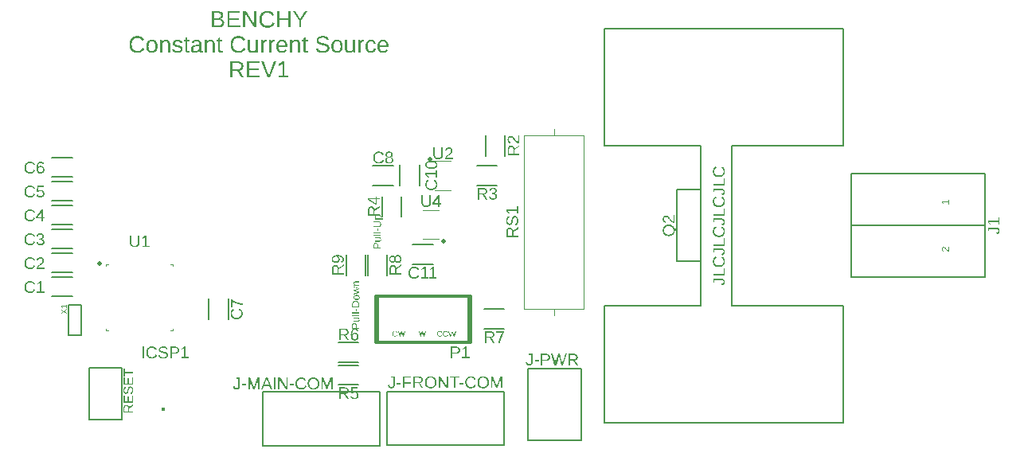
<source format=gto>
G04 EAGLE Gerber RS-274X export*
G75*
%MOMM*%
%FSLAX34Y34*%
%LPD*%
%INSilkscreen Top*%
%IPPOS*%
%AMOC8*
5,1,8,0,0,1.08239X$1,22.5*%
G01*
G04 Define Apertures*
%ADD10C,0.500000*%
%ADD11C,0.120000*%
%ADD12C,0.127000*%
%ADD13C,0.152400*%
%ADD14C,0.400000*%
%ADD15C,0.254000*%
G36*
X262247Y452140D02*
X262934Y452200D01*
X263579Y452300D01*
X264184Y452441D01*
X264748Y452621D01*
X265271Y452841D01*
X265752Y453102D01*
X266193Y453402D01*
X266587Y453739D01*
X266928Y454107D01*
X267217Y454508D01*
X267454Y454940D01*
X267638Y455405D01*
X267710Y455649D01*
X267769Y455901D01*
X267815Y456162D01*
X267848Y456430D01*
X267867Y456706D01*
X267874Y456990D01*
X267856Y457414D01*
X267804Y457818D01*
X267717Y458204D01*
X267595Y458571D01*
X267438Y458920D01*
X267246Y459250D01*
X267019Y459562D01*
X266757Y459855D01*
X266599Y460000D01*
X266464Y460125D01*
X266140Y460367D01*
X265787Y460581D01*
X265405Y460767D01*
X264993Y460926D01*
X264552Y461057D01*
X264081Y461160D01*
X263580Y461235D01*
X263961Y461335D01*
X264321Y461456D01*
X264658Y461599D01*
X264972Y461763D01*
X265265Y461948D01*
X265535Y462155D01*
X265644Y462256D01*
X265783Y462384D01*
X266009Y462634D01*
X266210Y462902D01*
X266385Y463186D01*
X266532Y463485D01*
X266653Y463799D01*
X266747Y464129D01*
X266814Y464474D01*
X266854Y464834D01*
X266868Y465210D01*
X266862Y465468D01*
X266844Y465718D01*
X266773Y466193D01*
X266654Y466636D01*
X266488Y467046D01*
X266274Y467423D01*
X266012Y467767D01*
X265703Y468078D01*
X265347Y468357D01*
X264943Y468603D01*
X264491Y468816D01*
X263992Y468996D01*
X263445Y469143D01*
X262851Y469258D01*
X262209Y469340D01*
X261520Y469389D01*
X260783Y469406D01*
X254502Y469406D01*
X254502Y452120D01*
X261519Y452120D01*
X262247Y452140D01*
G37*
%LPC*%
G36*
X256845Y453997D02*
X256845Y460229D01*
X261212Y460229D01*
X261732Y460217D01*
X262219Y460181D01*
X262672Y460122D01*
X263091Y460038D01*
X263477Y459931D01*
X263829Y459800D01*
X264148Y459644D01*
X264433Y459466D01*
X264684Y459263D01*
X264902Y459036D01*
X265087Y458785D01*
X265238Y458511D01*
X265355Y458213D01*
X265439Y457890D01*
X265489Y457544D01*
X265506Y457174D01*
X265491Y456791D01*
X265445Y456432D01*
X265368Y456098D01*
X265261Y455788D01*
X265123Y455503D01*
X264954Y455242D01*
X264755Y455006D01*
X264525Y454794D01*
X264261Y454608D01*
X263961Y454446D01*
X263625Y454309D01*
X263252Y454196D01*
X262843Y454109D01*
X262397Y454047D01*
X261915Y454009D01*
X261396Y453997D01*
X256845Y453997D01*
G37*
G36*
X256845Y462057D02*
X256845Y467529D01*
X260783Y467529D01*
X261223Y467519D01*
X261637Y467491D01*
X262024Y467444D01*
X262384Y467378D01*
X262717Y467294D01*
X263023Y467191D01*
X263303Y467068D01*
X263555Y466928D01*
X263780Y466765D01*
X263974Y466577D01*
X264139Y466365D01*
X264273Y466127D01*
X264378Y465865D01*
X264453Y465577D01*
X264497Y465265D01*
X264512Y464928D01*
X264498Y464575D01*
X264455Y464245D01*
X264382Y463939D01*
X264281Y463657D01*
X264151Y463398D01*
X263991Y463162D01*
X263803Y462951D01*
X263586Y462763D01*
X263340Y462597D01*
X263064Y462454D01*
X262758Y462333D01*
X262422Y462233D01*
X262057Y462156D01*
X261662Y462101D01*
X261237Y462068D01*
X260783Y462057D01*
X256845Y462057D01*
G37*
%LPD*%
G36*
X276392Y405957D02*
X281777Y405957D01*
X286268Y398780D01*
X288967Y398780D01*
X286148Y403057D01*
X284059Y406227D01*
X284540Y406328D01*
X284994Y406459D01*
X285421Y406621D01*
X285821Y406813D01*
X286040Y406942D01*
X286195Y407035D01*
X286542Y407287D01*
X286863Y407570D01*
X287157Y407883D01*
X287420Y408221D01*
X287648Y408578D01*
X287841Y408954D01*
X287999Y409349D01*
X288122Y409763D01*
X288209Y410197D01*
X288262Y410650D01*
X288279Y411122D01*
X288273Y411409D01*
X288255Y411688D01*
X288224Y411960D01*
X288180Y412223D01*
X288056Y412726D01*
X287882Y413197D01*
X287659Y413635D01*
X287386Y414042D01*
X287063Y414417D01*
X286691Y414759D01*
X286273Y415065D01*
X285813Y415331D01*
X285312Y415555D01*
X284769Y415739D01*
X284185Y415882D01*
X283559Y415984D01*
X282891Y416045D01*
X282182Y416066D01*
X274049Y416066D01*
X274049Y398780D01*
X276392Y398780D01*
X276392Y405957D01*
G37*
%LPC*%
G36*
X276392Y407809D02*
X276392Y414189D01*
X281949Y414189D01*
X282417Y414176D01*
X282856Y414139D01*
X283267Y414077D01*
X283650Y413991D01*
X284005Y413880D01*
X284331Y413744D01*
X284629Y413583D01*
X284900Y413397D01*
X285140Y413188D01*
X285348Y412957D01*
X285524Y412703D01*
X285668Y412427D01*
X285780Y412128D01*
X285860Y411807D01*
X285908Y411463D01*
X285924Y411097D01*
X285908Y410718D01*
X285861Y410361D01*
X285782Y410026D01*
X285671Y409712D01*
X285529Y409420D01*
X285355Y409150D01*
X285149Y408901D01*
X284912Y408674D01*
X284646Y408471D01*
X284353Y408296D01*
X284035Y408147D01*
X283690Y408026D01*
X283318Y407931D01*
X282921Y407863D01*
X282497Y407823D01*
X282047Y407809D01*
X276392Y407809D01*
G37*
%LPD*%
G36*
X191325Y425211D02*
X191674Y425231D01*
X192012Y425265D01*
X192339Y425311D01*
X192655Y425371D01*
X192961Y425444D01*
X193255Y425531D01*
X193539Y425631D01*
X193812Y425744D01*
X194074Y425871D01*
X194325Y426011D01*
X194566Y426164D01*
X194795Y426330D01*
X195014Y426510D01*
X195222Y426703D01*
X195419Y426910D01*
X195605Y427130D01*
X195779Y427364D01*
X195940Y427612D01*
X196090Y427874D01*
X196228Y428149D01*
X196354Y428439D01*
X196467Y428742D01*
X196569Y429060D01*
X196659Y429391D01*
X196737Y429736D01*
X196803Y430095D01*
X196857Y430468D01*
X196899Y430855D01*
X196929Y431256D01*
X196947Y431671D01*
X196953Y432099D01*
X196930Y432951D01*
X196863Y433744D01*
X196751Y434480D01*
X196678Y434827D01*
X196594Y435159D01*
X196498Y435476D01*
X196392Y435779D01*
X196274Y436068D01*
X196145Y436342D01*
X196005Y436602D01*
X195854Y436847D01*
X195691Y437078D01*
X195517Y437295D01*
X195332Y437498D01*
X195133Y437687D01*
X194923Y437864D01*
X194699Y438027D01*
X194463Y438178D01*
X194215Y438315D01*
X193954Y438440D01*
X193680Y438551D01*
X193394Y438649D01*
X193095Y438734D01*
X192784Y438806D01*
X192460Y438865D01*
X192124Y438911D01*
X191775Y438943D01*
X191413Y438963D01*
X191039Y438969D01*
X190673Y438963D01*
X190319Y438943D01*
X189976Y438909D01*
X189645Y438862D01*
X189325Y438802D01*
X189017Y438728D01*
X188721Y438641D01*
X188436Y438540D01*
X188163Y438426D01*
X187902Y438298D01*
X187652Y438158D01*
X187414Y438003D01*
X187187Y437836D01*
X186972Y437654D01*
X186769Y437460D01*
X186577Y437252D01*
X186397Y437030D01*
X186228Y436796D01*
X186071Y436547D01*
X185926Y436286D01*
X185793Y436011D01*
X185670Y435722D01*
X185560Y435420D01*
X185461Y435105D01*
X185374Y434776D01*
X185299Y434434D01*
X185235Y434078D01*
X185182Y433709D01*
X185142Y433327D01*
X185113Y432931D01*
X185089Y432099D01*
X185113Y431287D01*
X185182Y430523D01*
X185298Y429809D01*
X185374Y429470D01*
X185461Y429144D01*
X185559Y428830D01*
X185669Y428529D01*
X185791Y428239D01*
X185924Y427962D01*
X186069Y427698D01*
X186226Y427445D01*
X186394Y427205D01*
X186574Y426977D01*
X186765Y426763D01*
X186967Y426562D01*
X187181Y426375D01*
X187405Y426202D01*
X187641Y426043D01*
X187887Y425897D01*
X188145Y425766D01*
X188414Y425648D01*
X188694Y425544D01*
X188985Y425454D01*
X189288Y425378D01*
X189601Y425315D01*
X189926Y425267D01*
X190261Y425232D01*
X190608Y425212D01*
X190966Y425205D01*
X191325Y425211D01*
G37*
%LPC*%
G36*
X190500Y426857D02*
X190088Y426919D01*
X189707Y427022D01*
X189357Y427166D01*
X189037Y427351D01*
X188748Y427578D01*
X188489Y427846D01*
X188261Y428155D01*
X188061Y428505D01*
X187888Y428896D01*
X187741Y429328D01*
X187621Y429801D01*
X187528Y430314D01*
X187461Y430868D01*
X187421Y431463D01*
X187408Y432099D01*
X187422Y432752D01*
X187462Y433359D01*
X187530Y433923D01*
X187624Y434441D01*
X187746Y434915D01*
X187895Y435344D01*
X188070Y435728D01*
X188273Y436068D01*
X188506Y436366D01*
X188773Y436624D01*
X189073Y436842D01*
X189406Y437020D01*
X189773Y437159D01*
X190174Y437258D01*
X190608Y437318D01*
X191076Y437338D01*
X191540Y437318D01*
X191970Y437260D01*
X192365Y437163D01*
X192725Y437026D01*
X193050Y436851D01*
X193341Y436637D01*
X193597Y436384D01*
X193818Y436093D01*
X194009Y435758D01*
X194175Y435376D01*
X194315Y434947D01*
X194430Y434472D01*
X194519Y433949D01*
X194583Y433379D01*
X194621Y432763D01*
X194634Y432099D01*
X194621Y431444D01*
X194581Y430833D01*
X194514Y430268D01*
X194421Y429747D01*
X194301Y429271D01*
X194154Y428840D01*
X193981Y428454D01*
X193781Y428112D01*
X193550Y427813D01*
X193284Y427554D01*
X192982Y427335D01*
X192645Y427155D01*
X192272Y427016D01*
X191864Y426916D01*
X191420Y426856D01*
X190941Y426836D01*
X190500Y426857D01*
G37*
%LPD*%
G36*
X388169Y425211D02*
X388518Y425231D01*
X388856Y425265D01*
X389183Y425311D01*
X389499Y425371D01*
X389804Y425444D01*
X390099Y425531D01*
X390383Y425631D01*
X390656Y425744D01*
X390918Y425871D01*
X391169Y426011D01*
X391409Y426164D01*
X391639Y426330D01*
X391858Y426510D01*
X392066Y426703D01*
X392263Y426910D01*
X392449Y427130D01*
X392622Y427364D01*
X392784Y427612D01*
X392934Y427874D01*
X393072Y428149D01*
X393197Y428439D01*
X393311Y428742D01*
X393413Y429060D01*
X393503Y429391D01*
X393581Y429736D01*
X393647Y430095D01*
X393701Y430468D01*
X393742Y430855D01*
X393772Y431256D01*
X393790Y431671D01*
X393796Y432099D01*
X393774Y432951D01*
X393707Y433744D01*
X393595Y434480D01*
X393522Y434827D01*
X393438Y435159D01*
X393342Y435476D01*
X393236Y435779D01*
X393118Y436068D01*
X392989Y436342D01*
X392849Y436602D01*
X392697Y436847D01*
X392535Y437078D01*
X392361Y437295D01*
X392175Y437498D01*
X391977Y437687D01*
X391766Y437864D01*
X391543Y438027D01*
X391307Y438178D01*
X391059Y438315D01*
X390797Y438440D01*
X390524Y438551D01*
X390238Y438649D01*
X389939Y438734D01*
X389628Y438806D01*
X389304Y438865D01*
X388968Y438911D01*
X388619Y438943D01*
X388257Y438963D01*
X387883Y438969D01*
X387517Y438963D01*
X387163Y438943D01*
X386820Y438909D01*
X386489Y438862D01*
X386169Y438802D01*
X385861Y438728D01*
X385565Y438641D01*
X385280Y438540D01*
X385007Y438426D01*
X384745Y438298D01*
X384496Y438158D01*
X384257Y438003D01*
X384031Y437836D01*
X383816Y437654D01*
X383612Y437460D01*
X383421Y437252D01*
X383241Y437030D01*
X383072Y436796D01*
X382915Y436547D01*
X382770Y436286D01*
X382636Y436011D01*
X382514Y435722D01*
X382404Y435420D01*
X382305Y435105D01*
X382218Y434776D01*
X382142Y434434D01*
X382078Y434078D01*
X382026Y433709D01*
X381985Y433327D01*
X381956Y432931D01*
X381933Y432099D01*
X381956Y431287D01*
X382026Y430523D01*
X382142Y429809D01*
X382217Y429470D01*
X382304Y429144D01*
X382403Y428830D01*
X382513Y428529D01*
X382635Y428239D01*
X382768Y427962D01*
X382913Y427698D01*
X383070Y427445D01*
X383238Y427205D01*
X383418Y426977D01*
X383609Y426763D01*
X383811Y426562D01*
X384024Y426375D01*
X384249Y426202D01*
X384484Y426043D01*
X384731Y425897D01*
X384989Y425766D01*
X385258Y425648D01*
X385538Y425544D01*
X385829Y425454D01*
X386131Y425378D01*
X386445Y425315D01*
X386769Y425267D01*
X387105Y425232D01*
X387452Y425212D01*
X387810Y425205D01*
X388169Y425211D01*
G37*
%LPC*%
G36*
X387343Y426857D02*
X386932Y426919D01*
X386551Y427022D01*
X386201Y427166D01*
X385881Y427351D01*
X385592Y427578D01*
X385333Y427846D01*
X385104Y428155D01*
X384905Y428505D01*
X384731Y428896D01*
X384585Y429328D01*
X384465Y429801D01*
X384372Y430314D01*
X384305Y430868D01*
X384265Y431463D01*
X384252Y432099D01*
X384265Y432752D01*
X384306Y433359D01*
X384373Y433923D01*
X384468Y434441D01*
X384590Y434915D01*
X384738Y435344D01*
X384914Y435728D01*
X385117Y436068D01*
X385350Y436366D01*
X385616Y436624D01*
X385916Y436842D01*
X386250Y437020D01*
X386617Y437159D01*
X387018Y437258D01*
X387452Y437318D01*
X387920Y437338D01*
X388384Y437318D01*
X388814Y437260D01*
X389208Y437163D01*
X389569Y437026D01*
X389894Y436851D01*
X390185Y436637D01*
X390441Y436384D01*
X390662Y436093D01*
X390853Y435758D01*
X391019Y435376D01*
X391159Y434947D01*
X391274Y434472D01*
X391363Y433949D01*
X391427Y433379D01*
X391465Y432763D01*
X391478Y432099D01*
X391464Y431444D01*
X391424Y430833D01*
X391358Y430268D01*
X391265Y429747D01*
X391145Y429271D01*
X390998Y428840D01*
X390825Y428454D01*
X390625Y428112D01*
X390394Y427813D01*
X390128Y427554D01*
X389826Y427335D01*
X389489Y427155D01*
X389116Y427016D01*
X388708Y426916D01*
X388264Y426856D01*
X387785Y426836D01*
X387343Y426857D01*
G37*
%LPD*%
G36*
X290087Y463603D02*
X290026Y465652D01*
X289965Y466842D01*
X299215Y452120D01*
X302036Y452120D01*
X302036Y469406D01*
X299926Y469406D01*
X299926Y458070D01*
X299935Y457447D01*
X299963Y456659D01*
X300073Y454586D01*
X290725Y469406D01*
X288002Y469406D01*
X288002Y452120D01*
X290087Y452120D01*
X290087Y463603D01*
G37*
G36*
X236976Y425215D02*
X237355Y425244D01*
X237719Y425294D01*
X238068Y425363D01*
X238402Y425451D01*
X238720Y425560D01*
X239024Y425688D01*
X239312Y425836D01*
X239588Y426008D01*
X239856Y426208D01*
X240115Y426435D01*
X240365Y426691D01*
X240607Y426974D01*
X240840Y427284D01*
X241065Y427623D01*
X241281Y427989D01*
X241354Y427989D01*
X241380Y427657D01*
X241421Y427348D01*
X241478Y427062D01*
X241549Y426798D01*
X241636Y426557D01*
X241737Y426339D01*
X241854Y426144D01*
X241986Y425971D01*
X242136Y425820D01*
X242307Y425690D01*
X242499Y425579D01*
X242712Y425488D01*
X242945Y425418D01*
X243200Y425368D01*
X243475Y425337D01*
X243771Y425327D01*
X244204Y425340D01*
X244633Y425376D01*
X245057Y425438D01*
X245476Y425524D01*
X245476Y426898D01*
X245093Y426833D01*
X244753Y426812D01*
X244579Y426820D01*
X244420Y426843D01*
X244275Y426882D01*
X244145Y426936D01*
X244030Y427006D01*
X243929Y427091D01*
X243843Y427192D01*
X243771Y427309D01*
X243658Y427587D01*
X243578Y427927D01*
X243530Y428326D01*
X243514Y428787D01*
X243514Y434504D01*
X243494Y435031D01*
X243435Y435526D01*
X243336Y435988D01*
X243198Y436419D01*
X243020Y436818D01*
X242803Y437185D01*
X242546Y437520D01*
X242250Y437822D01*
X241915Y438091D01*
X241541Y438324D01*
X241128Y438521D01*
X240677Y438683D01*
X240186Y438808D01*
X239658Y438898D01*
X239090Y438951D01*
X238484Y438969D01*
X237905Y438955D01*
X237359Y438913D01*
X236846Y438843D01*
X236366Y438746D01*
X235918Y438620D01*
X235504Y438466D01*
X235122Y438284D01*
X234773Y438074D01*
X234456Y437836D01*
X234173Y437570D01*
X233922Y437276D01*
X233704Y436954D01*
X233518Y436605D01*
X233366Y436227D01*
X233246Y435821D01*
X233159Y435387D01*
X235466Y435179D01*
X235508Y435445D01*
X235567Y435693D01*
X235643Y435922D01*
X235736Y436132D01*
X235845Y436324D01*
X235972Y436497D01*
X236115Y436651D01*
X236275Y436786D01*
X236457Y436904D01*
X236663Y437006D01*
X236895Y437092D01*
X237153Y437163D01*
X237435Y437218D01*
X237743Y437257D01*
X238076Y437281D01*
X238435Y437289D01*
X238790Y437278D01*
X239122Y437245D01*
X239428Y437190D01*
X239710Y437114D01*
X239968Y437016D01*
X240201Y436895D01*
X240410Y436753D01*
X240594Y436589D01*
X240755Y436400D01*
X240894Y436182D01*
X241012Y435936D01*
X241109Y435660D01*
X241184Y435356D01*
X241238Y435023D01*
X241270Y434661D01*
X241281Y434271D01*
X241281Y433547D01*
X238300Y433498D01*
X237571Y433463D01*
X236895Y433397D01*
X236270Y433298D01*
X235697Y433167D01*
X235177Y433003D01*
X234708Y432808D01*
X234291Y432580D01*
X233926Y432320D01*
X233608Y432029D01*
X233333Y431708D01*
X233100Y431357D01*
X232909Y430977D01*
X232761Y430566D01*
X232655Y430126D01*
X232592Y429655D01*
X232570Y429155D01*
X232586Y428707D01*
X232633Y428284D01*
X232712Y427885D01*
X232822Y427511D01*
X232963Y427161D01*
X233136Y426836D01*
X233341Y426536D01*
X233576Y426260D01*
X233843Y426012D01*
X234142Y425798D01*
X234471Y425617D01*
X234831Y425468D01*
X235222Y425353D01*
X235644Y425271D01*
X236098Y425221D01*
X236582Y425205D01*
X236976Y425215D01*
G37*
%LPC*%
G36*
X236823Y426870D02*
X236576Y426898D01*
X236345Y426944D01*
X236130Y427008D01*
X235930Y427091D01*
X235745Y427192D01*
X235576Y427312D01*
X235423Y427450D01*
X235286Y427605D01*
X235168Y427775D01*
X235068Y427960D01*
X234986Y428161D01*
X234922Y428377D01*
X234876Y428609D01*
X234849Y428856D01*
X234840Y429118D01*
X234847Y429361D01*
X234867Y429591D01*
X234900Y429810D01*
X234947Y430017D01*
X235008Y430212D01*
X235082Y430395D01*
X235169Y430566D01*
X235269Y430725D01*
X235507Y431012D01*
X235792Y431259D01*
X236124Y431466D01*
X236502Y431633D01*
X236715Y431702D01*
X236951Y431763D01*
X237495Y431860D01*
X238132Y431923D01*
X238864Y431952D01*
X241281Y432001D01*
X241281Y430909D01*
X241272Y430656D01*
X241247Y430404D01*
X241204Y430153D01*
X241144Y429905D01*
X241068Y429658D01*
X240974Y429413D01*
X240863Y429170D01*
X240735Y428928D01*
X240592Y428694D01*
X240437Y428472D01*
X240269Y428264D01*
X240089Y428068D01*
X239897Y427885D01*
X239692Y427715D01*
X239474Y427557D01*
X239244Y427413D01*
X239004Y427284D01*
X238755Y427171D01*
X238498Y427076D01*
X238232Y426999D01*
X237958Y426938D01*
X237675Y426895D01*
X237385Y426869D01*
X237085Y426861D01*
X236823Y426870D01*
G37*
%LPD*%
G36*
X284869Y454034D02*
X273595Y454034D01*
X273595Y460057D01*
X283630Y460057D01*
X283630Y461947D01*
X273595Y461947D01*
X273595Y467492D01*
X284366Y467492D01*
X284366Y469406D01*
X271252Y469406D01*
X271252Y452120D01*
X284869Y452120D01*
X284869Y454034D01*
G37*
G36*
X305822Y400694D02*
X294548Y400694D01*
X294548Y406717D01*
X304583Y406717D01*
X304583Y408607D01*
X294548Y408607D01*
X294548Y414152D01*
X305319Y414152D01*
X305319Y416066D01*
X292205Y416066D01*
X292205Y398780D01*
X305822Y398780D01*
X305822Y400694D01*
G37*
G36*
X329860Y425217D02*
X330352Y425254D01*
X330820Y425315D01*
X331265Y425401D01*
X331686Y425511D01*
X332083Y425646D01*
X332457Y425806D01*
X332807Y425990D01*
X333133Y426198D01*
X333436Y426431D01*
X333715Y426689D01*
X333970Y426971D01*
X334202Y427278D01*
X334409Y427609D01*
X334594Y427965D01*
X334754Y428345D01*
X332816Y428897D01*
X332731Y428681D01*
X332628Y428475D01*
X332507Y428278D01*
X332370Y428091D01*
X332215Y427913D01*
X332042Y427745D01*
X331852Y427586D01*
X331644Y427437D01*
X331419Y427302D01*
X331176Y427185D01*
X330915Y427086D01*
X330637Y427005D01*
X330340Y426942D01*
X330026Y426897D01*
X329694Y426870D01*
X329344Y426861D01*
X328904Y426880D01*
X328491Y426938D01*
X328105Y427035D01*
X327746Y427171D01*
X327415Y427345D01*
X327111Y427558D01*
X326834Y427809D01*
X326584Y428100D01*
X326362Y428426D01*
X326170Y428785D01*
X326008Y429176D01*
X325875Y429600D01*
X325772Y430056D01*
X325698Y430545D01*
X325654Y431067D01*
X325639Y431621D01*
X335110Y431621D01*
X335110Y431915D01*
X335087Y432769D01*
X335019Y433569D01*
X334967Y433947D01*
X334904Y434313D01*
X334830Y434664D01*
X334744Y435001D01*
X334647Y435325D01*
X334539Y435635D01*
X334419Y435931D01*
X334287Y436214D01*
X334144Y436483D01*
X333990Y436737D01*
X333824Y436979D01*
X333647Y437206D01*
X333459Y437419D01*
X333258Y437619D01*
X333047Y437805D01*
X332824Y437977D01*
X332590Y438136D01*
X332344Y438281D01*
X332087Y438411D01*
X331818Y438529D01*
X331538Y438632D01*
X331247Y438721D01*
X330944Y438797D01*
X330630Y438859D01*
X330304Y438907D01*
X329967Y438942D01*
X329618Y438963D01*
X329258Y438969D01*
X328906Y438963D01*
X328564Y438942D01*
X328233Y438908D01*
X327911Y438860D01*
X327600Y438798D01*
X327300Y438723D01*
X327009Y438634D01*
X326729Y438531D01*
X326460Y438414D01*
X326200Y438284D01*
X325951Y438140D01*
X325712Y437983D01*
X325484Y437811D01*
X325266Y437626D01*
X325058Y437428D01*
X324860Y437215D01*
X324674Y436990D01*
X324499Y436753D01*
X324337Y436503D01*
X324186Y436242D01*
X324048Y435969D01*
X323922Y435684D01*
X323808Y435387D01*
X323705Y435077D01*
X323615Y434756D01*
X323537Y434423D01*
X323471Y434078D01*
X323417Y433721D01*
X323375Y433352D01*
X323345Y432971D01*
X323326Y432578D01*
X323320Y432173D01*
X323326Y431747D01*
X323345Y431335D01*
X323375Y430936D01*
X323417Y430550D01*
X323471Y430177D01*
X323537Y429818D01*
X323615Y429472D01*
X323705Y429140D01*
X323808Y428820D01*
X323922Y428515D01*
X324048Y428222D01*
X324186Y427943D01*
X324337Y427677D01*
X324499Y427424D01*
X324674Y427185D01*
X324860Y426959D01*
X325058Y426747D01*
X325267Y426548D01*
X325487Y426363D01*
X325718Y426191D01*
X325960Y426034D01*
X326212Y425890D01*
X326476Y425760D01*
X326751Y425643D01*
X327037Y425540D01*
X327333Y425451D01*
X327641Y425376D01*
X327960Y425314D01*
X328289Y425266D01*
X328630Y425232D01*
X328982Y425212D01*
X329344Y425205D01*
X329860Y425217D01*
G37*
%LPC*%
G36*
X325664Y433314D02*
X325696Y433771D01*
X325755Y434202D01*
X325840Y434609D01*
X325953Y434990D01*
X326094Y435346D01*
X326261Y435677D01*
X326455Y435983D01*
X326676Y436264D01*
X326921Y436516D01*
X327187Y436734D01*
X327474Y436918D01*
X327781Y437069D01*
X328110Y437187D01*
X328460Y437271D01*
X328830Y437321D01*
X329221Y437338D01*
X329623Y437323D01*
X330001Y437278D01*
X330355Y437202D01*
X330684Y437097D01*
X330990Y436962D01*
X331271Y436796D01*
X331528Y436600D01*
X331761Y436375D01*
X331971Y436116D01*
X332159Y435822D01*
X332325Y435493D01*
X332469Y435128D01*
X332592Y434728D01*
X332692Y434292D01*
X332771Y433821D01*
X332828Y433314D01*
X325664Y433314D01*
G37*
%LPD*%
G36*
X437360Y425217D02*
X437852Y425254D01*
X438320Y425315D01*
X438765Y425401D01*
X439186Y425511D01*
X439583Y425646D01*
X439957Y425806D01*
X440307Y425990D01*
X440633Y426198D01*
X440936Y426431D01*
X441215Y426689D01*
X441470Y426971D01*
X441702Y427278D01*
X441909Y427609D01*
X442094Y427965D01*
X442254Y428345D01*
X440316Y428897D01*
X440231Y428681D01*
X440128Y428475D01*
X440007Y428278D01*
X439870Y428091D01*
X439715Y427913D01*
X439542Y427745D01*
X439352Y427586D01*
X439144Y427437D01*
X438919Y427302D01*
X438676Y427185D01*
X438415Y427086D01*
X438137Y427005D01*
X437840Y426942D01*
X437526Y426897D01*
X437194Y426870D01*
X436844Y426861D01*
X436404Y426880D01*
X435991Y426938D01*
X435605Y427035D01*
X435246Y427171D01*
X434915Y427345D01*
X434611Y427558D01*
X434334Y427809D01*
X434084Y428100D01*
X433862Y428426D01*
X433670Y428785D01*
X433508Y429176D01*
X433375Y429600D01*
X433272Y430056D01*
X433198Y430545D01*
X433154Y431067D01*
X433139Y431621D01*
X442610Y431621D01*
X442610Y431915D01*
X442587Y432769D01*
X442519Y433569D01*
X442467Y433947D01*
X442404Y434313D01*
X442330Y434664D01*
X442244Y435001D01*
X442147Y435325D01*
X442039Y435635D01*
X441919Y435931D01*
X441787Y436214D01*
X441644Y436483D01*
X441490Y436737D01*
X441324Y436979D01*
X441147Y437206D01*
X440959Y437419D01*
X440758Y437619D01*
X440547Y437805D01*
X440324Y437977D01*
X440090Y438136D01*
X439844Y438281D01*
X439587Y438411D01*
X439318Y438529D01*
X439038Y438632D01*
X438747Y438721D01*
X438444Y438797D01*
X438130Y438859D01*
X437804Y438907D01*
X437467Y438942D01*
X437118Y438963D01*
X436758Y438969D01*
X436406Y438963D01*
X436064Y438942D01*
X435733Y438908D01*
X435411Y438860D01*
X435100Y438798D01*
X434800Y438723D01*
X434509Y438634D01*
X434229Y438531D01*
X433960Y438414D01*
X433700Y438284D01*
X433451Y438140D01*
X433212Y437983D01*
X432984Y437811D01*
X432766Y437626D01*
X432558Y437428D01*
X432360Y437215D01*
X432174Y436990D01*
X431999Y436753D01*
X431837Y436503D01*
X431686Y436242D01*
X431548Y435969D01*
X431422Y435684D01*
X431308Y435387D01*
X431205Y435077D01*
X431115Y434756D01*
X431037Y434423D01*
X430971Y434078D01*
X430917Y433721D01*
X430875Y433352D01*
X430845Y432971D01*
X430826Y432578D01*
X430820Y432173D01*
X430826Y431747D01*
X430845Y431335D01*
X430875Y430936D01*
X430917Y430550D01*
X430971Y430177D01*
X431037Y429818D01*
X431115Y429472D01*
X431205Y429140D01*
X431308Y428820D01*
X431422Y428515D01*
X431548Y428222D01*
X431686Y427943D01*
X431837Y427677D01*
X431999Y427424D01*
X432174Y427185D01*
X432360Y426959D01*
X432558Y426747D01*
X432767Y426548D01*
X432987Y426363D01*
X433218Y426191D01*
X433460Y426034D01*
X433712Y425890D01*
X433976Y425760D01*
X434251Y425643D01*
X434537Y425540D01*
X434833Y425451D01*
X435141Y425376D01*
X435460Y425314D01*
X435789Y425266D01*
X436130Y425232D01*
X436482Y425212D01*
X436844Y425205D01*
X437360Y425217D01*
G37*
%LPC*%
G36*
X433164Y433314D02*
X433196Y433771D01*
X433255Y434202D01*
X433340Y434609D01*
X433453Y434990D01*
X433594Y435346D01*
X433761Y435677D01*
X433955Y435983D01*
X434176Y436264D01*
X434421Y436516D01*
X434687Y436734D01*
X434974Y436918D01*
X435281Y437069D01*
X435610Y437187D01*
X435960Y437271D01*
X436330Y437321D01*
X436721Y437338D01*
X437123Y437323D01*
X437501Y437278D01*
X437855Y437202D01*
X438184Y437097D01*
X438490Y436962D01*
X438771Y436796D01*
X439028Y436600D01*
X439261Y436375D01*
X439471Y436116D01*
X439659Y435822D01*
X439825Y435493D01*
X439969Y435128D01*
X440092Y434728D01*
X440192Y434292D01*
X440271Y433821D01*
X440328Y433314D01*
X433164Y433314D01*
G37*
%LPD*%
G36*
X326657Y460131D02*
X336006Y460131D01*
X336006Y452120D01*
X338349Y452120D01*
X338349Y469406D01*
X336006Y469406D01*
X336006Y462094D01*
X326657Y462094D01*
X326657Y469406D01*
X324314Y469406D01*
X324314Y452120D01*
X326657Y452120D01*
X326657Y460131D01*
G37*
G36*
X373419Y425225D02*
X374197Y425287D01*
X374927Y425389D01*
X375610Y425533D01*
X376244Y425717D01*
X376831Y425943D01*
X377371Y426210D01*
X377862Y426517D01*
X378301Y426862D01*
X378681Y427241D01*
X378849Y427443D01*
X379002Y427654D01*
X379141Y427873D01*
X379265Y428100D01*
X379375Y428336D01*
X379470Y428580D01*
X379550Y428833D01*
X379616Y429094D01*
X379667Y429363D01*
X379704Y429641D01*
X379726Y429927D01*
X379733Y430222D01*
X379717Y430679D01*
X379667Y431106D01*
X379585Y431501D01*
X379469Y431866D01*
X379325Y432204D01*
X379155Y432519D01*
X378960Y432812D01*
X378739Y433081D01*
X378496Y433328D01*
X378232Y433556D01*
X377947Y433764D01*
X377641Y433952D01*
X376987Y434285D01*
X376286Y434571D01*
X375545Y434817D01*
X374771Y435025D01*
X373182Y435399D01*
X372091Y435653D01*
X371198Y435886D01*
X370502Y436098D01*
X370005Y436289D01*
X369629Y436480D01*
X369301Y436691D01*
X369019Y436921D01*
X368784Y437172D01*
X368599Y437450D01*
X368526Y437602D01*
X368466Y437763D01*
X368420Y437932D01*
X368387Y438109D01*
X368367Y438296D01*
X368361Y438491D01*
X368378Y438821D01*
X368429Y439130D01*
X368514Y439417D01*
X368634Y439684D01*
X368787Y439930D01*
X368975Y440154D01*
X369197Y440357D01*
X369452Y440540D01*
X369741Y440701D01*
X370060Y440840D01*
X370409Y440958D01*
X370790Y441055D01*
X371201Y441130D01*
X371642Y441184D01*
X372115Y441216D01*
X372618Y441227D01*
X373077Y441217D01*
X373511Y441188D01*
X373919Y441140D01*
X374301Y441072D01*
X374658Y440985D01*
X374989Y440878D01*
X375295Y440752D01*
X375574Y440607D01*
X375830Y440441D01*
X376065Y440250D01*
X376278Y440036D01*
X376470Y439799D01*
X376640Y439538D01*
X376789Y439253D01*
X376916Y438945D01*
X377022Y438614D01*
X379328Y439018D01*
X379157Y439542D01*
X378957Y440025D01*
X378728Y440469D01*
X378469Y440872D01*
X378182Y441237D01*
X377865Y441561D01*
X377519Y441846D01*
X377145Y442092D01*
X376733Y442303D01*
X376279Y442486D01*
X375781Y442641D01*
X375240Y442768D01*
X374655Y442867D01*
X374028Y442937D01*
X373357Y442979D01*
X372642Y442993D01*
X371874Y442975D01*
X371151Y442918D01*
X370474Y442824D01*
X369844Y442693D01*
X369258Y442524D01*
X368719Y442317D01*
X368226Y442073D01*
X367778Y441791D01*
X367380Y441475D01*
X367035Y441126D01*
X366742Y440746D01*
X366504Y440334D01*
X366318Y439890D01*
X366245Y439657D01*
X366185Y439415D01*
X366138Y439165D01*
X366105Y438907D01*
X366085Y438642D01*
X366079Y438368D01*
X366099Y437897D01*
X366160Y437454D01*
X366262Y437039D01*
X366404Y436651D01*
X366584Y436288D01*
X366801Y435950D01*
X367054Y435635D01*
X367342Y435344D01*
X367677Y435072D01*
X368068Y434812D01*
X368514Y434566D01*
X369017Y434332D01*
X369609Y434105D01*
X370325Y433878D01*
X371164Y433651D01*
X372127Y433424D01*
X374274Y432921D01*
X374742Y432798D01*
X375176Y432661D01*
X375576Y432510D01*
X375942Y432345D01*
X376272Y432161D01*
X376563Y431955D01*
X376815Y431726D01*
X377028Y431474D01*
X377197Y431190D01*
X377318Y430866D01*
X377360Y430690D01*
X377390Y430503D01*
X377408Y430306D01*
X377414Y430100D01*
X377395Y429734D01*
X377337Y429391D01*
X377241Y429071D01*
X377106Y428773D01*
X376933Y428499D01*
X376721Y428247D01*
X376470Y428018D01*
X376182Y427812D01*
X375857Y427629D01*
X375500Y427471D01*
X375111Y427337D01*
X374689Y427227D01*
X374235Y427142D01*
X373749Y427081D01*
X373230Y427045D01*
X372679Y427033D01*
X372144Y427044D01*
X371638Y427078D01*
X371161Y427135D01*
X370713Y427215D01*
X370293Y427318D01*
X369903Y427443D01*
X369540Y427591D01*
X369207Y427763D01*
X368902Y427958D01*
X368624Y428179D01*
X368374Y428426D01*
X368152Y428700D01*
X367957Y428998D01*
X367790Y429323D01*
X367651Y429674D01*
X367539Y430051D01*
X365269Y429597D01*
X365416Y429065D01*
X365604Y428567D01*
X365833Y428104D01*
X366104Y427675D01*
X366417Y427281D01*
X366771Y426920D01*
X367166Y426594D01*
X367603Y426303D01*
X368082Y426045D01*
X368602Y425822D01*
X369163Y425634D01*
X369766Y425479D01*
X370411Y425359D01*
X371097Y425273D01*
X371824Y425222D01*
X372593Y425205D01*
X373419Y425225D01*
G37*
G36*
X176210Y425223D02*
X176819Y425278D01*
X177409Y425369D01*
X177979Y425496D01*
X178530Y425660D01*
X179061Y425860D01*
X179573Y426097D01*
X180066Y426370D01*
X180536Y426678D01*
X180978Y427020D01*
X181394Y427394D01*
X181782Y427802D01*
X182144Y428244D01*
X182478Y428719D01*
X182785Y429227D01*
X183066Y429768D01*
X181152Y430725D01*
X180916Y430290D01*
X180667Y429883D01*
X180403Y429504D01*
X180125Y429153D01*
X179833Y428830D01*
X179527Y428535D01*
X179207Y428268D01*
X178873Y428029D01*
X178525Y427819D01*
X178162Y427636D01*
X177786Y427482D01*
X177396Y427355D01*
X176991Y427257D01*
X176572Y427187D01*
X176139Y427145D01*
X175693Y427131D01*
X175343Y427138D01*
X175002Y427161D01*
X174671Y427199D01*
X174349Y427251D01*
X174036Y427319D01*
X173732Y427402D01*
X173437Y427501D01*
X173152Y427614D01*
X172875Y427742D01*
X172608Y427885D01*
X172350Y428044D01*
X172101Y428218D01*
X171861Y428406D01*
X171630Y428610D01*
X171409Y428829D01*
X171196Y429063D01*
X170807Y429565D01*
X170631Y429831D01*
X170469Y430107D01*
X170320Y430392D01*
X170183Y430687D01*
X170060Y430992D01*
X169950Y431306D01*
X169852Y431631D01*
X169768Y431965D01*
X169696Y432308D01*
X169638Y432662D01*
X169592Y433025D01*
X169560Y433398D01*
X169541Y433780D01*
X169534Y434173D01*
X169540Y434569D01*
X169559Y434955D01*
X169590Y435330D01*
X169634Y435694D01*
X169690Y436048D01*
X169758Y436391D01*
X169839Y436723D01*
X169933Y437045D01*
X170039Y437356D01*
X170157Y437656D01*
X170288Y437946D01*
X170431Y438225D01*
X170587Y438493D01*
X170755Y438750D01*
X171129Y439233D01*
X171333Y439457D01*
X171548Y439666D01*
X171772Y439861D01*
X172006Y440041D01*
X172250Y440207D01*
X172504Y440358D01*
X172769Y440495D01*
X173043Y440618D01*
X173327Y440726D01*
X173621Y440820D01*
X173925Y440899D01*
X174239Y440964D01*
X174563Y441015D01*
X174897Y441051D01*
X175241Y441072D01*
X175594Y441080D01*
X176044Y441067D01*
X176477Y441030D01*
X176896Y440967D01*
X177298Y440880D01*
X177685Y440768D01*
X178057Y440631D01*
X178413Y440469D01*
X178753Y440282D01*
X179075Y440072D01*
X179373Y439839D01*
X179649Y439584D01*
X179902Y439307D01*
X180132Y439007D01*
X180339Y438686D01*
X180524Y438342D01*
X180686Y437976D01*
X182906Y438712D01*
X182673Y439226D01*
X182409Y439708D01*
X182115Y440157D01*
X181790Y440573D01*
X181434Y440957D01*
X181048Y441309D01*
X180630Y441628D01*
X180183Y441914D01*
X179705Y442167D01*
X179200Y442386D01*
X178666Y442572D01*
X178103Y442723D01*
X177512Y442842D01*
X176893Y442926D01*
X176246Y442976D01*
X175570Y442993D01*
X175083Y442984D01*
X174609Y442957D01*
X174149Y442911D01*
X173702Y442847D01*
X173269Y442765D01*
X172849Y442664D01*
X172442Y442545D01*
X172049Y442408D01*
X171669Y442252D01*
X171303Y442078D01*
X170950Y441886D01*
X170611Y441675D01*
X170284Y441446D01*
X169972Y441199D01*
X169673Y440934D01*
X169387Y440650D01*
X169116Y440350D01*
X168863Y440036D01*
X168628Y439708D01*
X168410Y439367D01*
X168209Y439011D01*
X168026Y438641D01*
X167860Y438257D01*
X167712Y437859D01*
X167581Y437447D01*
X167468Y437021D01*
X167372Y436582D01*
X167294Y436128D01*
X167233Y435660D01*
X167189Y435178D01*
X167163Y434682D01*
X167154Y434173D01*
X167170Y433494D01*
X167216Y432839D01*
X167295Y432207D01*
X167404Y431598D01*
X167545Y431012D01*
X167716Y430450D01*
X167920Y429910D01*
X168154Y429394D01*
X168418Y428904D01*
X168711Y428443D01*
X169031Y428012D01*
X169381Y427609D01*
X169758Y427236D01*
X170164Y426891D01*
X170599Y426576D01*
X171061Y426290D01*
X171549Y426036D01*
X172059Y425815D01*
X172591Y425629D01*
X173145Y425476D01*
X173722Y425357D01*
X174320Y425273D01*
X174940Y425222D01*
X175582Y425205D01*
X176210Y425223D01*
G37*
G36*
X283710Y425223D02*
X284319Y425278D01*
X284909Y425369D01*
X285479Y425496D01*
X286030Y425660D01*
X286561Y425860D01*
X287073Y426097D01*
X287566Y426370D01*
X288036Y426678D01*
X288478Y427020D01*
X288894Y427394D01*
X289282Y427802D01*
X289644Y428244D01*
X289978Y428719D01*
X290285Y429227D01*
X290566Y429768D01*
X288652Y430725D01*
X288416Y430290D01*
X288167Y429883D01*
X287903Y429504D01*
X287625Y429153D01*
X287333Y428830D01*
X287027Y428535D01*
X286707Y428268D01*
X286373Y428029D01*
X286025Y427819D01*
X285662Y427636D01*
X285286Y427482D01*
X284896Y427355D01*
X284491Y427257D01*
X284072Y427187D01*
X283639Y427145D01*
X283193Y427131D01*
X282843Y427138D01*
X282502Y427161D01*
X282171Y427199D01*
X281849Y427251D01*
X281536Y427319D01*
X281232Y427402D01*
X280937Y427501D01*
X280652Y427614D01*
X280375Y427742D01*
X280108Y427885D01*
X279850Y428044D01*
X279601Y428218D01*
X279361Y428406D01*
X279130Y428610D01*
X278909Y428829D01*
X278696Y429063D01*
X278307Y429565D01*
X278131Y429831D01*
X277969Y430107D01*
X277820Y430392D01*
X277683Y430687D01*
X277560Y430992D01*
X277450Y431306D01*
X277352Y431631D01*
X277268Y431965D01*
X277196Y432308D01*
X277138Y432662D01*
X277092Y433025D01*
X277060Y433398D01*
X277041Y433780D01*
X277034Y434173D01*
X277040Y434569D01*
X277059Y434955D01*
X277090Y435330D01*
X277134Y435694D01*
X277190Y436048D01*
X277258Y436391D01*
X277339Y436723D01*
X277433Y437045D01*
X277539Y437356D01*
X277657Y437656D01*
X277788Y437946D01*
X277931Y438225D01*
X278087Y438493D01*
X278255Y438750D01*
X278629Y439233D01*
X278833Y439457D01*
X279048Y439666D01*
X279272Y439861D01*
X279506Y440041D01*
X279750Y440207D01*
X280004Y440358D01*
X280269Y440495D01*
X280543Y440618D01*
X280827Y440726D01*
X281121Y440820D01*
X281425Y440899D01*
X281739Y440964D01*
X282063Y441015D01*
X282397Y441051D01*
X282741Y441072D01*
X283094Y441080D01*
X283544Y441067D01*
X283977Y441030D01*
X284396Y440967D01*
X284798Y440880D01*
X285185Y440768D01*
X285557Y440631D01*
X285913Y440469D01*
X286253Y440282D01*
X286575Y440072D01*
X286873Y439839D01*
X287149Y439584D01*
X287402Y439307D01*
X287632Y439007D01*
X287839Y438686D01*
X288024Y438342D01*
X288186Y437976D01*
X290406Y438712D01*
X290173Y439226D01*
X289909Y439708D01*
X289615Y440157D01*
X289290Y440573D01*
X288934Y440957D01*
X288548Y441309D01*
X288130Y441628D01*
X287683Y441914D01*
X287205Y442167D01*
X286700Y442386D01*
X286166Y442572D01*
X285603Y442723D01*
X285012Y442842D01*
X284393Y442926D01*
X283746Y442976D01*
X283070Y442993D01*
X282583Y442984D01*
X282109Y442957D01*
X281649Y442911D01*
X281202Y442847D01*
X280769Y442765D01*
X280349Y442664D01*
X279942Y442545D01*
X279549Y442408D01*
X279169Y442252D01*
X278803Y442078D01*
X278450Y441886D01*
X278111Y441675D01*
X277784Y441446D01*
X277472Y441199D01*
X277173Y440934D01*
X276887Y440650D01*
X276616Y440350D01*
X276363Y440036D01*
X276128Y439708D01*
X275910Y439367D01*
X275709Y439011D01*
X275526Y438641D01*
X275360Y438257D01*
X275212Y437859D01*
X275081Y437447D01*
X274968Y437021D01*
X274872Y436582D01*
X274794Y436128D01*
X274733Y435660D01*
X274689Y435178D01*
X274663Y434682D01*
X274654Y434173D01*
X274670Y433494D01*
X274716Y432839D01*
X274795Y432207D01*
X274904Y431598D01*
X275045Y431012D01*
X275216Y430450D01*
X275420Y429910D01*
X275654Y429394D01*
X275918Y428904D01*
X276211Y428443D01*
X276531Y428012D01*
X276881Y427609D01*
X277258Y427236D01*
X277664Y426891D01*
X278099Y426576D01*
X278561Y426290D01*
X279049Y426036D01*
X279559Y425815D01*
X280091Y425629D01*
X280645Y425476D01*
X281222Y425357D01*
X281820Y425273D01*
X282440Y425222D01*
X283082Y425205D01*
X283710Y425223D01*
G37*
G36*
X314429Y451893D02*
X315038Y451948D01*
X315628Y452039D01*
X316198Y452166D01*
X316749Y452330D01*
X317280Y452530D01*
X317792Y452767D01*
X318285Y453040D01*
X318754Y453348D01*
X319197Y453690D01*
X319612Y454064D01*
X320001Y454472D01*
X320362Y454914D01*
X320697Y455389D01*
X321004Y455897D01*
X321284Y456438D01*
X319371Y457395D01*
X319135Y456960D01*
X318885Y456553D01*
X318622Y456174D01*
X318344Y455823D01*
X318052Y455500D01*
X317746Y455205D01*
X317426Y454938D01*
X317092Y454699D01*
X316744Y454489D01*
X316381Y454306D01*
X316005Y454152D01*
X315614Y454025D01*
X315210Y453927D01*
X314791Y453857D01*
X314358Y453815D01*
X313911Y453801D01*
X313562Y453808D01*
X313221Y453831D01*
X312890Y453869D01*
X312568Y453921D01*
X312255Y453989D01*
X311951Y454072D01*
X311656Y454171D01*
X311370Y454284D01*
X311094Y454412D01*
X310827Y454555D01*
X310568Y454714D01*
X310319Y454888D01*
X310080Y455076D01*
X309849Y455280D01*
X309627Y455499D01*
X309415Y455733D01*
X309025Y456235D01*
X308850Y456501D01*
X308688Y456777D01*
X308538Y457062D01*
X308402Y457357D01*
X308279Y457662D01*
X308168Y457976D01*
X308071Y458301D01*
X307987Y458635D01*
X307915Y458978D01*
X307857Y459332D01*
X307811Y459695D01*
X307779Y460068D01*
X307759Y460450D01*
X307753Y460843D01*
X307759Y461239D01*
X307778Y461625D01*
X307809Y462000D01*
X307852Y462364D01*
X307909Y462718D01*
X307977Y463061D01*
X308058Y463393D01*
X308151Y463715D01*
X308257Y464026D01*
X308376Y464326D01*
X308507Y464616D01*
X308650Y464895D01*
X308806Y465163D01*
X308974Y465420D01*
X309348Y465903D01*
X309552Y466127D01*
X309766Y466336D01*
X309991Y466531D01*
X310225Y466711D01*
X310469Y466877D01*
X310723Y467028D01*
X310987Y467165D01*
X311261Y467288D01*
X311546Y467396D01*
X311840Y467490D01*
X312144Y467569D01*
X312458Y467634D01*
X312782Y467685D01*
X313115Y467721D01*
X313459Y467742D01*
X313813Y467750D01*
X314262Y467737D01*
X314696Y467700D01*
X315114Y467637D01*
X315517Y467550D01*
X315904Y467438D01*
X316276Y467301D01*
X316632Y467139D01*
X316972Y466952D01*
X317294Y466742D01*
X317592Y466509D01*
X317868Y466254D01*
X318121Y465977D01*
X318351Y465677D01*
X318558Y465356D01*
X318743Y465012D01*
X318904Y464646D01*
X321125Y465382D01*
X320892Y465896D01*
X320628Y466378D01*
X320334Y466827D01*
X320009Y467243D01*
X319653Y467627D01*
X319266Y467979D01*
X318849Y468298D01*
X318401Y468584D01*
X317924Y468837D01*
X317418Y469056D01*
X316884Y469242D01*
X316322Y469393D01*
X315731Y469512D01*
X315112Y469596D01*
X314465Y469646D01*
X313789Y469663D01*
X313302Y469654D01*
X312828Y469627D01*
X312368Y469581D01*
X311921Y469517D01*
X311487Y469435D01*
X311067Y469334D01*
X310661Y469215D01*
X310268Y469078D01*
X309888Y468922D01*
X309522Y468748D01*
X309169Y468556D01*
X308829Y468345D01*
X308503Y468116D01*
X308191Y467869D01*
X307891Y467604D01*
X307606Y467320D01*
X307335Y467020D01*
X307082Y466706D01*
X306847Y466378D01*
X306629Y466037D01*
X306428Y465681D01*
X306245Y465311D01*
X306079Y464927D01*
X305931Y464529D01*
X305800Y464117D01*
X305687Y463691D01*
X305591Y463252D01*
X305512Y462798D01*
X305451Y462330D01*
X305408Y461848D01*
X305381Y461352D01*
X305373Y460843D01*
X305388Y460164D01*
X305435Y459509D01*
X305513Y458877D01*
X305623Y458268D01*
X305763Y457682D01*
X305935Y457120D01*
X306138Y456580D01*
X306373Y456064D01*
X306637Y455574D01*
X306929Y455113D01*
X307250Y454682D01*
X307599Y454279D01*
X307977Y453906D01*
X308383Y453561D01*
X308817Y453246D01*
X309280Y452960D01*
X309768Y452706D01*
X310278Y452485D01*
X310810Y452299D01*
X311364Y452146D01*
X311940Y452027D01*
X312538Y451943D01*
X313159Y451892D01*
X313801Y451875D01*
X314429Y451893D01*
G37*
G36*
X323542Y416066D02*
X321076Y416066D01*
X316316Y403896D01*
X315285Y400841D01*
X314255Y403896D01*
X309470Y416066D01*
X307004Y416066D01*
X314058Y398780D01*
X316487Y398780D01*
X323542Y416066D01*
G37*
G36*
X297738Y425214D02*
X298086Y425240D01*
X298419Y425285D01*
X298737Y425347D01*
X299040Y425428D01*
X299328Y425526D01*
X299601Y425641D01*
X299858Y425775D01*
X300104Y425930D01*
X300343Y426111D01*
X300575Y426316D01*
X300798Y426546D01*
X301015Y426802D01*
X301223Y427083D01*
X301425Y427389D01*
X301619Y427720D01*
X301656Y427720D01*
X301698Y426401D01*
X301729Y425781D01*
X301754Y425450D01*
X303839Y425450D01*
X303807Y425820D01*
X303784Y426416D01*
X303766Y428284D01*
X303766Y438724D01*
X301557Y438724D01*
X301557Y431032D01*
X301543Y430561D01*
X301500Y430116D01*
X301428Y429697D01*
X301327Y429305D01*
X301198Y428940D01*
X301040Y428601D01*
X300853Y428288D01*
X300637Y428002D01*
X300397Y427746D01*
X300135Y427524D01*
X299852Y427336D01*
X299548Y427183D01*
X299224Y427063D01*
X298878Y426978D01*
X298510Y426927D01*
X298122Y426910D01*
X297609Y426930D01*
X297162Y426990D01*
X296781Y427089D01*
X296615Y427154D01*
X296466Y427229D01*
X296203Y427414D01*
X295978Y427649D01*
X295792Y427935D01*
X295644Y428272D01*
X295531Y428670D01*
X295451Y429143D01*
X295403Y429689D01*
X295387Y430308D01*
X295387Y438724D01*
X293166Y438724D01*
X293166Y429879D01*
X293182Y429275D01*
X293229Y428716D01*
X293308Y428201D01*
X293419Y427730D01*
X293561Y427304D01*
X293735Y426922D01*
X293941Y426584D01*
X294178Y426290D01*
X294449Y426036D01*
X294757Y425815D01*
X295102Y425629D01*
X295483Y425476D01*
X295901Y425357D01*
X296355Y425273D01*
X296846Y425222D01*
X297374Y425205D01*
X297738Y425214D01*
G37*
G36*
X401050Y425214D02*
X401398Y425240D01*
X401732Y425285D01*
X402050Y425347D01*
X402353Y425428D01*
X402641Y425526D01*
X402913Y425641D01*
X403171Y425775D01*
X403417Y425930D01*
X403656Y426111D01*
X403887Y426316D01*
X404111Y426546D01*
X404327Y426802D01*
X404536Y427083D01*
X404737Y427389D01*
X404931Y427720D01*
X404968Y427720D01*
X405011Y426401D01*
X405042Y425781D01*
X405066Y425450D01*
X407152Y425450D01*
X407120Y425820D01*
X407097Y426416D01*
X407078Y428284D01*
X407078Y438724D01*
X404870Y438724D01*
X404870Y431032D01*
X404856Y430561D01*
X404812Y430116D01*
X404740Y429697D01*
X404640Y429305D01*
X404510Y428940D01*
X404352Y428601D01*
X404165Y428288D01*
X403950Y428002D01*
X403709Y427746D01*
X403448Y427524D01*
X403165Y427336D01*
X402861Y427183D01*
X402536Y427063D01*
X402190Y426978D01*
X401823Y426927D01*
X401435Y426910D01*
X400922Y426930D01*
X400475Y426990D01*
X400094Y427089D01*
X399928Y427154D01*
X399779Y427229D01*
X399516Y427414D01*
X399291Y427649D01*
X399105Y427935D01*
X398957Y428272D01*
X398844Y428670D01*
X398763Y429143D01*
X398715Y429689D01*
X398699Y430308D01*
X398699Y438724D01*
X396479Y438724D01*
X396479Y429879D01*
X396494Y429275D01*
X396542Y428716D01*
X396621Y428201D01*
X396732Y427730D01*
X396874Y427304D01*
X397048Y426922D01*
X397253Y426584D01*
X397491Y426290D01*
X397762Y426036D01*
X398070Y425815D01*
X398414Y425629D01*
X398796Y425476D01*
X399213Y425357D01*
X399668Y425273D01*
X400159Y425222D01*
X400686Y425205D01*
X401050Y425214D01*
G37*
G36*
X201953Y433142D02*
X201968Y433613D01*
X202011Y434058D01*
X202083Y434477D01*
X202183Y434869D01*
X202313Y435234D01*
X202471Y435573D01*
X202658Y435886D01*
X202874Y436172D01*
X203114Y436428D01*
X203376Y436650D01*
X203659Y436838D01*
X203962Y436991D01*
X204287Y437111D01*
X204633Y437196D01*
X205000Y437247D01*
X205389Y437264D01*
X205901Y437244D01*
X206348Y437184D01*
X206730Y437085D01*
X206895Y437020D01*
X207045Y436945D01*
X207308Y436760D01*
X207532Y436525D01*
X207719Y436239D01*
X207867Y435902D01*
X207979Y435504D01*
X208060Y435031D01*
X208108Y434485D01*
X208124Y433866D01*
X208124Y425450D01*
X210345Y425450D01*
X210345Y434295D01*
X210329Y434899D01*
X210282Y435458D01*
X210202Y435973D01*
X210092Y436444D01*
X209949Y436870D01*
X209775Y437252D01*
X209570Y437590D01*
X209333Y437884D01*
X209061Y438138D01*
X208753Y438359D01*
X208409Y438545D01*
X208028Y438698D01*
X207610Y438817D01*
X207155Y438902D01*
X206664Y438952D01*
X206137Y438969D01*
X205773Y438960D01*
X205425Y438934D01*
X205092Y438889D01*
X204774Y438827D01*
X204471Y438747D01*
X204183Y438649D01*
X203910Y438533D01*
X203653Y438399D01*
X203406Y438244D01*
X203168Y438063D01*
X202936Y437858D01*
X202713Y437628D01*
X202496Y437372D01*
X202287Y437091D01*
X202086Y436785D01*
X201892Y436454D01*
X201855Y436454D01*
X201812Y437773D01*
X201782Y438393D01*
X201757Y438724D01*
X199672Y438724D01*
X199704Y438354D01*
X199727Y437758D01*
X199745Y435890D01*
X199745Y425450D01*
X201953Y425450D01*
X201953Y433142D01*
G37*
G36*
X249422Y433142D02*
X249437Y433613D01*
X249480Y434058D01*
X249552Y434477D01*
X249652Y434869D01*
X249782Y435234D01*
X249940Y435573D01*
X250127Y435886D01*
X250342Y436172D01*
X250583Y436428D01*
X250845Y436650D01*
X251127Y436838D01*
X251431Y436991D01*
X251756Y437111D01*
X252102Y437196D01*
X252469Y437247D01*
X252857Y437264D01*
X253370Y437244D01*
X253817Y437184D01*
X254198Y437085D01*
X254364Y437020D01*
X254513Y436945D01*
X254776Y436760D01*
X255001Y436525D01*
X255187Y436239D01*
X255335Y435902D01*
X255448Y435504D01*
X255529Y435031D01*
X255577Y434485D01*
X255593Y433866D01*
X255593Y425450D01*
X257814Y425450D01*
X257814Y434295D01*
X257798Y434899D01*
X257750Y435458D01*
X257671Y435973D01*
X257561Y436444D01*
X257418Y436870D01*
X257244Y437252D01*
X257039Y437590D01*
X256801Y437884D01*
X256530Y438138D01*
X256222Y438359D01*
X255878Y438545D01*
X255496Y438698D01*
X255079Y438817D01*
X254624Y438902D01*
X254133Y438952D01*
X253606Y438969D01*
X253242Y438960D01*
X252894Y438934D01*
X252560Y438889D01*
X252242Y438827D01*
X251939Y438747D01*
X251652Y438649D01*
X251379Y438533D01*
X251121Y438399D01*
X250875Y438244D01*
X250636Y438063D01*
X250405Y437858D01*
X250181Y437628D01*
X249965Y437372D01*
X249756Y437091D01*
X249555Y436785D01*
X249361Y436454D01*
X249324Y436454D01*
X249281Y437773D01*
X249250Y438393D01*
X249226Y438724D01*
X247140Y438724D01*
X247173Y438354D01*
X247196Y437758D01*
X247214Y435890D01*
X247214Y425450D01*
X249422Y425450D01*
X249422Y433142D01*
G37*
G36*
X340172Y433142D02*
X340187Y433613D01*
X340230Y434058D01*
X340302Y434477D01*
X340402Y434869D01*
X340532Y435234D01*
X340690Y435573D01*
X340877Y435886D01*
X341092Y436172D01*
X341333Y436428D01*
X341595Y436650D01*
X341877Y436838D01*
X342181Y436991D01*
X342506Y437111D01*
X342852Y437196D01*
X343219Y437247D01*
X343607Y437264D01*
X344120Y437244D01*
X344567Y437184D01*
X344948Y437085D01*
X345114Y437020D01*
X345263Y436945D01*
X345526Y436760D01*
X345751Y436525D01*
X345937Y436239D01*
X346085Y435902D01*
X346198Y435504D01*
X346279Y435031D01*
X346327Y434485D01*
X346343Y433866D01*
X346343Y425450D01*
X348564Y425450D01*
X348564Y434295D01*
X348548Y434899D01*
X348500Y435458D01*
X348421Y435973D01*
X348311Y436444D01*
X348168Y436870D01*
X347994Y437252D01*
X347789Y437590D01*
X347551Y437884D01*
X347280Y438138D01*
X346972Y438359D01*
X346628Y438545D01*
X346246Y438698D01*
X345829Y438817D01*
X345374Y438902D01*
X344883Y438952D01*
X344356Y438969D01*
X343992Y438960D01*
X343644Y438934D01*
X343310Y438889D01*
X342992Y438827D01*
X342689Y438747D01*
X342402Y438649D01*
X342129Y438533D01*
X341871Y438399D01*
X341625Y438244D01*
X341386Y438063D01*
X341155Y437858D01*
X340931Y437628D01*
X340715Y437372D01*
X340506Y437091D01*
X340305Y436785D01*
X340111Y436454D01*
X340074Y436454D01*
X340031Y437773D01*
X340000Y438393D01*
X339976Y438724D01*
X337890Y438724D01*
X337923Y438354D01*
X337946Y437758D01*
X337964Y435890D01*
X337964Y425450D01*
X340172Y425450D01*
X340172Y433142D01*
G37*
G36*
X218861Y425221D02*
X219446Y425268D01*
X219995Y425348D01*
X220509Y425459D01*
X220987Y425602D01*
X221430Y425777D01*
X221838Y425984D01*
X222210Y426223D01*
X222542Y426491D01*
X222829Y426786D01*
X223073Y427107D01*
X223272Y427456D01*
X223427Y427831D01*
X223538Y428233D01*
X223604Y428662D01*
X223627Y429118D01*
X223611Y429488D01*
X223565Y429837D01*
X223489Y430166D01*
X223381Y430474D01*
X223246Y430762D01*
X223085Y431034D01*
X222899Y431287D01*
X222688Y431523D01*
X222444Y431745D01*
X222159Y431957D01*
X221833Y432159D01*
X221467Y432351D01*
X221020Y432542D01*
X220449Y432742D01*
X219756Y432950D01*
X218940Y433167D01*
X218094Y433381D01*
X217407Y433571D01*
X216879Y433737D01*
X216511Y433878D01*
X216240Y434014D01*
X216005Y434163D01*
X215805Y434327D01*
X215640Y434504D01*
X215511Y434700D01*
X215419Y434921D01*
X215364Y435166D01*
X215346Y435436D01*
X215357Y435659D01*
X215390Y435867D01*
X215446Y436061D01*
X215523Y436240D01*
X215624Y436404D01*
X215746Y436554D01*
X215890Y436689D01*
X216057Y436810D01*
X216247Y436917D01*
X216462Y437009D01*
X216701Y437087D01*
X216965Y437151D01*
X217253Y437200D01*
X217566Y437236D01*
X217903Y437257D01*
X218265Y437264D01*
X218594Y437257D01*
X218906Y437235D01*
X219201Y437198D01*
X219478Y437146D01*
X219739Y437080D01*
X219983Y436998D01*
X220209Y436903D01*
X220418Y436792D01*
X220610Y436667D01*
X220781Y436530D01*
X220934Y436380D01*
X221067Y436217D01*
X221181Y436041D01*
X221275Y435852D01*
X221350Y435651D01*
X221406Y435436D01*
X223393Y435682D01*
X223293Y436093D01*
X223162Y436476D01*
X223002Y436829D01*
X222812Y437154D01*
X222593Y437449D01*
X222343Y437715D01*
X222064Y437952D01*
X221756Y438160D01*
X221418Y438341D01*
X221052Y438498D01*
X220658Y438631D01*
X220236Y438739D01*
X219786Y438824D01*
X219307Y438884D01*
X218800Y438921D01*
X218265Y438933D01*
X217664Y438918D01*
X217100Y438873D01*
X216573Y438799D01*
X216083Y438695D01*
X215630Y438561D01*
X215214Y438398D01*
X214835Y438205D01*
X214493Y437982D01*
X214190Y437731D01*
X213927Y437452D01*
X213704Y437147D01*
X213522Y436815D01*
X213381Y436456D01*
X213280Y436069D01*
X213219Y435656D01*
X213199Y435215D01*
X213206Y434975D01*
X213227Y434744D01*
X213263Y434522D01*
X213312Y434311D01*
X213376Y434108D01*
X213454Y433916D01*
X213546Y433733D01*
X213653Y433559D01*
X213901Y433234D01*
X214194Y432935D01*
X214530Y432661D01*
X214910Y432412D01*
X215380Y432175D01*
X215988Y431935D01*
X216733Y431693D01*
X217615Y431449D01*
X219198Y431032D01*
X219757Y430862D01*
X220234Y430670D01*
X220629Y430457D01*
X220795Y430342D01*
X220940Y430222D01*
X221066Y430095D01*
X221176Y429959D01*
X221269Y429813D01*
X221345Y429658D01*
X221404Y429494D01*
X221446Y429321D01*
X221471Y429138D01*
X221480Y428946D01*
X221467Y428697D01*
X221431Y428463D01*
X221370Y428246D01*
X221285Y428045D01*
X221175Y427860D01*
X221041Y427690D01*
X220883Y427537D01*
X220701Y427401D01*
X220492Y427280D01*
X220255Y427175D01*
X219990Y427087D01*
X219696Y427014D01*
X219375Y426958D01*
X219025Y426918D01*
X218647Y426893D01*
X218241Y426885D01*
X217859Y426893D01*
X217499Y426916D01*
X217160Y426955D01*
X216842Y427010D01*
X216546Y427079D01*
X216272Y427165D01*
X216019Y427266D01*
X215787Y427382D01*
X215576Y427515D01*
X215383Y427666D01*
X215209Y427835D01*
X215054Y428022D01*
X214918Y428226D01*
X214800Y428448D01*
X214702Y428688D01*
X214622Y428946D01*
X212671Y428566D01*
X212787Y428148D01*
X212932Y427758D01*
X213107Y427397D01*
X213311Y427065D01*
X213544Y426761D01*
X213806Y426486D01*
X214098Y426239D01*
X214419Y426020D01*
X214773Y425829D01*
X215162Y425664D01*
X215586Y425523D01*
X216046Y425409D01*
X216542Y425319D01*
X217073Y425256D01*
X217639Y425217D01*
X218241Y425205D01*
X218861Y425221D01*
G37*
G36*
X349942Y459285D02*
X356615Y469406D01*
X354039Y469406D01*
X348801Y461174D01*
X343538Y469406D01*
X340961Y469406D01*
X347611Y459285D01*
X347611Y452120D01*
X349942Y452120D01*
X349942Y459285D01*
G37*
G36*
X336390Y400657D02*
X332182Y400657D01*
X332182Y416066D01*
X330146Y416066D01*
X326061Y413256D01*
X326061Y411171D01*
X329962Y413956D01*
X329962Y400657D01*
X325558Y400657D01*
X325558Y398780D01*
X336390Y398780D01*
X336390Y400657D01*
G37*
G36*
X424491Y425222D02*
X424984Y425276D01*
X425454Y425365D01*
X425901Y425490D01*
X426325Y425650D01*
X426726Y425846D01*
X427104Y426078D01*
X427459Y426346D01*
X427785Y426643D01*
X428076Y426964D01*
X428333Y427310D01*
X428554Y427680D01*
X428740Y428074D01*
X428892Y428492D01*
X429009Y428934D01*
X429091Y429400D01*
X426858Y429548D01*
X426802Y429227D01*
X426728Y428928D01*
X426634Y428650D01*
X426522Y428394D01*
X426391Y428160D01*
X426240Y427947D01*
X426071Y427755D01*
X425883Y427585D01*
X425679Y427435D01*
X425463Y427306D01*
X425235Y427196D01*
X424995Y427106D01*
X424742Y427036D01*
X424478Y426987D01*
X424202Y426957D01*
X423914Y426947D01*
X423507Y426967D01*
X423126Y427026D01*
X422772Y427126D01*
X422444Y427266D01*
X422143Y427445D01*
X421869Y427664D01*
X421620Y427924D01*
X421399Y428223D01*
X421203Y428563D01*
X421034Y428946D01*
X420890Y429373D01*
X420773Y429842D01*
X420682Y430354D01*
X420616Y430909D01*
X420577Y431507D01*
X420564Y432148D01*
X420577Y432814D01*
X420613Y433429D01*
X420675Y433994D01*
X420761Y434510D01*
X420871Y434976D01*
X421006Y435392D01*
X421165Y435758D01*
X421349Y436074D01*
X421561Y436347D01*
X421803Y436584D01*
X422075Y436784D01*
X422377Y436948D01*
X422710Y437076D01*
X423072Y437167D01*
X423466Y437221D01*
X423889Y437240D01*
X424202Y437229D01*
X424496Y437199D01*
X424772Y437148D01*
X425030Y437077D01*
X425269Y436986D01*
X425490Y436874D01*
X425692Y436742D01*
X425876Y436589D01*
X426043Y436420D01*
X426193Y436236D01*
X426327Y436038D01*
X426444Y435826D01*
X426544Y435599D01*
X426629Y435359D01*
X426696Y435104D01*
X426747Y434835D01*
X429017Y435007D01*
X428916Y435457D01*
X428783Y435883D01*
X428619Y436284D01*
X428424Y436660D01*
X428197Y437011D01*
X427939Y437337D01*
X427650Y437638D01*
X427330Y437914D01*
X426984Y438162D01*
X426615Y438376D01*
X426225Y438557D01*
X425814Y438706D01*
X425380Y438821D01*
X424925Y438903D01*
X424449Y438953D01*
X423950Y438969D01*
X423612Y438963D01*
X423283Y438942D01*
X422965Y438908D01*
X422656Y438859D01*
X422357Y438797D01*
X422069Y438722D01*
X421790Y438632D01*
X421521Y438529D01*
X421262Y438412D01*
X421014Y438282D01*
X420775Y438137D01*
X420546Y437979D01*
X420327Y437807D01*
X420118Y437622D01*
X419919Y437422D01*
X419730Y437209D01*
X419552Y436983D01*
X419385Y436744D01*
X419230Y436493D01*
X419086Y436229D01*
X418954Y435954D01*
X418833Y435665D01*
X418724Y435364D01*
X418626Y435051D01*
X418465Y434388D01*
X418350Y433675D01*
X418281Y432912D01*
X418258Y432099D01*
X418281Y431281D01*
X418350Y430513D01*
X418464Y429796D01*
X418624Y429129D01*
X418722Y428814D01*
X418831Y428512D01*
X418951Y428223D01*
X419083Y427946D01*
X419226Y427682D01*
X419380Y427430D01*
X419546Y427191D01*
X419724Y426965D01*
X419912Y426752D01*
X420111Y426552D01*
X420320Y426367D01*
X420539Y426195D01*
X420769Y426037D01*
X421009Y425892D01*
X421259Y425762D01*
X421520Y425645D01*
X421791Y425542D01*
X422072Y425452D01*
X422363Y425377D01*
X422665Y425315D01*
X422977Y425267D01*
X423299Y425232D01*
X423632Y425212D01*
X423975Y425205D01*
X424491Y425222D01*
G37*
G36*
X229665Y425272D02*
X230227Y425327D01*
X230782Y425419D01*
X231331Y425548D01*
X231331Y427180D01*
X230595Y427051D01*
X230300Y427019D01*
X230055Y427008D01*
X229869Y427014D01*
X229697Y427032D01*
X229540Y427062D01*
X229397Y427105D01*
X229269Y427159D01*
X229154Y427225D01*
X229055Y427304D01*
X228969Y427394D01*
X228896Y427500D01*
X228832Y427623D01*
X228779Y427765D01*
X228735Y427924D01*
X228676Y428295D01*
X228656Y428738D01*
X228656Y437117D01*
X231110Y437117D01*
X231110Y438724D01*
X228656Y438724D01*
X228656Y441693D01*
X227184Y441693D01*
X226534Y438724D01*
X224915Y438724D01*
X224915Y437117D01*
X226448Y437117D01*
X226448Y428259D01*
X226459Y427895D01*
X226490Y427555D01*
X226541Y427238D01*
X226614Y426944D01*
X226707Y426674D01*
X226821Y426428D01*
X226955Y426205D01*
X227111Y426005D01*
X227287Y425829D01*
X227483Y425676D01*
X227701Y425547D01*
X227939Y425442D01*
X228198Y425359D01*
X228477Y425301D01*
X228777Y425265D01*
X229098Y425254D01*
X229665Y425272D01*
G37*
G36*
X264572Y425272D02*
X265133Y425327D01*
X265688Y425419D01*
X266237Y425548D01*
X266237Y427180D01*
X265501Y427051D01*
X265207Y427019D01*
X264961Y427008D01*
X264775Y427014D01*
X264604Y427032D01*
X264446Y427062D01*
X264303Y427105D01*
X264175Y427159D01*
X264061Y427225D01*
X263961Y427304D01*
X263876Y427394D01*
X263802Y427500D01*
X263739Y427623D01*
X263685Y427765D01*
X263641Y427924D01*
X263582Y428295D01*
X263563Y428738D01*
X263563Y437117D01*
X266016Y437117D01*
X266016Y438724D01*
X263563Y438724D01*
X263563Y441693D01*
X262091Y441693D01*
X261440Y438724D01*
X259821Y438724D01*
X259821Y437117D01*
X261354Y437117D01*
X261354Y428259D01*
X261365Y427895D01*
X261396Y427555D01*
X261448Y427238D01*
X261520Y426944D01*
X261613Y426674D01*
X261727Y426428D01*
X261862Y426205D01*
X262017Y426005D01*
X262193Y425829D01*
X262390Y425676D01*
X262607Y425547D01*
X262845Y425442D01*
X263104Y425359D01*
X263383Y425301D01*
X263683Y425265D01*
X264004Y425254D01*
X264572Y425272D01*
G37*
G36*
X355322Y425272D02*
X355883Y425327D01*
X356438Y425419D01*
X356987Y425548D01*
X356987Y427180D01*
X356251Y427051D01*
X355957Y427019D01*
X355711Y427008D01*
X355525Y427014D01*
X355354Y427032D01*
X355196Y427062D01*
X355053Y427105D01*
X354925Y427159D01*
X354811Y427225D01*
X354711Y427304D01*
X354626Y427394D01*
X354552Y427500D01*
X354489Y427623D01*
X354435Y427765D01*
X354391Y427924D01*
X354332Y428295D01*
X354313Y428738D01*
X354313Y437117D01*
X356766Y437117D01*
X356766Y438724D01*
X354313Y438724D01*
X354313Y441693D01*
X352841Y441693D01*
X352190Y438724D01*
X350571Y438724D01*
X350571Y437117D01*
X352104Y437117D01*
X352104Y428259D01*
X352115Y427895D01*
X352146Y427555D01*
X352198Y427238D01*
X352270Y426944D01*
X352363Y426674D01*
X352477Y426428D01*
X352612Y426205D01*
X352767Y426005D01*
X352943Y425829D01*
X353140Y425676D01*
X353357Y425547D01*
X353595Y425442D01*
X353854Y425359D01*
X354133Y425301D01*
X354433Y425265D01*
X354754Y425254D01*
X355322Y425272D01*
G37*
G36*
X309453Y432369D02*
X309465Y432905D01*
X309499Y433409D01*
X309555Y433881D01*
X309634Y434321D01*
X309736Y434729D01*
X309861Y435105D01*
X310008Y435449D01*
X310177Y435761D01*
X310368Y436039D01*
X310580Y436279D01*
X310812Y436483D01*
X311064Y436649D01*
X311336Y436779D01*
X311629Y436871D01*
X311942Y436927D01*
X312275Y436945D01*
X312625Y436938D01*
X312938Y436915D01*
X313214Y436876D01*
X313453Y436822D01*
X313453Y438847D01*
X313227Y438900D01*
X313002Y438939D01*
X312779Y438962D01*
X312557Y438969D01*
X312253Y438960D01*
X311967Y438930D01*
X311698Y438881D01*
X311447Y438813D01*
X311214Y438725D01*
X310998Y438617D01*
X310799Y438490D01*
X310619Y438344D01*
X310450Y438170D01*
X310285Y437963D01*
X310126Y437723D01*
X309972Y437448D01*
X309822Y437140D01*
X309678Y436798D01*
X309539Y436422D01*
X309404Y436013D01*
X309355Y436013D01*
X309331Y436918D01*
X309257Y438724D01*
X307172Y438724D01*
X307227Y437105D01*
X307245Y435632D01*
X307245Y425450D01*
X309453Y425450D01*
X309453Y432369D01*
G37*
G36*
X317828Y432369D02*
X317840Y432905D01*
X317874Y433409D01*
X317930Y433881D01*
X318009Y434321D01*
X318111Y434729D01*
X318236Y435105D01*
X318383Y435449D01*
X318552Y435761D01*
X318743Y436039D01*
X318955Y436279D01*
X319187Y436483D01*
X319439Y436649D01*
X319711Y436779D01*
X320004Y436871D01*
X320317Y436927D01*
X320650Y436945D01*
X321000Y436938D01*
X321313Y436915D01*
X321589Y436876D01*
X321828Y436822D01*
X321828Y438847D01*
X321602Y438900D01*
X321377Y438939D01*
X321154Y438962D01*
X320932Y438969D01*
X320628Y438960D01*
X320342Y438930D01*
X320073Y438881D01*
X319822Y438813D01*
X319589Y438725D01*
X319373Y438617D01*
X319174Y438490D01*
X318994Y438344D01*
X318825Y438170D01*
X318660Y437963D01*
X318501Y437723D01*
X318347Y437448D01*
X318197Y437140D01*
X318053Y436798D01*
X317914Y436422D01*
X317779Y436013D01*
X317730Y436013D01*
X317706Y436918D01*
X317632Y438724D01*
X315547Y438724D01*
X315602Y437105D01*
X315620Y435632D01*
X315620Y425450D01*
X317828Y425450D01*
X317828Y432369D01*
G37*
G36*
X412766Y432369D02*
X412777Y432905D01*
X412811Y433409D01*
X412868Y433881D01*
X412947Y434321D01*
X413049Y434729D01*
X413173Y435105D01*
X413320Y435449D01*
X413490Y435761D01*
X413681Y436039D01*
X413892Y436279D01*
X414124Y436483D01*
X414376Y436649D01*
X414649Y436779D01*
X414941Y436871D01*
X415254Y436927D01*
X415588Y436945D01*
X415937Y436938D01*
X416250Y436915D01*
X416526Y436876D01*
X416765Y436822D01*
X416765Y438847D01*
X416539Y438900D01*
X416314Y438939D01*
X416091Y438962D01*
X415870Y438969D01*
X415566Y438960D01*
X415279Y438930D01*
X415011Y438881D01*
X414760Y438813D01*
X414526Y438725D01*
X414310Y438617D01*
X414112Y438490D01*
X413931Y438344D01*
X413762Y438170D01*
X413598Y437963D01*
X413439Y437723D01*
X413284Y437448D01*
X413135Y437140D01*
X412991Y436798D01*
X412851Y436422D01*
X412717Y436013D01*
X412668Y436013D01*
X412643Y436918D01*
X412570Y438724D01*
X410484Y438724D01*
X410539Y437105D01*
X410558Y435632D01*
X410558Y425450D01*
X412766Y425450D01*
X412766Y432369D01*
G37*
G36*
X794357Y197347D02*
X794825Y197381D01*
X795276Y197436D01*
X795711Y197514D01*
X796129Y197615D01*
X796531Y197737D01*
X796916Y197882D01*
X797284Y198050D01*
X797634Y198238D01*
X797963Y198447D01*
X798271Y198676D01*
X798559Y198926D01*
X798825Y199195D01*
X799071Y199485D01*
X799296Y199795D01*
X799500Y200125D01*
X799682Y200474D01*
X799839Y200838D01*
X799972Y201218D01*
X800081Y201613D01*
X800166Y202025D01*
X800227Y202452D01*
X800263Y202894D01*
X800275Y203353D01*
X800262Y203802D01*
X800223Y204236D01*
X800158Y204657D01*
X800067Y205064D01*
X799950Y205457D01*
X799807Y205837D01*
X799638Y206202D01*
X799443Y206554D01*
X799223Y206889D01*
X798979Y207205D01*
X798712Y207502D01*
X798421Y207779D01*
X798105Y208037D01*
X797766Y208276D01*
X797404Y208496D01*
X797017Y208696D01*
X796334Y207329D01*
X796645Y207161D01*
X796935Y206983D01*
X797206Y206795D01*
X797457Y206596D01*
X797687Y206388D01*
X797898Y206170D01*
X798088Y205941D01*
X798259Y205702D01*
X798409Y205454D01*
X798539Y205195D01*
X798649Y204926D01*
X798740Y204648D01*
X798810Y204359D01*
X798860Y204060D01*
X798890Y203751D01*
X798900Y203432D01*
X798879Y202939D01*
X798814Y202473D01*
X798706Y202032D01*
X798555Y201618D01*
X798361Y201230D01*
X798124Y200867D01*
X797844Y200532D01*
X797521Y200222D01*
X797162Y199944D01*
X796775Y199703D01*
X796361Y199499D01*
X795919Y199332D01*
X795449Y199202D01*
X794951Y199109D01*
X794426Y199054D01*
X793873Y199035D01*
X793314Y199053D01*
X792786Y199106D01*
X792289Y199195D01*
X791822Y199320D01*
X791386Y199480D01*
X790980Y199676D01*
X790605Y199907D01*
X790260Y200174D01*
X789951Y200473D01*
X789683Y200800D01*
X789457Y201156D01*
X789271Y201540D01*
X789127Y201953D01*
X789024Y202394D01*
X788962Y202864D01*
X788942Y203362D01*
X788951Y203682D01*
X788977Y203992D01*
X789022Y204291D01*
X789084Y204578D01*
X789164Y204854D01*
X789262Y205120D01*
X789378Y205374D01*
X789511Y205617D01*
X789661Y205847D01*
X789827Y206060D01*
X790009Y206257D01*
X790207Y206437D01*
X790421Y206601D01*
X790651Y206749D01*
X790896Y206881D01*
X791158Y206997D01*
X790632Y208582D01*
X790265Y208415D01*
X789921Y208227D01*
X789600Y208017D01*
X789303Y207785D01*
X789029Y207531D01*
X788778Y207255D01*
X788550Y206957D01*
X788346Y206637D01*
X788165Y206297D01*
X788009Y205936D01*
X787876Y205554D01*
X787768Y205153D01*
X787684Y204731D01*
X787623Y204289D01*
X787587Y203827D01*
X787575Y203344D01*
X787582Y202997D01*
X787601Y202658D01*
X787634Y202330D01*
X787680Y202011D01*
X787739Y201701D01*
X787811Y201401D01*
X787896Y201111D01*
X787994Y200831D01*
X788105Y200559D01*
X788229Y200298D01*
X788366Y200046D01*
X788516Y199804D01*
X788856Y199348D01*
X789248Y198930D01*
X789686Y198556D01*
X790165Y198233D01*
X790683Y197959D01*
X790957Y197840D01*
X791241Y197734D01*
X791535Y197641D01*
X791839Y197560D01*
X792153Y197492D01*
X792477Y197436D01*
X792811Y197392D01*
X793155Y197361D01*
X793509Y197342D01*
X793873Y197336D01*
X794357Y197347D01*
G37*
G36*
X794357Y229253D02*
X794825Y229287D01*
X795276Y229343D01*
X795711Y229421D01*
X796129Y229521D01*
X796531Y229644D01*
X796916Y229789D01*
X797284Y229956D01*
X797634Y230145D01*
X797963Y230353D01*
X798271Y230582D01*
X798559Y230832D01*
X798825Y231101D01*
X799071Y231391D01*
X799296Y231701D01*
X799500Y232032D01*
X799682Y232380D01*
X799839Y232744D01*
X799972Y233124D01*
X800081Y233520D01*
X800166Y233931D01*
X800227Y234358D01*
X800263Y234801D01*
X800275Y235259D01*
X800262Y235708D01*
X800223Y236143D01*
X800158Y236563D01*
X800067Y236970D01*
X799950Y237364D01*
X799807Y237743D01*
X799638Y238109D01*
X799443Y238461D01*
X799223Y238796D01*
X798979Y239112D01*
X798712Y239408D01*
X798421Y239686D01*
X798105Y239944D01*
X797766Y240182D01*
X797404Y240402D01*
X797017Y240602D01*
X796334Y239236D01*
X796645Y239067D01*
X796935Y238889D01*
X797206Y238701D01*
X797457Y238503D01*
X797687Y238294D01*
X797898Y238076D01*
X798088Y237847D01*
X798259Y237609D01*
X798409Y237360D01*
X798539Y237101D01*
X798649Y236833D01*
X798740Y236554D01*
X798810Y236265D01*
X798860Y235966D01*
X798890Y235657D01*
X798900Y235338D01*
X798879Y234845D01*
X798814Y234379D01*
X798706Y233938D01*
X798555Y233524D01*
X798361Y233136D01*
X798124Y232774D01*
X797844Y232438D01*
X797521Y232128D01*
X797162Y231850D01*
X796775Y231609D01*
X796361Y231405D01*
X795919Y231238D01*
X795449Y231108D01*
X794951Y231015D01*
X794426Y230960D01*
X793873Y230941D01*
X793314Y230959D01*
X792786Y231012D01*
X792289Y231101D01*
X791822Y231226D01*
X791386Y231386D01*
X790980Y231582D01*
X790605Y231813D01*
X790260Y232080D01*
X789951Y232379D01*
X789683Y232706D01*
X789457Y233062D01*
X789271Y233446D01*
X789127Y233859D01*
X789024Y234300D01*
X788962Y234770D01*
X788942Y235268D01*
X788951Y235589D01*
X788977Y235898D01*
X789022Y236197D01*
X789084Y236484D01*
X789164Y236761D01*
X789262Y237026D01*
X789378Y237280D01*
X789511Y237523D01*
X789661Y237753D01*
X789827Y237966D01*
X790009Y238163D01*
X790207Y238343D01*
X790421Y238508D01*
X790651Y238656D01*
X790896Y238787D01*
X791158Y238903D01*
X790632Y240488D01*
X790265Y240322D01*
X789921Y240133D01*
X789600Y239923D01*
X789303Y239691D01*
X789029Y239437D01*
X788778Y239161D01*
X788550Y238863D01*
X788346Y238544D01*
X788165Y238203D01*
X788009Y237842D01*
X787876Y237461D01*
X787768Y237059D01*
X787684Y236637D01*
X787623Y236195D01*
X787587Y235733D01*
X787575Y235251D01*
X787582Y234903D01*
X787601Y234565D01*
X787634Y234236D01*
X787680Y233917D01*
X787739Y233608D01*
X787811Y233308D01*
X787896Y233017D01*
X787994Y232737D01*
X788105Y232466D01*
X788229Y232204D01*
X788366Y231952D01*
X788516Y231710D01*
X788856Y231254D01*
X789248Y230836D01*
X789686Y230463D01*
X790165Y230139D01*
X790683Y229865D01*
X790957Y229747D01*
X791241Y229641D01*
X791535Y229547D01*
X791839Y229466D01*
X792153Y229398D01*
X792477Y229342D01*
X792811Y229298D01*
X793155Y229267D01*
X793509Y229248D01*
X793873Y229242D01*
X794357Y229253D01*
G37*
G36*
X794357Y261160D02*
X794825Y261193D01*
X795276Y261249D01*
X795711Y261327D01*
X796129Y261427D01*
X796531Y261550D01*
X796916Y261695D01*
X797284Y261862D01*
X797634Y262051D01*
X797963Y262260D01*
X798271Y262489D01*
X798559Y262738D01*
X798825Y263008D01*
X799071Y263298D01*
X799296Y263608D01*
X799500Y263938D01*
X799682Y264286D01*
X799839Y264650D01*
X799972Y265030D01*
X800081Y265426D01*
X800166Y265837D01*
X800227Y266264D01*
X800263Y266707D01*
X800275Y267166D01*
X800262Y267614D01*
X800223Y268049D01*
X800158Y268470D01*
X800067Y268877D01*
X799950Y269270D01*
X799807Y269649D01*
X799638Y270015D01*
X799443Y270367D01*
X799223Y270702D01*
X798979Y271018D01*
X798712Y271315D01*
X798421Y271592D01*
X798105Y271850D01*
X797766Y272089D01*
X797404Y272308D01*
X797017Y272508D01*
X796334Y271142D01*
X796645Y270974D01*
X796935Y270796D01*
X797206Y270607D01*
X797457Y270409D01*
X797687Y270201D01*
X797898Y269982D01*
X798088Y269754D01*
X798259Y269515D01*
X798409Y269266D01*
X798539Y269008D01*
X798649Y268739D01*
X798740Y268460D01*
X798810Y268171D01*
X798860Y267872D01*
X798890Y267563D01*
X798900Y267244D01*
X798879Y266752D01*
X798814Y266285D01*
X798706Y265845D01*
X798555Y265430D01*
X798361Y265042D01*
X798124Y264680D01*
X797844Y264344D01*
X797521Y264034D01*
X797162Y263756D01*
X796775Y263515D01*
X796361Y263311D01*
X795919Y263144D01*
X795449Y263014D01*
X794951Y262922D01*
X794426Y262866D01*
X793873Y262848D01*
X793314Y262865D01*
X792786Y262919D01*
X792289Y263008D01*
X791822Y263132D01*
X791386Y263292D01*
X790980Y263488D01*
X790605Y263719D01*
X790260Y263986D01*
X789951Y264285D01*
X789683Y264612D01*
X789457Y264968D01*
X789271Y265352D01*
X789127Y265765D01*
X789024Y266206D01*
X788962Y266676D01*
X788942Y267174D01*
X788951Y267495D01*
X788977Y267805D01*
X789022Y268103D01*
X789084Y268391D01*
X789164Y268667D01*
X789262Y268932D01*
X789378Y269186D01*
X789511Y269430D01*
X789661Y269659D01*
X789827Y269872D01*
X790009Y270069D01*
X790207Y270250D01*
X790421Y270414D01*
X790651Y270562D01*
X790896Y270694D01*
X791158Y270809D01*
X790632Y272394D01*
X790265Y272228D01*
X789921Y272040D01*
X789600Y271829D01*
X789303Y271597D01*
X789029Y271343D01*
X788778Y271067D01*
X788550Y270770D01*
X788346Y270450D01*
X788165Y270109D01*
X788009Y269748D01*
X787876Y269367D01*
X787768Y268965D01*
X787684Y268544D01*
X787623Y268102D01*
X787587Y267639D01*
X787575Y267157D01*
X787582Y266809D01*
X787601Y266471D01*
X787634Y266142D01*
X787680Y265823D01*
X787739Y265514D01*
X787811Y265214D01*
X787896Y264924D01*
X787994Y264643D01*
X788105Y264372D01*
X788229Y264110D01*
X788366Y263858D01*
X788516Y263616D01*
X788856Y263160D01*
X789248Y262742D01*
X789686Y262369D01*
X790165Y262045D01*
X790683Y261771D01*
X790957Y261653D01*
X791241Y261547D01*
X791535Y261454D01*
X791839Y261373D01*
X792153Y261304D01*
X792477Y261248D01*
X792811Y261204D01*
X793155Y261173D01*
X793509Y261155D01*
X793873Y261148D01*
X794357Y261160D01*
G37*
G36*
X794357Y293066D02*
X794825Y293099D01*
X795276Y293155D01*
X795711Y293233D01*
X796129Y293333D01*
X796531Y293456D01*
X796916Y293601D01*
X797284Y293768D01*
X797634Y293957D01*
X797963Y294166D01*
X798271Y294395D01*
X798559Y294644D01*
X798825Y294914D01*
X799071Y295204D01*
X799296Y295514D01*
X799500Y295844D01*
X799682Y296193D01*
X799839Y296557D01*
X799972Y296937D01*
X800081Y297332D01*
X800166Y297743D01*
X800227Y298170D01*
X800263Y298613D01*
X800275Y299072D01*
X800262Y299520D01*
X800223Y299955D01*
X800158Y300376D01*
X800067Y300783D01*
X799950Y301176D01*
X799807Y301556D01*
X799638Y301921D01*
X799443Y302273D01*
X799223Y302608D01*
X798979Y302924D01*
X798712Y303221D01*
X798421Y303498D01*
X798105Y303756D01*
X797766Y303995D01*
X797404Y304214D01*
X797017Y304414D01*
X796334Y303048D01*
X796645Y302880D01*
X796935Y302702D01*
X797206Y302513D01*
X797457Y302315D01*
X797687Y302107D01*
X797898Y301888D01*
X798088Y301660D01*
X798259Y301421D01*
X798409Y301173D01*
X798539Y300914D01*
X798649Y300645D01*
X798740Y300366D01*
X798810Y300078D01*
X798860Y299779D01*
X798890Y299470D01*
X798900Y299151D01*
X798879Y298658D01*
X798814Y298191D01*
X798706Y297751D01*
X798555Y297336D01*
X798361Y296948D01*
X798124Y296586D01*
X797844Y296250D01*
X797521Y295941D01*
X797162Y295662D01*
X796775Y295421D01*
X796361Y295217D01*
X795919Y295050D01*
X795449Y294921D01*
X794951Y294828D01*
X794426Y294772D01*
X793873Y294754D01*
X793314Y294772D01*
X792786Y294825D01*
X792289Y294914D01*
X791822Y295038D01*
X791386Y295199D01*
X790980Y295394D01*
X790605Y295626D01*
X790260Y295892D01*
X789951Y296191D01*
X789683Y296519D01*
X789457Y296874D01*
X789271Y297259D01*
X789127Y297671D01*
X789024Y298113D01*
X788962Y298582D01*
X788942Y299081D01*
X788951Y299401D01*
X788977Y299711D01*
X789022Y300009D01*
X789084Y300297D01*
X789164Y300573D01*
X789262Y300839D01*
X789378Y301093D01*
X789511Y301336D01*
X789661Y301565D01*
X789827Y301778D01*
X790009Y301975D01*
X790207Y302156D01*
X790421Y302320D01*
X790651Y302468D01*
X790896Y302600D01*
X791158Y302715D01*
X790632Y304301D01*
X790265Y304134D01*
X789921Y303946D01*
X789600Y303736D01*
X789303Y303504D01*
X789029Y303250D01*
X788778Y302974D01*
X788550Y302676D01*
X788346Y302356D01*
X788165Y302015D01*
X788009Y301654D01*
X787876Y301273D01*
X787768Y300872D01*
X787684Y300450D01*
X787623Y300008D01*
X787587Y299546D01*
X787575Y299063D01*
X787582Y298715D01*
X787601Y298377D01*
X787634Y298049D01*
X787680Y297730D01*
X787739Y297420D01*
X787811Y297120D01*
X787896Y296830D01*
X787994Y296549D01*
X788105Y296278D01*
X788229Y296017D01*
X788366Y295765D01*
X788516Y295522D01*
X788856Y295066D01*
X789248Y294649D01*
X789686Y294275D01*
X790165Y293951D01*
X790683Y293677D01*
X790957Y293559D01*
X791241Y293453D01*
X791535Y293360D01*
X791839Y293279D01*
X792153Y293210D01*
X792477Y293154D01*
X792811Y293111D01*
X793155Y293080D01*
X793509Y293061D01*
X793873Y293055D01*
X794357Y293066D01*
G37*
G36*
X797427Y177851D02*
X797794Y177954D01*
X798136Y178077D01*
X798452Y178220D01*
X798743Y178383D01*
X799009Y178566D01*
X799250Y178769D01*
X799465Y178992D01*
X799655Y179234D01*
X799819Y179497D01*
X799959Y179779D01*
X800073Y180082D01*
X800161Y180404D01*
X800225Y180746D01*
X800263Y181108D01*
X800275Y181490D01*
X800259Y181902D01*
X800211Y182290D01*
X800130Y182657D01*
X800018Y183001D01*
X799873Y183323D01*
X799696Y183622D01*
X799487Y183898D01*
X799246Y184153D01*
X798977Y184381D01*
X798684Y184578D01*
X798366Y184745D01*
X798025Y184882D01*
X797660Y184988D01*
X797271Y185064D01*
X796858Y185110D01*
X796421Y185125D01*
X787759Y185125D01*
X787759Y181087D01*
X789126Y181087D01*
X789126Y183461D01*
X796456Y183461D01*
X796750Y183453D01*
X797024Y183428D01*
X797281Y183387D01*
X797520Y183329D01*
X797740Y183256D01*
X797942Y183165D01*
X798126Y183058D01*
X798291Y182935D01*
X798438Y182798D01*
X798565Y182648D01*
X798673Y182487D01*
X798761Y182313D01*
X798830Y182128D01*
X798878Y181930D01*
X798908Y181721D01*
X798918Y181499D01*
X798909Y181295D01*
X798882Y181100D01*
X798838Y180914D01*
X798775Y180737D01*
X798695Y180568D01*
X798597Y180408D01*
X798482Y180257D01*
X798348Y180115D01*
X798199Y179983D01*
X798036Y179864D01*
X797859Y179757D01*
X797667Y179662D01*
X797462Y179579D01*
X797243Y179509D01*
X797010Y179451D01*
X796763Y179406D01*
X797035Y177768D01*
X797427Y177851D01*
G37*
G36*
X797427Y209757D02*
X797794Y209861D01*
X798136Y209984D01*
X798452Y210127D01*
X798743Y210290D01*
X799009Y210473D01*
X799250Y210675D01*
X799465Y210898D01*
X799655Y211141D01*
X799819Y211403D01*
X799959Y211686D01*
X800073Y211988D01*
X800161Y212310D01*
X800225Y212652D01*
X800263Y213014D01*
X800275Y213396D01*
X800259Y213808D01*
X800211Y214197D01*
X800130Y214563D01*
X800018Y214907D01*
X799873Y215229D01*
X799696Y215528D01*
X799487Y215805D01*
X799246Y216059D01*
X798977Y216287D01*
X798684Y216484D01*
X798366Y216651D01*
X798025Y216788D01*
X797660Y216894D01*
X797271Y216970D01*
X796858Y217016D01*
X796421Y217031D01*
X787759Y217031D01*
X787759Y212994D01*
X789126Y212994D01*
X789126Y215367D01*
X796456Y215367D01*
X796750Y215359D01*
X797024Y215334D01*
X797281Y215293D01*
X797520Y215236D01*
X797740Y215162D01*
X797942Y215071D01*
X798126Y214965D01*
X798291Y214842D01*
X798438Y214704D01*
X798565Y214555D01*
X798673Y214393D01*
X798761Y214220D01*
X798830Y214034D01*
X798878Y213837D01*
X798908Y213627D01*
X798918Y213405D01*
X798909Y213202D01*
X798882Y213007D01*
X798838Y212821D01*
X798775Y212643D01*
X798695Y212475D01*
X798597Y212315D01*
X798482Y212164D01*
X798348Y212021D01*
X798199Y211890D01*
X798036Y211770D01*
X797859Y211663D01*
X797667Y211568D01*
X797462Y211486D01*
X797243Y211415D01*
X797010Y211357D01*
X796763Y211312D01*
X797035Y209674D01*
X797427Y209757D01*
G37*
G36*
X797427Y241664D02*
X797794Y241767D01*
X798136Y241890D01*
X798452Y242033D01*
X798743Y242196D01*
X799009Y242379D01*
X799250Y242582D01*
X799465Y242804D01*
X799655Y243047D01*
X799819Y243309D01*
X799959Y243592D01*
X800073Y243894D01*
X800161Y244216D01*
X800225Y244559D01*
X800263Y244921D01*
X800275Y245303D01*
X800259Y245714D01*
X800211Y246103D01*
X800130Y246469D01*
X800018Y246814D01*
X799873Y247135D01*
X799696Y247434D01*
X799487Y247711D01*
X799246Y247965D01*
X798977Y248193D01*
X798684Y248391D01*
X798366Y248558D01*
X798025Y248694D01*
X797660Y248801D01*
X797271Y248877D01*
X796858Y248922D01*
X796421Y248937D01*
X787759Y248937D01*
X787759Y244900D01*
X789126Y244900D01*
X789126Y247273D01*
X796456Y247273D01*
X796750Y247265D01*
X797024Y247240D01*
X797281Y247199D01*
X797520Y247142D01*
X797740Y247068D01*
X797942Y246978D01*
X798126Y246871D01*
X798291Y246748D01*
X798438Y246610D01*
X798565Y246461D01*
X798673Y246299D01*
X798761Y246126D01*
X798830Y245940D01*
X798878Y245743D01*
X798908Y245533D01*
X798918Y245311D01*
X798909Y245108D01*
X798882Y244913D01*
X798838Y244727D01*
X798775Y244549D01*
X798695Y244381D01*
X798597Y244221D01*
X798482Y244070D01*
X798348Y243928D01*
X798199Y243796D01*
X798036Y243676D01*
X797859Y243569D01*
X797667Y243474D01*
X797462Y243392D01*
X797243Y243322D01*
X797010Y243264D01*
X796763Y243218D01*
X797035Y241580D01*
X797427Y241664D01*
G37*
G36*
X797427Y273570D02*
X797794Y273673D01*
X798136Y273796D01*
X798452Y273939D01*
X798743Y274102D01*
X799009Y274285D01*
X799250Y274488D01*
X799465Y274711D01*
X799655Y274953D01*
X799819Y275216D01*
X799959Y275498D01*
X800073Y275800D01*
X800161Y276123D01*
X800225Y276465D01*
X800263Y276827D01*
X800275Y277209D01*
X800259Y277620D01*
X800211Y278009D01*
X800130Y278376D01*
X800018Y278720D01*
X799873Y279041D01*
X799696Y279341D01*
X799487Y279617D01*
X799246Y279872D01*
X798977Y280099D01*
X798684Y280297D01*
X798366Y280464D01*
X798025Y280601D01*
X797660Y280707D01*
X797271Y280783D01*
X796858Y280829D01*
X796421Y280844D01*
X787759Y280844D01*
X787759Y276806D01*
X789126Y276806D01*
X789126Y279180D01*
X796456Y279180D01*
X796750Y279171D01*
X797024Y279147D01*
X797281Y279106D01*
X797520Y279048D01*
X797740Y278974D01*
X797942Y278884D01*
X798126Y278777D01*
X798291Y278654D01*
X798438Y278517D01*
X798565Y278367D01*
X798673Y278206D01*
X798761Y278032D01*
X798830Y277847D01*
X798878Y277649D01*
X798908Y277439D01*
X798918Y277218D01*
X798909Y277014D01*
X798882Y276819D01*
X798838Y276633D01*
X798775Y276456D01*
X798695Y276287D01*
X798597Y276127D01*
X798482Y275976D01*
X798348Y275834D01*
X798199Y275702D01*
X798036Y275583D01*
X797859Y275475D01*
X797667Y275381D01*
X797462Y275298D01*
X797243Y275228D01*
X797010Y275170D01*
X796763Y275124D01*
X797035Y273487D01*
X797427Y273570D01*
G37*
G36*
X800100Y195837D02*
X798734Y195837D01*
X798734Y189601D01*
X787759Y189601D01*
X787759Y187928D01*
X800100Y187928D01*
X800100Y195837D01*
G37*
G36*
X800100Y227743D02*
X798734Y227743D01*
X798734Y221507D01*
X787759Y221507D01*
X787759Y219834D01*
X800100Y219834D01*
X800100Y227743D01*
G37*
G36*
X800100Y259649D02*
X798734Y259649D01*
X798734Y253413D01*
X787759Y253413D01*
X787759Y251740D01*
X800100Y251740D01*
X800100Y259649D01*
G37*
G36*
X800100Y291555D02*
X798734Y291555D01*
X798734Y285319D01*
X787759Y285319D01*
X787759Y283646D01*
X800100Y283646D01*
X800100Y291555D01*
G37*
G36*
X428995Y247914D02*
X429772Y247923D01*
X436974Y247923D01*
X436974Y248931D01*
X434605Y248931D01*
X433914Y248925D01*
X433653Y248908D01*
X433653Y248936D01*
X433900Y249071D01*
X434114Y249235D01*
X434295Y249427D01*
X434443Y249648D01*
X434558Y249897D01*
X434640Y250175D01*
X434690Y250482D01*
X434706Y250818D01*
X434694Y251088D01*
X434656Y251340D01*
X434595Y251575D01*
X434508Y251793D01*
X434397Y251993D01*
X434260Y252176D01*
X434099Y252342D01*
X433914Y252490D01*
X433703Y252620D01*
X433468Y252733D01*
X433208Y252829D01*
X432923Y252907D01*
X432614Y252968D01*
X432279Y253012D01*
X431920Y253038D01*
X431536Y253047D01*
X431148Y253038D01*
X430786Y253012D01*
X430452Y252969D01*
X430143Y252908D01*
X429862Y252830D01*
X429608Y252735D01*
X429380Y252622D01*
X429179Y252492D01*
X429003Y252345D01*
X428851Y252180D01*
X428722Y251997D01*
X428616Y251797D01*
X428534Y251578D01*
X428475Y251343D01*
X428440Y251089D01*
X428428Y250818D01*
X428445Y250474D01*
X428494Y250166D01*
X428575Y249892D01*
X428689Y249653D01*
X428838Y249443D01*
X429024Y249254D01*
X429248Y249087D01*
X429509Y248942D01*
X429509Y248920D01*
X429117Y248906D01*
X428694Y248880D01*
X428535Y248864D01*
X428535Y247889D01*
X428995Y247914D01*
G37*
%LPC*%
G36*
X431229Y248942D02*
X430861Y248975D01*
X430533Y249030D01*
X430246Y249107D01*
X429996Y249206D01*
X429782Y249324D01*
X429603Y249463D01*
X429459Y249622D01*
X429349Y249808D01*
X429270Y250026D01*
X429223Y250277D01*
X429207Y250560D01*
X429215Y250740D01*
X429241Y250908D01*
X429283Y251062D01*
X429343Y251204D01*
X429419Y251334D01*
X429512Y251451D01*
X429623Y251555D01*
X429750Y251647D01*
X429897Y251727D01*
X430067Y251796D01*
X430259Y251855D01*
X430474Y251903D01*
X430711Y251940D01*
X430971Y251967D01*
X431559Y251988D01*
X432162Y251967D01*
X432428Y251940D01*
X432671Y251902D01*
X432891Y251854D01*
X433087Y251795D01*
X433260Y251725D01*
X433410Y251644D01*
X433539Y251552D01*
X433651Y251446D01*
X433746Y251329D01*
X433823Y251198D01*
X433884Y251055D01*
X433927Y250899D01*
X433953Y250730D01*
X433961Y250549D01*
X433952Y250342D01*
X433926Y250151D01*
X433882Y249974D01*
X433820Y249811D01*
X433740Y249664D01*
X433643Y249532D01*
X433528Y249414D01*
X433396Y249312D01*
X433244Y249222D01*
X433074Y249145D01*
X432883Y249080D01*
X432673Y249026D01*
X432444Y248984D01*
X432194Y248955D01*
X431926Y248937D01*
X431637Y248931D01*
X431229Y248942D01*
G37*
%LPD*%
G36*
X434594Y217910D02*
X431520Y217910D01*
X431520Y220229D01*
X431509Y220534D01*
X431478Y220823D01*
X431427Y221096D01*
X431354Y221352D01*
X431262Y221592D01*
X431148Y221816D01*
X431014Y222023D01*
X430859Y222214D01*
X430686Y222385D01*
X430500Y222534D01*
X430299Y222659D01*
X430083Y222762D01*
X429853Y222842D01*
X429609Y222899D01*
X429351Y222933D01*
X429078Y222945D01*
X428803Y222933D01*
X428544Y222899D01*
X428301Y222842D01*
X428074Y222763D01*
X427863Y222660D01*
X427668Y222535D01*
X427489Y222387D01*
X427325Y222217D01*
X427180Y222025D01*
X427053Y221815D01*
X426946Y221587D01*
X426859Y221339D01*
X426791Y221073D01*
X426743Y220788D01*
X426713Y220484D01*
X426704Y220162D01*
X426704Y216841D01*
X434594Y216841D01*
X434594Y217910D01*
G37*
%LPC*%
G36*
X427560Y217910D02*
X427560Y220033D01*
X427566Y220255D01*
X427584Y220463D01*
X427614Y220657D01*
X427656Y220836D01*
X427710Y221001D01*
X427775Y221152D01*
X427853Y221288D01*
X427943Y221410D01*
X428044Y221518D01*
X428158Y221611D01*
X428283Y221690D01*
X428420Y221755D01*
X428570Y221805D01*
X428731Y221841D01*
X428904Y221862D01*
X429089Y221870D01*
X429281Y221863D01*
X429461Y221842D01*
X429628Y221807D01*
X429783Y221758D01*
X429925Y221695D01*
X430055Y221618D01*
X430173Y221527D01*
X430278Y221422D01*
X430371Y221303D01*
X430451Y221170D01*
X430519Y221023D01*
X430575Y220862D01*
X430618Y220687D01*
X430649Y220498D01*
X430668Y220295D01*
X430674Y220078D01*
X430674Y217910D01*
X427560Y217910D01*
G37*
%LPD*%
G36*
X431955Y239760D02*
X432176Y239778D01*
X432388Y239809D01*
X432592Y239853D01*
X432976Y239977D01*
X433328Y240151D01*
X433644Y240370D01*
X433921Y240630D01*
X434157Y240930D01*
X434353Y241271D01*
X434508Y241648D01*
X434618Y242055D01*
X434684Y242493D01*
X434706Y242962D01*
X434683Y243450D01*
X434614Y243904D01*
X434500Y244325D01*
X434339Y244712D01*
X434135Y245062D01*
X433891Y245370D01*
X433605Y245636D01*
X433278Y245860D01*
X432914Y246038D01*
X432518Y246165D01*
X432307Y246209D01*
X432088Y246241D01*
X431861Y246260D01*
X431626Y246266D01*
X426704Y246266D01*
X426704Y245202D01*
X431564Y245202D01*
X431835Y245193D01*
X432088Y245165D01*
X432325Y245119D01*
X432545Y245055D01*
X432749Y244972D01*
X432935Y244870D01*
X433105Y244750D01*
X433258Y244612D01*
X433394Y244456D01*
X433512Y244287D01*
X433612Y244102D01*
X433693Y243902D01*
X433757Y243688D01*
X433802Y243459D01*
X433829Y243215D01*
X433838Y242957D01*
X433829Y242705D01*
X433803Y242469D01*
X433759Y242248D01*
X433698Y242043D01*
X433619Y241852D01*
X433523Y241677D01*
X433409Y241517D01*
X433278Y241372D01*
X433130Y241243D01*
X432965Y241132D01*
X432785Y241038D01*
X432588Y240960D01*
X432375Y240900D01*
X432145Y240857D01*
X431899Y240832D01*
X431637Y240823D01*
X426704Y240823D01*
X426704Y239754D01*
X431727Y239754D01*
X431955Y239760D01*
G37*
G36*
X432848Y224308D02*
X433103Y224330D01*
X433338Y224366D01*
X433553Y224417D01*
X433748Y224482D01*
X433922Y224561D01*
X434076Y224655D01*
X434210Y224763D01*
X434327Y224887D01*
X434427Y225027D01*
X434512Y225185D01*
X434582Y225359D01*
X434636Y225549D01*
X434675Y225757D01*
X434698Y225981D01*
X434706Y226222D01*
X434690Y226547D01*
X434641Y226844D01*
X434560Y227114D01*
X434446Y227356D01*
X434293Y227577D01*
X434094Y227785D01*
X433849Y227979D01*
X433558Y228159D01*
X433558Y228176D01*
X434160Y228196D01*
X434443Y228210D01*
X434594Y228221D01*
X434594Y229173D01*
X434153Y229148D01*
X433300Y229139D01*
X428535Y229139D01*
X428535Y228131D01*
X432046Y228131D01*
X432261Y228125D01*
X432464Y228105D01*
X432655Y228072D01*
X432834Y228026D01*
X433001Y227967D01*
X433156Y227895D01*
X433299Y227810D01*
X433429Y227711D01*
X433546Y227602D01*
X433647Y227482D01*
X433733Y227353D01*
X433803Y227214D01*
X433858Y227066D01*
X433896Y226908D01*
X433920Y226741D01*
X433928Y226563D01*
X433919Y226329D01*
X433891Y226125D01*
X433846Y225951D01*
X433782Y225807D01*
X433698Y225687D01*
X433590Y225585D01*
X433460Y225500D01*
X433306Y225432D01*
X433124Y225381D01*
X432908Y225344D01*
X432659Y225322D01*
X432376Y225315D01*
X428535Y225315D01*
X428535Y224301D01*
X432572Y224301D01*
X432848Y224308D01*
G37*
G36*
X434594Y231712D02*
X426284Y231712D01*
X426284Y230704D01*
X434594Y230704D01*
X434594Y231712D01*
G37*
G36*
X434594Y234275D02*
X426284Y234275D01*
X426284Y233267D01*
X434594Y233267D01*
X434594Y234275D01*
G37*
G36*
X431996Y238366D02*
X431100Y238366D01*
X431100Y235566D01*
X431996Y235566D01*
X431996Y238366D01*
G37*
G36*
X411734Y157459D02*
X411726Y157741D01*
X411704Y158014D01*
X411666Y158278D01*
X411612Y158535D01*
X411544Y158782D01*
X411460Y159022D01*
X411361Y159253D01*
X411247Y159475D01*
X411118Y159688D01*
X410976Y159887D01*
X410821Y160075D01*
X410653Y160250D01*
X410470Y160412D01*
X410275Y160562D01*
X410066Y160700D01*
X409844Y160825D01*
X409610Y160937D01*
X409367Y161033D01*
X409114Y161115D01*
X408852Y161182D01*
X408580Y161234D01*
X408299Y161271D01*
X408008Y161294D01*
X407708Y161301D01*
X407258Y161284D01*
X406834Y161233D01*
X406437Y161148D01*
X406066Y161029D01*
X405722Y160876D01*
X405404Y160688D01*
X405113Y160467D01*
X404849Y160212D01*
X404613Y159925D01*
X404409Y159610D01*
X404236Y159266D01*
X404095Y158894D01*
X403985Y158493D01*
X403906Y158063D01*
X403859Y157605D01*
X403844Y157118D01*
X403844Y154508D01*
X411734Y154508D01*
X411734Y157459D01*
G37*
%LPC*%
G36*
X404700Y155578D02*
X404700Y157095D01*
X404712Y157465D01*
X404749Y157812D01*
X404809Y158137D01*
X404893Y158439D01*
X405001Y158718D01*
X405134Y158976D01*
X405290Y159210D01*
X405470Y159422D01*
X405674Y159611D01*
X405899Y159774D01*
X406146Y159912D01*
X406415Y160025D01*
X406705Y160113D01*
X407018Y160176D01*
X407352Y160213D01*
X407708Y160226D01*
X408179Y160204D01*
X408618Y160138D01*
X409024Y160027D01*
X409399Y159873D01*
X409736Y159678D01*
X410032Y159444D01*
X410285Y159172D01*
X410496Y158862D01*
X410663Y158520D01*
X410782Y158152D01*
X410853Y157757D01*
X410877Y157336D01*
X410877Y155578D01*
X404700Y155578D01*
G37*
%LPD*%
G36*
X411734Y132609D02*
X408660Y132609D01*
X408660Y134928D01*
X408649Y135233D01*
X408618Y135522D01*
X408567Y135795D01*
X408494Y136051D01*
X408402Y136291D01*
X408288Y136515D01*
X408154Y136722D01*
X407999Y136913D01*
X407826Y137084D01*
X407640Y137232D01*
X407439Y137358D01*
X407223Y137461D01*
X406993Y137541D01*
X406749Y137598D01*
X406491Y137632D01*
X406218Y137644D01*
X405943Y137632D01*
X405684Y137598D01*
X405441Y137541D01*
X405214Y137462D01*
X405003Y137359D01*
X404808Y137234D01*
X404629Y137086D01*
X404465Y136916D01*
X404320Y136724D01*
X404193Y136514D01*
X404086Y136285D01*
X403999Y136038D01*
X403931Y135771D01*
X403883Y135486D01*
X403853Y135183D01*
X403844Y134860D01*
X403844Y131540D01*
X411734Y131540D01*
X411734Y132609D01*
G37*
%LPC*%
G36*
X404700Y132609D02*
X404700Y134732D01*
X404706Y134954D01*
X404724Y135162D01*
X404754Y135356D01*
X404796Y135535D01*
X404850Y135700D01*
X404915Y135851D01*
X404993Y135987D01*
X405083Y136109D01*
X405184Y136217D01*
X405298Y136310D01*
X405423Y136389D01*
X405560Y136454D01*
X405710Y136504D01*
X405871Y136540D01*
X406044Y136561D01*
X406229Y136568D01*
X406421Y136561D01*
X406601Y136540D01*
X406768Y136505D01*
X406923Y136456D01*
X407065Y136393D01*
X407195Y136316D01*
X407313Y136225D01*
X407418Y136120D01*
X407511Y136001D01*
X407591Y135868D01*
X407659Y135721D01*
X407715Y135560D01*
X407758Y135385D01*
X407789Y135196D01*
X407808Y134993D01*
X407814Y134776D01*
X407814Y132609D01*
X404700Y132609D01*
G37*
%LPD*%
G36*
X409070Y162341D02*
X409418Y162373D01*
X409744Y162426D01*
X410048Y162500D01*
X410329Y162595D01*
X410587Y162711D01*
X410823Y162849D01*
X411037Y163008D01*
X411226Y163187D01*
X411391Y163387D01*
X411530Y163607D01*
X411644Y163848D01*
X411732Y164109D01*
X411795Y164390D01*
X411833Y164691D01*
X411846Y165013D01*
X411834Y165336D01*
X411797Y165640D01*
X411737Y165923D01*
X411651Y166187D01*
X411542Y166432D01*
X411408Y166656D01*
X411250Y166861D01*
X411068Y167046D01*
X410860Y167210D01*
X410628Y167352D01*
X410370Y167472D01*
X410086Y167571D01*
X409777Y167647D01*
X409443Y167702D01*
X409084Y167735D01*
X408699Y167746D01*
X408310Y167735D01*
X407948Y167705D01*
X407612Y167653D01*
X407302Y167582D01*
X407019Y167490D01*
X406762Y167377D01*
X406532Y167244D01*
X406327Y167090D01*
X406148Y166915D01*
X405993Y166717D01*
X405861Y166496D01*
X405754Y166252D01*
X405670Y165985D01*
X405611Y165695D01*
X405575Y165382D01*
X405563Y165046D01*
X405575Y164717D01*
X405612Y164410D01*
X405673Y164123D01*
X405759Y163858D01*
X405869Y163614D01*
X406004Y163391D01*
X406163Y163190D01*
X406347Y163009D01*
X406555Y162850D01*
X406788Y162712D01*
X407045Y162596D01*
X407327Y162500D01*
X407633Y162426D01*
X407964Y162373D01*
X408319Y162341D01*
X408699Y162330D01*
X409070Y162341D01*
G37*
%LPC*%
G36*
X408401Y163395D02*
X408124Y163413D01*
X407867Y163444D01*
X407630Y163487D01*
X407414Y163543D01*
X407218Y163611D01*
X407042Y163691D01*
X406887Y163784D01*
X406751Y163890D01*
X406634Y164012D01*
X406534Y164149D01*
X406453Y164301D01*
X406389Y164468D01*
X406344Y164651D01*
X406317Y164850D01*
X406308Y165063D01*
X406317Y165275D01*
X406343Y165471D01*
X406388Y165651D01*
X406450Y165816D01*
X406530Y165964D01*
X406627Y166097D01*
X406743Y166214D01*
X406876Y166315D01*
X407029Y166402D01*
X407203Y166478D01*
X407399Y166542D01*
X407616Y166594D01*
X407855Y166635D01*
X408115Y166664D01*
X408396Y166681D01*
X408699Y166687D01*
X408998Y166681D01*
X409277Y166663D01*
X409535Y166632D01*
X409773Y166590D01*
X409990Y166535D01*
X410187Y166468D01*
X410363Y166389D01*
X410519Y166298D01*
X410655Y166193D01*
X410774Y166071D01*
X410874Y165933D01*
X410956Y165779D01*
X411019Y165609D01*
X411065Y165423D01*
X411092Y165220D01*
X411101Y165002D01*
X411092Y164800D01*
X411064Y164612D01*
X411017Y164438D01*
X410951Y164278D01*
X410866Y164132D01*
X410763Y164000D01*
X410640Y163882D01*
X410499Y163778D01*
X410339Y163687D01*
X410161Y163608D01*
X409964Y163541D01*
X409748Y163486D01*
X409514Y163443D01*
X409261Y163413D01*
X408989Y163395D01*
X408699Y163389D01*
X408401Y163395D01*
G37*
%LPD*%
G36*
X411734Y169904D02*
X411734Y171069D01*
X407229Y172211D01*
X406504Y172368D01*
X407450Y172569D01*
X411734Y173628D01*
X411734Y174798D01*
X405675Y176534D01*
X405675Y175549D01*
X410121Y174401D01*
X410900Y174227D01*
X409836Y173969D01*
X405675Y172911D01*
X405675Y171830D01*
X410485Y170565D01*
X410900Y170469D01*
X409791Y170229D01*
X405675Y169204D01*
X405675Y168207D01*
X411734Y169904D01*
G37*
G36*
X406116Y177292D02*
X406968Y177300D01*
X411734Y177300D01*
X411734Y178308D01*
X408223Y178308D01*
X408008Y178315D01*
X407805Y178334D01*
X407614Y178367D01*
X407435Y178413D01*
X407268Y178472D01*
X407113Y178544D01*
X406970Y178630D01*
X406840Y178728D01*
X406723Y178838D01*
X406622Y178957D01*
X406536Y179087D01*
X406466Y179225D01*
X406411Y179373D01*
X406372Y179531D01*
X406349Y179699D01*
X406341Y179876D01*
X406350Y180110D01*
X406378Y180314D01*
X406423Y180488D01*
X406487Y180632D01*
X406571Y180752D01*
X406679Y180855D01*
X406809Y180940D01*
X406963Y181007D01*
X407145Y181059D01*
X407360Y181096D01*
X407610Y181118D01*
X407892Y181125D01*
X411734Y181125D01*
X411734Y182139D01*
X407696Y182139D01*
X407421Y182131D01*
X407166Y182110D01*
X406931Y182074D01*
X406716Y182023D01*
X406521Y181958D01*
X406347Y181879D01*
X406192Y181785D01*
X406058Y181677D01*
X405942Y181553D01*
X405842Y181412D01*
X405756Y181255D01*
X405687Y181081D01*
X405633Y180890D01*
X405594Y180683D01*
X405571Y180459D01*
X405563Y180218D01*
X405579Y179893D01*
X405628Y179595D01*
X405709Y179326D01*
X405823Y179084D01*
X405976Y178862D01*
X406175Y178655D01*
X406420Y178461D01*
X406711Y178280D01*
X406711Y178263D01*
X406109Y178244D01*
X405826Y178230D01*
X405675Y178219D01*
X405675Y177267D01*
X406116Y177292D01*
G37*
G36*
X409988Y139007D02*
X410243Y139029D01*
X410478Y139065D01*
X410693Y139115D01*
X410888Y139180D01*
X411062Y139260D01*
X411216Y139354D01*
X411350Y139462D01*
X411467Y139586D01*
X411567Y139726D01*
X411652Y139883D01*
X411722Y140057D01*
X411776Y140248D01*
X411815Y140456D01*
X411838Y140680D01*
X411846Y140921D01*
X411830Y141246D01*
X411781Y141543D01*
X411700Y141813D01*
X411586Y142055D01*
X411433Y142276D01*
X411234Y142484D01*
X410989Y142678D01*
X410698Y142858D01*
X410698Y142875D01*
X411300Y142895D01*
X411583Y142909D01*
X411734Y142920D01*
X411734Y143872D01*
X411293Y143847D01*
X410440Y143838D01*
X405675Y143838D01*
X405675Y142830D01*
X409186Y142830D01*
X409401Y142824D01*
X409604Y142804D01*
X409795Y142771D01*
X409974Y142725D01*
X410141Y142666D01*
X410296Y142594D01*
X410439Y142509D01*
X410569Y142410D01*
X410686Y142300D01*
X410787Y142181D01*
X410873Y142052D01*
X410943Y141913D01*
X410998Y141765D01*
X411036Y141607D01*
X411060Y141439D01*
X411068Y141262D01*
X411059Y141028D01*
X411031Y140824D01*
X410986Y140650D01*
X410922Y140506D01*
X410838Y140386D01*
X410730Y140284D01*
X410600Y140199D01*
X410446Y140131D01*
X410264Y140080D01*
X410048Y140043D01*
X409799Y140021D01*
X409516Y140013D01*
X405675Y140013D01*
X405675Y139000D01*
X409712Y139000D01*
X409988Y139007D01*
G37*
G36*
X411734Y146411D02*
X403424Y146411D01*
X403424Y145403D01*
X411734Y145403D01*
X411734Y146411D01*
G37*
G36*
X411734Y148973D02*
X403424Y148973D01*
X403424Y147965D01*
X411734Y147965D01*
X411734Y148973D01*
G37*
G36*
X409136Y153065D02*
X408240Y153065D01*
X408240Y150265D01*
X409136Y150265D01*
X409136Y153065D01*
G37*
G36*
X173121Y218561D02*
X173496Y218588D01*
X173858Y218633D01*
X174206Y218695D01*
X174542Y218776D01*
X174865Y218875D01*
X175174Y218991D01*
X175471Y219126D01*
X175753Y219277D01*
X176018Y219444D01*
X176267Y219628D01*
X176500Y219827D01*
X176716Y220043D01*
X176916Y220274D01*
X177099Y220522D01*
X177266Y220785D01*
X177415Y221063D01*
X177544Y221354D01*
X177653Y221658D01*
X177743Y221974D01*
X177812Y222304D01*
X177862Y222646D01*
X177891Y223001D01*
X177901Y223369D01*
X177901Y231068D01*
X176237Y231068D01*
X176237Y223465D01*
X176223Y223043D01*
X176179Y222646D01*
X176107Y222276D01*
X176006Y221932D01*
X175876Y221613D01*
X175717Y221321D01*
X175530Y221056D01*
X175313Y220816D01*
X175071Y220603D01*
X174805Y220419D01*
X174516Y220264D01*
X174204Y220136D01*
X173869Y220037D01*
X173511Y219966D01*
X173129Y219924D01*
X172725Y219909D01*
X172332Y219923D01*
X171962Y219964D01*
X171617Y220033D01*
X171295Y220128D01*
X170997Y220252D01*
X170723Y220402D01*
X170473Y220580D01*
X170246Y220785D01*
X170045Y221017D01*
X169871Y221274D01*
X169723Y221557D01*
X169603Y221865D01*
X169509Y222198D01*
X169442Y222557D01*
X169401Y222942D01*
X169388Y223352D01*
X169388Y231068D01*
X167715Y231068D01*
X167715Y223211D01*
X167725Y222854D01*
X167754Y222510D01*
X167803Y222178D01*
X167871Y221858D01*
X167958Y221551D01*
X168065Y221257D01*
X168191Y220975D01*
X168337Y220706D01*
X168500Y220451D01*
X168680Y220212D01*
X168875Y219988D01*
X169086Y219780D01*
X169313Y219588D01*
X169555Y219411D01*
X169814Y219249D01*
X170089Y219104D01*
X170377Y218974D01*
X170678Y218862D01*
X170990Y218767D01*
X171315Y218690D01*
X171652Y218629D01*
X172000Y218586D01*
X172361Y218560D01*
X172734Y218552D01*
X173121Y218561D01*
G37*
G36*
X188400Y220067D02*
X185396Y220067D01*
X185396Y231068D01*
X183942Y231068D01*
X181025Y229062D01*
X181025Y227573D01*
X183811Y229561D01*
X183811Y220067D01*
X180666Y220067D01*
X180666Y218727D01*
X188400Y218727D01*
X188400Y220067D01*
G37*
G36*
X100330Y148228D02*
X97745Y150041D01*
X100330Y151816D01*
X100330Y152702D01*
X97229Y150507D01*
X94418Y152529D01*
X94418Y151644D01*
X96738Y150045D01*
X94418Y148400D01*
X94418Y147515D01*
X97258Y149592D01*
X100330Y147343D01*
X100330Y148228D01*
G37*
G36*
X100330Y157229D02*
X99688Y157229D01*
X99688Y155789D01*
X94418Y155789D01*
X94418Y155093D01*
X95379Y153695D01*
X96092Y153695D01*
X95139Y155030D01*
X99688Y155030D01*
X99688Y153523D01*
X100330Y153523D01*
X100330Y157229D01*
G37*
G36*
X61909Y169711D02*
X62344Y169750D01*
X62765Y169815D01*
X63172Y169906D01*
X63565Y170023D01*
X63944Y170166D01*
X64310Y170335D01*
X64662Y170530D01*
X64997Y170750D01*
X65313Y170994D01*
X65610Y171261D01*
X65887Y171552D01*
X66145Y171868D01*
X66384Y172207D01*
X66603Y172569D01*
X66803Y172956D01*
X65437Y173639D01*
X65269Y173328D01*
X65091Y173038D01*
X64902Y172767D01*
X64704Y172516D01*
X64496Y172286D01*
X64277Y172075D01*
X64049Y171885D01*
X63810Y171714D01*
X63561Y171564D01*
X63303Y171434D01*
X63034Y171324D01*
X62755Y171233D01*
X62466Y171163D01*
X62167Y171113D01*
X61858Y171083D01*
X61539Y171073D01*
X61047Y171094D01*
X60580Y171159D01*
X60140Y171267D01*
X59725Y171418D01*
X59337Y171612D01*
X58975Y171849D01*
X58639Y172129D01*
X58329Y172452D01*
X58051Y172811D01*
X57810Y173198D01*
X57606Y173612D01*
X57439Y174054D01*
X57309Y174524D01*
X57217Y175022D01*
X57161Y175547D01*
X57143Y176100D01*
X57160Y176659D01*
X57214Y177187D01*
X57303Y177684D01*
X57427Y178151D01*
X57587Y178587D01*
X57783Y178993D01*
X58014Y179368D01*
X58281Y179713D01*
X58580Y180022D01*
X58907Y180290D01*
X59263Y180516D01*
X59647Y180702D01*
X60060Y180846D01*
X60501Y180949D01*
X60971Y181011D01*
X61469Y181031D01*
X61790Y181022D01*
X62100Y180996D01*
X62398Y180951D01*
X62686Y180889D01*
X62962Y180809D01*
X63227Y180711D01*
X63481Y180596D01*
X63725Y180462D01*
X63954Y180312D01*
X64167Y180146D01*
X64364Y179964D01*
X64545Y179766D01*
X64709Y179552D01*
X64857Y179322D01*
X64989Y179077D01*
X65104Y178815D01*
X66689Y179341D01*
X66523Y179708D01*
X66335Y180052D01*
X66124Y180373D01*
X65892Y180670D01*
X65638Y180944D01*
X65362Y181195D01*
X65065Y181423D01*
X64745Y181627D01*
X64404Y181808D01*
X64043Y181964D01*
X63662Y182097D01*
X63260Y182205D01*
X62839Y182289D01*
X62397Y182350D01*
X61934Y182386D01*
X61452Y182398D01*
X61104Y182391D01*
X60766Y182372D01*
X60437Y182339D01*
X60118Y182293D01*
X59809Y182234D01*
X59509Y182162D01*
X59219Y182078D01*
X58938Y181979D01*
X58667Y181868D01*
X58405Y181744D01*
X58153Y181607D01*
X57911Y181457D01*
X57455Y181117D01*
X57037Y180725D01*
X56664Y180287D01*
X56340Y179808D01*
X56066Y179290D01*
X55948Y179016D01*
X55842Y178732D01*
X55749Y178438D01*
X55668Y178134D01*
X55599Y177820D01*
X55543Y177496D01*
X55499Y177162D01*
X55468Y176818D01*
X55450Y176464D01*
X55443Y176100D01*
X55455Y175616D01*
X55488Y175148D01*
X55544Y174697D01*
X55622Y174262D01*
X55722Y173844D01*
X55845Y173442D01*
X55990Y173057D01*
X56157Y172689D01*
X56346Y172339D01*
X56555Y172010D01*
X56784Y171702D01*
X57033Y171415D01*
X57303Y171148D01*
X57593Y170902D01*
X57903Y170677D01*
X58233Y170473D01*
X58581Y170291D01*
X58945Y170134D01*
X59325Y170001D01*
X59721Y169892D01*
X60132Y169807D01*
X60559Y169746D01*
X61002Y169710D01*
X61461Y169698D01*
X61909Y169711D01*
G37*
G36*
X76601Y171213D02*
X73597Y171213D01*
X73597Y182214D01*
X72143Y182214D01*
X69227Y180208D01*
X69227Y178719D01*
X72012Y180707D01*
X72012Y171213D01*
X68868Y171213D01*
X68868Y169873D01*
X76601Y169873D01*
X76601Y171213D01*
G37*
G36*
X61909Y195111D02*
X62344Y195150D01*
X62765Y195215D01*
X63172Y195306D01*
X63565Y195423D01*
X63944Y195566D01*
X64310Y195735D01*
X64662Y195930D01*
X64997Y196150D01*
X65313Y196394D01*
X65610Y196661D01*
X65887Y196952D01*
X66145Y197268D01*
X66384Y197607D01*
X66603Y197969D01*
X66803Y198356D01*
X65437Y199039D01*
X65269Y198728D01*
X65091Y198438D01*
X64902Y198167D01*
X64704Y197916D01*
X64496Y197686D01*
X64277Y197475D01*
X64049Y197285D01*
X63810Y197114D01*
X63561Y196964D01*
X63303Y196834D01*
X63034Y196724D01*
X62755Y196633D01*
X62466Y196563D01*
X62167Y196513D01*
X61858Y196483D01*
X61539Y196473D01*
X61047Y196494D01*
X60580Y196559D01*
X60140Y196667D01*
X59725Y196818D01*
X59337Y197012D01*
X58975Y197249D01*
X58639Y197529D01*
X58329Y197852D01*
X58051Y198211D01*
X57810Y198598D01*
X57606Y199012D01*
X57439Y199454D01*
X57309Y199924D01*
X57217Y200422D01*
X57161Y200947D01*
X57143Y201500D01*
X57160Y202059D01*
X57214Y202587D01*
X57303Y203084D01*
X57427Y203551D01*
X57587Y203987D01*
X57783Y204393D01*
X58014Y204768D01*
X58281Y205113D01*
X58580Y205422D01*
X58907Y205690D01*
X59263Y205916D01*
X59647Y206102D01*
X60060Y206246D01*
X60501Y206349D01*
X60971Y206411D01*
X61469Y206431D01*
X61790Y206422D01*
X62100Y206396D01*
X62398Y206351D01*
X62686Y206289D01*
X62962Y206209D01*
X63227Y206111D01*
X63481Y205996D01*
X63725Y205862D01*
X63954Y205712D01*
X64167Y205546D01*
X64364Y205364D01*
X64545Y205166D01*
X64709Y204952D01*
X64857Y204722D01*
X64989Y204477D01*
X65104Y204215D01*
X66689Y204741D01*
X66523Y205108D01*
X66335Y205452D01*
X66124Y205773D01*
X65892Y206070D01*
X65638Y206344D01*
X65362Y206595D01*
X65065Y206823D01*
X64745Y207027D01*
X64404Y207208D01*
X64043Y207364D01*
X63662Y207497D01*
X63260Y207605D01*
X62839Y207689D01*
X62397Y207750D01*
X61934Y207786D01*
X61452Y207798D01*
X61104Y207791D01*
X60766Y207772D01*
X60437Y207739D01*
X60118Y207693D01*
X59809Y207634D01*
X59509Y207562D01*
X59219Y207478D01*
X58938Y207379D01*
X58667Y207268D01*
X58405Y207144D01*
X58153Y207007D01*
X57911Y206857D01*
X57455Y206517D01*
X57037Y206125D01*
X56664Y205687D01*
X56340Y205208D01*
X56066Y204690D01*
X55948Y204416D01*
X55842Y204132D01*
X55749Y203838D01*
X55668Y203534D01*
X55599Y203220D01*
X55543Y202896D01*
X55499Y202562D01*
X55468Y202218D01*
X55450Y201864D01*
X55443Y201500D01*
X55455Y201016D01*
X55488Y200548D01*
X55544Y200097D01*
X55622Y199662D01*
X55722Y199244D01*
X55845Y198842D01*
X55990Y198457D01*
X56157Y198089D01*
X56346Y197739D01*
X56555Y197410D01*
X56784Y197102D01*
X57033Y196815D01*
X57303Y196548D01*
X57593Y196302D01*
X57903Y196077D01*
X58233Y195873D01*
X58581Y195691D01*
X58945Y195534D01*
X59325Y195401D01*
X59721Y195292D01*
X60132Y195207D01*
X60559Y195146D01*
X61002Y195110D01*
X61461Y195098D01*
X61909Y195111D01*
G37*
G36*
X76575Y196613D02*
X70138Y196613D01*
X70290Y196923D01*
X70484Y197238D01*
X70719Y197560D01*
X70996Y197887D01*
X71319Y198228D01*
X71694Y198589D01*
X72121Y198970D01*
X72599Y199372D01*
X73440Y200068D01*
X74134Y200666D01*
X74679Y201167D01*
X75077Y201570D01*
X75381Y201925D01*
X75646Y202280D01*
X75870Y202635D01*
X76054Y202989D01*
X76198Y203345D01*
X76300Y203701D01*
X76362Y204058D01*
X76382Y204417D01*
X76367Y204810D01*
X76320Y205181D01*
X76241Y205528D01*
X76132Y205852D01*
X75991Y206153D01*
X75818Y206431D01*
X75615Y206686D01*
X75380Y206917D01*
X75115Y207124D01*
X74824Y207303D01*
X74506Y207454D01*
X74161Y207578D01*
X73789Y207674D01*
X73390Y207743D01*
X72964Y207784D01*
X72511Y207798D01*
X72096Y207784D01*
X71700Y207743D01*
X71324Y207675D01*
X70966Y207579D01*
X70628Y207456D01*
X70310Y207305D01*
X70010Y207127D01*
X69730Y206922D01*
X69474Y206693D01*
X69246Y206446D01*
X69047Y206180D01*
X68875Y205895D01*
X68732Y205591D01*
X68618Y205268D01*
X68531Y204926D01*
X68473Y204566D01*
X70085Y204417D01*
X70122Y204657D01*
X70176Y204884D01*
X70246Y205097D01*
X70334Y205296D01*
X70438Y205481D01*
X70559Y205653D01*
X70697Y205810D01*
X70851Y205954D01*
X71020Y206082D01*
X71200Y206194D01*
X71391Y206288D01*
X71593Y206365D01*
X71806Y206424D01*
X72030Y206467D01*
X72265Y206493D01*
X72511Y206501D01*
X72769Y206493D01*
X73012Y206466D01*
X73241Y206423D01*
X73455Y206361D01*
X73655Y206282D01*
X73840Y206186D01*
X74010Y206072D01*
X74167Y205941D01*
X74306Y205794D01*
X74427Y205632D01*
X74529Y205456D01*
X74613Y205266D01*
X74678Y205062D01*
X74725Y204844D01*
X74753Y204611D01*
X74762Y204364D01*
X74740Y203998D01*
X74676Y203651D01*
X74567Y203323D01*
X74416Y203016D01*
X74230Y202721D01*
X74017Y202433D01*
X73776Y202152D01*
X73510Y201877D01*
X72915Y201334D01*
X72253Y200791D01*
X71553Y200225D01*
X70847Y199613D01*
X70496Y199286D01*
X70154Y198941D01*
X69820Y198577D01*
X69494Y198194D01*
X69184Y197787D01*
X68899Y197350D01*
X68639Y196883D01*
X68403Y196385D01*
X68403Y195273D01*
X76575Y195273D01*
X76575Y196613D01*
G37*
G36*
X61909Y220511D02*
X62344Y220550D01*
X62765Y220615D01*
X63172Y220706D01*
X63565Y220823D01*
X63944Y220966D01*
X64310Y221135D01*
X64662Y221330D01*
X64997Y221550D01*
X65313Y221794D01*
X65610Y222061D01*
X65887Y222352D01*
X66145Y222668D01*
X66384Y223007D01*
X66603Y223369D01*
X66803Y223756D01*
X65437Y224439D01*
X65269Y224128D01*
X65091Y223838D01*
X64902Y223567D01*
X64704Y223316D01*
X64496Y223086D01*
X64277Y222875D01*
X64049Y222685D01*
X63810Y222514D01*
X63561Y222364D01*
X63303Y222234D01*
X63034Y222124D01*
X62755Y222033D01*
X62466Y221963D01*
X62167Y221913D01*
X61858Y221883D01*
X61539Y221873D01*
X61047Y221894D01*
X60580Y221959D01*
X60140Y222067D01*
X59725Y222218D01*
X59337Y222412D01*
X58975Y222649D01*
X58639Y222929D01*
X58329Y223252D01*
X58051Y223611D01*
X57810Y223998D01*
X57606Y224412D01*
X57439Y224854D01*
X57309Y225324D01*
X57217Y225822D01*
X57161Y226347D01*
X57143Y226900D01*
X57160Y227459D01*
X57214Y227987D01*
X57303Y228484D01*
X57427Y228951D01*
X57587Y229387D01*
X57783Y229793D01*
X58014Y230168D01*
X58281Y230513D01*
X58580Y230822D01*
X58907Y231090D01*
X59263Y231316D01*
X59647Y231502D01*
X60060Y231646D01*
X60501Y231749D01*
X60971Y231811D01*
X61469Y231831D01*
X61790Y231822D01*
X62100Y231796D01*
X62398Y231751D01*
X62686Y231689D01*
X62962Y231609D01*
X63227Y231511D01*
X63481Y231396D01*
X63725Y231262D01*
X63954Y231112D01*
X64167Y230946D01*
X64364Y230764D01*
X64545Y230566D01*
X64709Y230352D01*
X64857Y230122D01*
X64989Y229877D01*
X65104Y229615D01*
X66689Y230141D01*
X66523Y230508D01*
X66335Y230852D01*
X66124Y231173D01*
X65892Y231470D01*
X65638Y231744D01*
X65362Y231995D01*
X65065Y232223D01*
X64745Y232427D01*
X64404Y232608D01*
X64043Y232764D01*
X63662Y232897D01*
X63260Y233005D01*
X62839Y233089D01*
X62397Y233150D01*
X61934Y233186D01*
X61452Y233198D01*
X61104Y233191D01*
X60766Y233172D01*
X60437Y233139D01*
X60118Y233093D01*
X59809Y233034D01*
X59509Y232962D01*
X59219Y232878D01*
X58938Y232779D01*
X58667Y232668D01*
X58405Y232544D01*
X58153Y232407D01*
X57911Y232257D01*
X57455Y231917D01*
X57037Y231525D01*
X56664Y231087D01*
X56340Y230608D01*
X56066Y230090D01*
X55948Y229816D01*
X55842Y229532D01*
X55749Y229238D01*
X55668Y228934D01*
X55599Y228620D01*
X55543Y228296D01*
X55499Y227962D01*
X55468Y227618D01*
X55450Y227264D01*
X55443Y226900D01*
X55455Y226416D01*
X55488Y225948D01*
X55544Y225497D01*
X55622Y225062D01*
X55722Y224644D01*
X55845Y224242D01*
X55990Y223857D01*
X56157Y223489D01*
X56346Y223139D01*
X56555Y222810D01*
X56784Y222502D01*
X57033Y222215D01*
X57303Y221948D01*
X57593Y221702D01*
X57903Y221477D01*
X58233Y221273D01*
X58581Y221091D01*
X58945Y220934D01*
X59325Y220801D01*
X59721Y220692D01*
X60132Y220607D01*
X60559Y220546D01*
X61002Y220510D01*
X61461Y220498D01*
X61909Y220511D01*
G37*
G36*
X72991Y220513D02*
X73452Y220556D01*
X73883Y220630D01*
X74285Y220732D01*
X74658Y220864D01*
X75002Y221025D01*
X75317Y221215D01*
X75603Y221435D01*
X75857Y221681D01*
X76078Y221952D01*
X76265Y222246D01*
X76417Y222565D01*
X76536Y222908D01*
X76621Y223274D01*
X76672Y223665D01*
X76689Y224080D01*
X76677Y224369D01*
X76641Y224646D01*
X76581Y224910D01*
X76496Y225162D01*
X76388Y225401D01*
X76255Y225627D01*
X76099Y225841D01*
X75918Y226042D01*
X75716Y226227D01*
X75495Y226392D01*
X75254Y226538D01*
X74994Y226664D01*
X74715Y226770D01*
X74417Y226857D01*
X74100Y226923D01*
X73764Y226970D01*
X73764Y227005D01*
X74070Y227079D01*
X74357Y227167D01*
X74625Y227270D01*
X74875Y227388D01*
X75106Y227520D01*
X75318Y227668D01*
X75511Y227831D01*
X75686Y228008D01*
X75841Y228200D01*
X75975Y228406D01*
X76089Y228626D01*
X76182Y228859D01*
X76254Y229106D01*
X76306Y229367D01*
X76337Y229642D01*
X76347Y229931D01*
X76331Y230306D01*
X76283Y230659D01*
X76203Y230991D01*
X76090Y231303D01*
X75945Y231593D01*
X75768Y231861D01*
X75559Y232109D01*
X75318Y232335D01*
X75048Y232537D01*
X74752Y232712D01*
X74430Y232861D01*
X74082Y232982D01*
X73709Y233076D01*
X73309Y233144D01*
X72884Y233184D01*
X72432Y233198D01*
X72017Y233184D01*
X71621Y233145D01*
X71245Y233078D01*
X70888Y232985D01*
X70550Y232866D01*
X70231Y232720D01*
X69932Y232547D01*
X69651Y232348D01*
X69395Y232125D01*
X69167Y231882D01*
X68968Y231617D01*
X68796Y231332D01*
X68653Y231026D01*
X68539Y230699D01*
X68453Y230352D01*
X68395Y229983D01*
X69980Y229861D01*
X70015Y230097D01*
X70066Y230319D01*
X70134Y230528D01*
X70220Y230723D01*
X70322Y230905D01*
X70441Y231073D01*
X70576Y231227D01*
X70729Y231367D01*
X70896Y231492D01*
X71076Y231601D01*
X71268Y231693D01*
X71472Y231768D01*
X71689Y231826D01*
X71919Y231868D01*
X72160Y231893D01*
X72415Y231901D01*
X72693Y231892D01*
X72953Y231866D01*
X73196Y231821D01*
X73421Y231758D01*
X73628Y231677D01*
X73818Y231579D01*
X73990Y231462D01*
X74145Y231328D01*
X74281Y231178D01*
X74399Y231015D01*
X74500Y230839D01*
X74581Y230650D01*
X74645Y230448D01*
X74691Y230233D01*
X74718Y230005D01*
X74727Y229764D01*
X74716Y229522D01*
X74682Y229292D01*
X74627Y229076D01*
X74549Y228874D01*
X74448Y228686D01*
X74326Y228511D01*
X74181Y228349D01*
X74013Y228201D01*
X73826Y228069D01*
X73620Y227954D01*
X73396Y227857D01*
X73154Y227777D01*
X72893Y227715D01*
X72615Y227671D01*
X72318Y227645D01*
X72003Y227636D01*
X71145Y227636D01*
X71145Y226270D01*
X72038Y226270D01*
X72393Y226261D01*
X72727Y226234D01*
X73038Y226190D01*
X73329Y226128D01*
X73598Y226049D01*
X73845Y225952D01*
X74071Y225837D01*
X74276Y225705D01*
X74458Y225557D01*
X74615Y225395D01*
X74748Y225219D01*
X74857Y225029D01*
X74942Y224826D01*
X75003Y224609D01*
X75039Y224378D01*
X75051Y224133D01*
X75041Y223852D01*
X75009Y223590D01*
X74956Y223346D01*
X74881Y223119D01*
X74786Y222910D01*
X74669Y222719D01*
X74531Y222545D01*
X74372Y222390D01*
X74195Y222252D01*
X74001Y222133D01*
X73791Y222032D01*
X73565Y221950D01*
X73324Y221885D01*
X73066Y221840D01*
X72792Y221812D01*
X72502Y221803D01*
X72214Y221811D01*
X71941Y221837D01*
X71685Y221880D01*
X71444Y221940D01*
X71220Y222017D01*
X71012Y222111D01*
X70819Y222222D01*
X70643Y222350D01*
X70483Y222496D01*
X70339Y222658D01*
X70212Y222838D01*
X70100Y223035D01*
X70004Y223248D01*
X69924Y223479D01*
X69861Y223727D01*
X69814Y223992D01*
X68184Y223844D01*
X68251Y223442D01*
X68346Y223067D01*
X68470Y222716D01*
X68621Y222391D01*
X68801Y222091D01*
X69010Y221816D01*
X69246Y221567D01*
X69511Y221343D01*
X69802Y221145D01*
X70117Y220973D01*
X70455Y220828D01*
X70817Y220709D01*
X71203Y220617D01*
X71613Y220551D01*
X72046Y220511D01*
X72502Y220498D01*
X72991Y220513D01*
G37*
G36*
X75218Y248867D02*
X76952Y248867D01*
X76952Y250111D01*
X75218Y250111D01*
X75218Y258414D01*
X73562Y258414D01*
X67913Y250093D01*
X67913Y248867D01*
X73729Y248867D01*
X73729Y246073D01*
X75218Y246073D01*
X75218Y248867D01*
G37*
%LPC*%
G36*
X69367Y250111D02*
X69507Y250286D01*
X69980Y250934D01*
X73142Y255594D01*
X73483Y256172D01*
X73729Y256636D01*
X73729Y250111D01*
X69367Y250111D01*
G37*
%LPD*%
G36*
X61909Y245911D02*
X62344Y245950D01*
X62765Y246015D01*
X63172Y246106D01*
X63565Y246223D01*
X63944Y246366D01*
X64310Y246535D01*
X64662Y246730D01*
X64997Y246950D01*
X65313Y247194D01*
X65610Y247461D01*
X65887Y247752D01*
X66145Y248068D01*
X66384Y248407D01*
X66603Y248769D01*
X66803Y249156D01*
X65437Y249839D01*
X65269Y249528D01*
X65091Y249238D01*
X64902Y248967D01*
X64704Y248716D01*
X64496Y248486D01*
X64277Y248275D01*
X64049Y248085D01*
X63810Y247914D01*
X63561Y247764D01*
X63303Y247634D01*
X63034Y247524D01*
X62755Y247433D01*
X62466Y247363D01*
X62167Y247313D01*
X61858Y247283D01*
X61539Y247273D01*
X61047Y247294D01*
X60580Y247359D01*
X60140Y247467D01*
X59725Y247618D01*
X59337Y247812D01*
X58975Y248049D01*
X58639Y248329D01*
X58329Y248652D01*
X58051Y249011D01*
X57810Y249398D01*
X57606Y249812D01*
X57439Y250254D01*
X57309Y250724D01*
X57217Y251222D01*
X57161Y251747D01*
X57143Y252300D01*
X57160Y252859D01*
X57214Y253387D01*
X57303Y253884D01*
X57427Y254351D01*
X57587Y254787D01*
X57783Y255193D01*
X58014Y255568D01*
X58281Y255913D01*
X58580Y256222D01*
X58907Y256490D01*
X59263Y256716D01*
X59647Y256902D01*
X60060Y257046D01*
X60501Y257149D01*
X60971Y257211D01*
X61469Y257231D01*
X61790Y257222D01*
X62100Y257196D01*
X62398Y257151D01*
X62686Y257089D01*
X62962Y257009D01*
X63227Y256911D01*
X63481Y256796D01*
X63725Y256662D01*
X63954Y256512D01*
X64167Y256346D01*
X64364Y256164D01*
X64545Y255966D01*
X64709Y255752D01*
X64857Y255522D01*
X64989Y255277D01*
X65104Y255015D01*
X66689Y255541D01*
X66523Y255908D01*
X66335Y256252D01*
X66124Y256573D01*
X65892Y256870D01*
X65638Y257144D01*
X65362Y257395D01*
X65065Y257623D01*
X64745Y257827D01*
X64404Y258008D01*
X64043Y258164D01*
X63662Y258297D01*
X63260Y258405D01*
X62839Y258489D01*
X62397Y258550D01*
X61934Y258586D01*
X61452Y258598D01*
X61104Y258591D01*
X60766Y258572D01*
X60437Y258539D01*
X60118Y258493D01*
X59809Y258434D01*
X59509Y258362D01*
X59219Y258278D01*
X58938Y258179D01*
X58667Y258068D01*
X58405Y257944D01*
X58153Y257807D01*
X57911Y257657D01*
X57455Y257317D01*
X57037Y256925D01*
X56664Y256487D01*
X56340Y256008D01*
X56066Y255490D01*
X55948Y255216D01*
X55842Y254932D01*
X55749Y254638D01*
X55668Y254334D01*
X55599Y254020D01*
X55543Y253696D01*
X55499Y253362D01*
X55468Y253018D01*
X55450Y252664D01*
X55443Y252300D01*
X55455Y251816D01*
X55488Y251348D01*
X55544Y250897D01*
X55622Y250462D01*
X55722Y250044D01*
X55845Y249642D01*
X55990Y249257D01*
X56157Y248889D01*
X56346Y248539D01*
X56555Y248210D01*
X56784Y247902D01*
X57033Y247615D01*
X57303Y247348D01*
X57593Y247102D01*
X57903Y246877D01*
X58233Y246673D01*
X58581Y246491D01*
X58945Y246334D01*
X59325Y246201D01*
X59721Y246092D01*
X60132Y246007D01*
X60559Y245946D01*
X61002Y245910D01*
X61461Y245898D01*
X61909Y245911D01*
G37*
G36*
X61909Y271311D02*
X62344Y271350D01*
X62765Y271415D01*
X63172Y271506D01*
X63565Y271623D01*
X63944Y271766D01*
X64310Y271935D01*
X64662Y272130D01*
X64997Y272350D01*
X65313Y272594D01*
X65610Y272861D01*
X65887Y273152D01*
X66145Y273468D01*
X66384Y273807D01*
X66603Y274169D01*
X66803Y274556D01*
X65437Y275239D01*
X65269Y274928D01*
X65091Y274638D01*
X64902Y274367D01*
X64704Y274116D01*
X64496Y273886D01*
X64277Y273675D01*
X64049Y273485D01*
X63810Y273314D01*
X63561Y273164D01*
X63303Y273034D01*
X63034Y272924D01*
X62755Y272833D01*
X62466Y272763D01*
X62167Y272713D01*
X61858Y272683D01*
X61539Y272673D01*
X61047Y272694D01*
X60580Y272759D01*
X60140Y272867D01*
X59725Y273018D01*
X59337Y273212D01*
X58975Y273449D01*
X58639Y273729D01*
X58329Y274052D01*
X58051Y274411D01*
X57810Y274798D01*
X57606Y275212D01*
X57439Y275654D01*
X57309Y276124D01*
X57217Y276622D01*
X57161Y277147D01*
X57143Y277700D01*
X57160Y278259D01*
X57214Y278787D01*
X57303Y279284D01*
X57427Y279751D01*
X57587Y280187D01*
X57783Y280593D01*
X58014Y280968D01*
X58281Y281313D01*
X58580Y281622D01*
X58907Y281890D01*
X59263Y282116D01*
X59647Y282302D01*
X60060Y282446D01*
X60501Y282549D01*
X60971Y282611D01*
X61469Y282631D01*
X61790Y282622D01*
X62100Y282596D01*
X62398Y282551D01*
X62686Y282489D01*
X62962Y282409D01*
X63227Y282311D01*
X63481Y282196D01*
X63725Y282062D01*
X63954Y281912D01*
X64167Y281746D01*
X64364Y281564D01*
X64545Y281366D01*
X64709Y281152D01*
X64857Y280922D01*
X64989Y280677D01*
X65104Y280415D01*
X66689Y280941D01*
X66523Y281308D01*
X66335Y281652D01*
X66124Y281973D01*
X65892Y282270D01*
X65638Y282544D01*
X65362Y282795D01*
X65065Y283023D01*
X64745Y283227D01*
X64404Y283408D01*
X64043Y283564D01*
X63662Y283697D01*
X63260Y283805D01*
X62839Y283889D01*
X62397Y283950D01*
X61934Y283986D01*
X61452Y283998D01*
X61104Y283991D01*
X60766Y283972D01*
X60437Y283939D01*
X60118Y283893D01*
X59809Y283834D01*
X59509Y283762D01*
X59219Y283678D01*
X58938Y283579D01*
X58667Y283468D01*
X58405Y283344D01*
X58153Y283207D01*
X57911Y283057D01*
X57455Y282717D01*
X57037Y282325D01*
X56664Y281887D01*
X56340Y281408D01*
X56066Y280890D01*
X55948Y280616D01*
X55842Y280332D01*
X55749Y280038D01*
X55668Y279734D01*
X55599Y279420D01*
X55543Y279096D01*
X55499Y278762D01*
X55468Y278418D01*
X55450Y278064D01*
X55443Y277700D01*
X55455Y277216D01*
X55488Y276748D01*
X55544Y276297D01*
X55622Y275862D01*
X55722Y275444D01*
X55845Y275042D01*
X55990Y274657D01*
X56157Y274289D01*
X56346Y273939D01*
X56555Y273610D01*
X56784Y273302D01*
X57033Y273015D01*
X57303Y272748D01*
X57593Y272502D01*
X57903Y272277D01*
X58233Y272073D01*
X58581Y271891D01*
X58945Y271734D01*
X59325Y271601D01*
X59721Y271492D01*
X60132Y271407D01*
X60559Y271346D01*
X61002Y271310D01*
X61461Y271298D01*
X61909Y271311D01*
G37*
G36*
X72845Y271315D02*
X73318Y271368D01*
X73762Y271456D01*
X74179Y271578D01*
X74567Y271736D01*
X74927Y271928D01*
X75259Y272156D01*
X75563Y272419D01*
X75835Y272712D01*
X76071Y273031D01*
X76271Y273377D01*
X76434Y273748D01*
X76561Y274145D01*
X76651Y274569D01*
X76706Y275018D01*
X76724Y275493D01*
X76707Y275912D01*
X76656Y276311D01*
X76572Y276690D01*
X76454Y277048D01*
X76301Y277386D01*
X76116Y277704D01*
X75896Y278001D01*
X75642Y278278D01*
X75360Y278529D01*
X75055Y278746D01*
X74727Y278930D01*
X74376Y279080D01*
X74001Y279197D01*
X73603Y279280D01*
X73183Y279330D01*
X72739Y279347D01*
X72366Y279335D01*
X72008Y279298D01*
X71666Y279236D01*
X71340Y279150D01*
X71029Y279039D01*
X70734Y278904D01*
X70454Y278743D01*
X70190Y278559D01*
X70427Y282474D01*
X76006Y282474D01*
X76006Y283814D01*
X68990Y283814D01*
X68579Y277175D01*
X70120Y277175D01*
X70396Y277398D01*
X70672Y277586D01*
X70948Y277740D01*
X71224Y277858D01*
X71505Y277946D01*
X71797Y278009D01*
X72101Y278047D01*
X72415Y278059D01*
X72713Y278048D01*
X72996Y278015D01*
X73264Y277958D01*
X73515Y277880D01*
X73751Y277779D01*
X73971Y277655D01*
X74175Y277510D01*
X74364Y277341D01*
X74533Y277155D01*
X74680Y276954D01*
X74804Y276740D01*
X74906Y276511D01*
X74985Y276269D01*
X75041Y276013D01*
X75075Y275742D01*
X75086Y275458D01*
X75075Y275132D01*
X75041Y274824D01*
X74985Y274534D01*
X74907Y274262D01*
X74806Y274007D01*
X74682Y273771D01*
X74536Y273552D01*
X74368Y273352D01*
X74180Y273172D01*
X73974Y273016D01*
X73752Y272885D01*
X73512Y272777D01*
X73255Y272693D01*
X72980Y272633D01*
X72689Y272597D01*
X72380Y272585D01*
X72128Y272592D01*
X71888Y272614D01*
X71660Y272650D01*
X71444Y272700D01*
X71241Y272764D01*
X71050Y272843D01*
X70871Y272936D01*
X70705Y273043D01*
X70550Y273165D01*
X70408Y273300D01*
X70279Y273451D01*
X70161Y273615D01*
X70056Y273794D01*
X69963Y273987D01*
X69882Y274194D01*
X69814Y274416D01*
X68219Y274232D01*
X68302Y273886D01*
X68408Y273560D01*
X68539Y273256D01*
X68695Y272973D01*
X68874Y272711D01*
X69078Y272470D01*
X69307Y272250D01*
X69560Y272051D01*
X69835Y271875D01*
X70131Y271722D01*
X70448Y271592D01*
X70786Y271486D01*
X71144Y271404D01*
X71524Y271345D01*
X71924Y271310D01*
X72345Y271298D01*
X72845Y271315D01*
G37*
G36*
X73158Y296716D02*
X73586Y296768D01*
X73990Y296857D01*
X74368Y296980D01*
X74721Y297139D01*
X75049Y297333D01*
X75352Y297563D01*
X75629Y297828D01*
X75878Y298123D01*
X76093Y298444D01*
X76275Y298791D01*
X76424Y299163D01*
X76540Y299562D01*
X76623Y299986D01*
X76672Y300435D01*
X76689Y300911D01*
X76673Y301350D01*
X76626Y301767D01*
X76548Y302160D01*
X76438Y302531D01*
X76297Y302879D01*
X76125Y303203D01*
X75921Y303505D01*
X75686Y303783D01*
X75424Y304034D01*
X75141Y304251D01*
X74835Y304435D01*
X74507Y304585D01*
X74157Y304702D01*
X73785Y304785D01*
X73391Y304835D01*
X72975Y304852D01*
X72727Y304846D01*
X72486Y304826D01*
X72252Y304794D01*
X72025Y304748D01*
X71593Y304618D01*
X71189Y304436D01*
X70821Y304204D01*
X70497Y303925D01*
X70216Y303598D01*
X69980Y303223D01*
X69991Y303801D01*
X70026Y304344D01*
X70084Y304851D01*
X70165Y305324D01*
X70269Y305761D01*
X70396Y306163D01*
X70547Y306530D01*
X70720Y306862D01*
X70915Y307157D01*
X71128Y307412D01*
X71361Y307628D01*
X71612Y307805D01*
X71883Y307942D01*
X72173Y308040D01*
X72481Y308099D01*
X72809Y308119D01*
X73184Y308095D01*
X73524Y308025D01*
X73830Y307907D01*
X74101Y307742D01*
X74338Y307531D01*
X74540Y307272D01*
X74708Y306966D01*
X74841Y306613D01*
X76347Y306884D01*
X76248Y307188D01*
X76133Y307473D01*
X76002Y307738D01*
X75855Y307984D01*
X75691Y308210D01*
X75511Y308416D01*
X75316Y308602D01*
X75104Y308769D01*
X74876Y308917D01*
X74631Y309044D01*
X74371Y309152D01*
X74094Y309241D01*
X73802Y309309D01*
X73493Y309358D01*
X73168Y309388D01*
X72826Y309398D01*
X72565Y309391D01*
X72312Y309371D01*
X72066Y309337D01*
X71827Y309290D01*
X71597Y309230D01*
X71373Y309156D01*
X70950Y308969D01*
X70557Y308727D01*
X70194Y308432D01*
X69862Y308083D01*
X69560Y307681D01*
X69291Y307229D01*
X69058Y306730D01*
X68860Y306184D01*
X68699Y305592D01*
X68573Y304954D01*
X68484Y304268D01*
X68430Y303537D01*
X68412Y302759D01*
X68429Y302041D01*
X68481Y301367D01*
X68567Y300737D01*
X68688Y300151D01*
X68843Y299609D01*
X69033Y299111D01*
X69257Y298658D01*
X69516Y298248D01*
X69807Y297885D01*
X70129Y297570D01*
X70481Y297303D01*
X70865Y297085D01*
X71278Y296916D01*
X71723Y296795D01*
X72198Y296722D01*
X72447Y296704D01*
X72704Y296698D01*
X73158Y296716D01*
G37*
%LPC*%
G36*
X72382Y297982D02*
X72124Y298025D01*
X71880Y298096D01*
X71647Y298196D01*
X71427Y298324D01*
X71220Y298480D01*
X71025Y298665D01*
X70843Y298879D01*
X70677Y299115D01*
X70534Y299366D01*
X70413Y299635D01*
X70314Y299919D01*
X70237Y300219D01*
X70182Y300536D01*
X70149Y300868D01*
X70138Y301217D01*
X70148Y301492D01*
X70180Y301752D01*
X70233Y301996D01*
X70307Y302226D01*
X70403Y302440D01*
X70519Y302639D01*
X70657Y302822D01*
X70816Y302991D01*
X70993Y303142D01*
X71182Y303272D01*
X71385Y303383D01*
X71601Y303474D01*
X71831Y303544D01*
X72073Y303594D01*
X72329Y303625D01*
X72599Y303635D01*
X72884Y303623D01*
X73153Y303589D01*
X73406Y303532D01*
X73643Y303453D01*
X73864Y303351D01*
X74069Y303226D01*
X74257Y303078D01*
X74429Y302908D01*
X74583Y302716D01*
X74717Y302506D01*
X74830Y302276D01*
X74922Y302027D01*
X74994Y301759D01*
X75045Y301472D01*
X75076Y301166D01*
X75086Y300841D01*
X75076Y300515D01*
X75046Y300206D01*
X74995Y299916D01*
X74924Y299644D01*
X74833Y299390D01*
X74722Y299153D01*
X74590Y298935D01*
X74438Y298734D01*
X74268Y298555D01*
X74083Y298399D01*
X73883Y298267D01*
X73667Y298159D01*
X73436Y298076D01*
X73190Y298016D01*
X72928Y297980D01*
X72651Y297968D01*
X72382Y297982D01*
G37*
%LPD*%
G36*
X61909Y296711D02*
X62344Y296750D01*
X62765Y296815D01*
X63172Y296906D01*
X63565Y297023D01*
X63944Y297166D01*
X64310Y297335D01*
X64662Y297530D01*
X64997Y297750D01*
X65313Y297994D01*
X65610Y298261D01*
X65887Y298552D01*
X66145Y298868D01*
X66384Y299207D01*
X66603Y299569D01*
X66803Y299956D01*
X65437Y300639D01*
X65269Y300328D01*
X65091Y300038D01*
X64902Y299767D01*
X64704Y299516D01*
X64496Y299286D01*
X64277Y299075D01*
X64049Y298885D01*
X63810Y298714D01*
X63561Y298564D01*
X63303Y298434D01*
X63034Y298324D01*
X62755Y298233D01*
X62466Y298163D01*
X62167Y298113D01*
X61858Y298083D01*
X61539Y298073D01*
X61047Y298094D01*
X60580Y298159D01*
X60140Y298267D01*
X59725Y298418D01*
X59337Y298612D01*
X58975Y298849D01*
X58639Y299129D01*
X58329Y299452D01*
X58051Y299811D01*
X57810Y300198D01*
X57606Y300612D01*
X57439Y301054D01*
X57309Y301524D01*
X57217Y302022D01*
X57161Y302547D01*
X57143Y303100D01*
X57160Y303659D01*
X57214Y304187D01*
X57303Y304684D01*
X57427Y305151D01*
X57587Y305587D01*
X57783Y305993D01*
X58014Y306368D01*
X58281Y306713D01*
X58580Y307022D01*
X58907Y307290D01*
X59263Y307516D01*
X59647Y307702D01*
X60060Y307846D01*
X60501Y307949D01*
X60971Y308011D01*
X61469Y308031D01*
X61790Y308022D01*
X62100Y307996D01*
X62398Y307951D01*
X62686Y307889D01*
X62962Y307809D01*
X63227Y307711D01*
X63481Y307596D01*
X63725Y307462D01*
X63954Y307312D01*
X64167Y307146D01*
X64364Y306964D01*
X64545Y306766D01*
X64709Y306552D01*
X64857Y306322D01*
X64989Y306077D01*
X65104Y305815D01*
X66689Y306341D01*
X66523Y306708D01*
X66335Y307052D01*
X66124Y307373D01*
X65892Y307670D01*
X65638Y307944D01*
X65362Y308195D01*
X65065Y308423D01*
X64745Y308627D01*
X64404Y308808D01*
X64043Y308964D01*
X63662Y309097D01*
X63260Y309205D01*
X62839Y309289D01*
X62397Y309350D01*
X61934Y309386D01*
X61452Y309398D01*
X61104Y309391D01*
X60766Y309372D01*
X60437Y309339D01*
X60118Y309293D01*
X59809Y309234D01*
X59509Y309162D01*
X59219Y309078D01*
X58938Y308979D01*
X58667Y308868D01*
X58405Y308744D01*
X58153Y308607D01*
X57911Y308457D01*
X57455Y308117D01*
X57037Y307725D01*
X56664Y307287D01*
X56340Y306808D01*
X56066Y306290D01*
X55948Y306016D01*
X55842Y305732D01*
X55749Y305438D01*
X55668Y305134D01*
X55599Y304820D01*
X55543Y304496D01*
X55499Y304162D01*
X55468Y303818D01*
X55450Y303464D01*
X55443Y303100D01*
X55455Y302616D01*
X55488Y302148D01*
X55544Y301697D01*
X55622Y301262D01*
X55722Y300844D01*
X55845Y300442D01*
X55990Y300057D01*
X56157Y299689D01*
X56346Y299339D01*
X56555Y299010D01*
X56784Y298702D01*
X57033Y298415D01*
X57303Y298148D01*
X57593Y297902D01*
X57903Y297677D01*
X58233Y297473D01*
X58581Y297291D01*
X58945Y297134D01*
X59325Y297001D01*
X59721Y296892D01*
X60132Y296807D01*
X60559Y296746D01*
X61002Y296710D01*
X61461Y296698D01*
X61909Y296711D01*
G37*
G36*
X281584Y141853D02*
X282052Y141887D01*
X282503Y141943D01*
X282938Y142021D01*
X283356Y142121D01*
X283758Y142244D01*
X284143Y142389D01*
X284511Y142556D01*
X284861Y142745D01*
X285190Y142953D01*
X285498Y143182D01*
X285786Y143432D01*
X286052Y143701D01*
X286298Y143991D01*
X286523Y144301D01*
X286727Y144632D01*
X286909Y144980D01*
X287066Y145344D01*
X287199Y145724D01*
X287308Y146120D01*
X287393Y146531D01*
X287454Y146958D01*
X287490Y147401D01*
X287502Y147859D01*
X287489Y148308D01*
X287450Y148743D01*
X287385Y149163D01*
X287294Y149570D01*
X287177Y149964D01*
X287034Y150343D01*
X286865Y150709D01*
X286670Y151061D01*
X286450Y151396D01*
X286206Y151712D01*
X285939Y152008D01*
X285648Y152286D01*
X285332Y152544D01*
X284993Y152782D01*
X284631Y153002D01*
X284244Y153202D01*
X283561Y151836D01*
X283872Y151667D01*
X284162Y151489D01*
X284433Y151301D01*
X284684Y151103D01*
X284914Y150894D01*
X285125Y150676D01*
X285315Y150447D01*
X285486Y150209D01*
X285636Y149960D01*
X285766Y149701D01*
X285876Y149433D01*
X285967Y149154D01*
X286037Y148865D01*
X286087Y148566D01*
X286117Y148257D01*
X286127Y147938D01*
X286106Y147445D01*
X286041Y146979D01*
X285933Y146538D01*
X285782Y146124D01*
X285588Y145736D01*
X285351Y145374D01*
X285071Y145038D01*
X284748Y144728D01*
X284389Y144450D01*
X284002Y144209D01*
X283588Y144005D01*
X283146Y143838D01*
X282676Y143708D01*
X282178Y143615D01*
X281653Y143560D01*
X281100Y143541D01*
X280541Y143559D01*
X280013Y143612D01*
X279516Y143701D01*
X279049Y143826D01*
X278613Y143986D01*
X278207Y144182D01*
X277832Y144413D01*
X277487Y144680D01*
X277178Y144979D01*
X276910Y145306D01*
X276684Y145662D01*
X276498Y146046D01*
X276354Y146459D01*
X276251Y146900D01*
X276189Y147370D01*
X276169Y147868D01*
X276178Y148189D01*
X276204Y148498D01*
X276249Y148797D01*
X276311Y149084D01*
X276391Y149361D01*
X276489Y149626D01*
X276605Y149880D01*
X276738Y150123D01*
X276888Y150353D01*
X277054Y150566D01*
X277236Y150763D01*
X277434Y150943D01*
X277648Y151108D01*
X277878Y151256D01*
X278123Y151387D01*
X278385Y151503D01*
X277859Y153088D01*
X277492Y152922D01*
X277148Y152733D01*
X276827Y152523D01*
X276530Y152291D01*
X276256Y152037D01*
X276005Y151761D01*
X275777Y151463D01*
X275573Y151144D01*
X275392Y150803D01*
X275236Y150442D01*
X275103Y150061D01*
X274995Y149659D01*
X274911Y149237D01*
X274850Y148795D01*
X274814Y148333D01*
X274802Y147851D01*
X274809Y147503D01*
X274828Y147165D01*
X274861Y146836D01*
X274907Y146517D01*
X274966Y146208D01*
X275038Y145908D01*
X275123Y145617D01*
X275221Y145337D01*
X275332Y145066D01*
X275456Y144804D01*
X275593Y144552D01*
X275743Y144310D01*
X276083Y143854D01*
X276475Y143436D01*
X276913Y143063D01*
X277392Y142739D01*
X277910Y142465D01*
X278184Y142347D01*
X278468Y142241D01*
X278762Y142147D01*
X279066Y142066D01*
X279380Y141998D01*
X279704Y141942D01*
X280038Y141898D01*
X280382Y141867D01*
X280736Y141848D01*
X281100Y141842D01*
X281584Y141853D01*
G37*
G36*
X276326Y161450D02*
X277166Y160884D01*
X277980Y160360D01*
X278770Y159878D01*
X279535Y159439D01*
X280276Y159041D01*
X280991Y158685D01*
X281682Y158371D01*
X282348Y158100D01*
X282998Y157865D01*
X283639Y157661D01*
X284274Y157489D01*
X284900Y157348D01*
X285518Y157238D01*
X286129Y157160D01*
X286732Y157113D01*
X287327Y157097D01*
X287327Y158743D01*
X286902Y158750D01*
X286480Y158768D01*
X285648Y158841D01*
X284829Y158963D01*
X284025Y159133D01*
X283225Y159352D01*
X282420Y159620D01*
X281609Y159937D01*
X280793Y160302D01*
X279896Y160762D01*
X278842Y161360D01*
X277632Y162097D01*
X276265Y162974D01*
X274986Y162974D01*
X274986Y154820D01*
X276326Y154820D01*
X276326Y161450D01*
G37*
G36*
X1038728Y268931D02*
X1037871Y268931D01*
X1037871Y267010D01*
X1030838Y267010D01*
X1030838Y266080D01*
X1032120Y264216D01*
X1033072Y264216D01*
X1031801Y265996D01*
X1037871Y265996D01*
X1037871Y263986D01*
X1038728Y263986D01*
X1038728Y268931D01*
G37*
G36*
X1038728Y218914D02*
X1037871Y218914D01*
X1037871Y214798D01*
X1037673Y214895D01*
X1037472Y215019D01*
X1037266Y215170D01*
X1037056Y215347D01*
X1036608Y215793D01*
X1036107Y216372D01*
X1035280Y217353D01*
X1034960Y217702D01*
X1034702Y217956D01*
X1034475Y218151D01*
X1034248Y218320D01*
X1034021Y218463D01*
X1033794Y218581D01*
X1033567Y218673D01*
X1033339Y218738D01*
X1033111Y218778D01*
X1032882Y218791D01*
X1032630Y218781D01*
X1032393Y218751D01*
X1032171Y218701D01*
X1031964Y218631D01*
X1031772Y218540D01*
X1031594Y218430D01*
X1031431Y218300D01*
X1031283Y218150D01*
X1031151Y217981D01*
X1031037Y217795D01*
X1030940Y217591D01*
X1030861Y217371D01*
X1030799Y217133D01*
X1030755Y216878D01*
X1030729Y216605D01*
X1030720Y216316D01*
X1030729Y216050D01*
X1030755Y215797D01*
X1030799Y215556D01*
X1030860Y215328D01*
X1030939Y215112D01*
X1031035Y214908D01*
X1031149Y214717D01*
X1031280Y214538D01*
X1031426Y214374D01*
X1031584Y214228D01*
X1031754Y214101D01*
X1031937Y213991D01*
X1032131Y213900D01*
X1032337Y213826D01*
X1032556Y213771D01*
X1032786Y213734D01*
X1032882Y214764D01*
X1032583Y214822D01*
X1032320Y214923D01*
X1032092Y215067D01*
X1031899Y215254D01*
X1031746Y215477D01*
X1031636Y215728D01*
X1031571Y216008D01*
X1031549Y216316D01*
X1031571Y216636D01*
X1031638Y216919D01*
X1031750Y217165D01*
X1031907Y217374D01*
X1032105Y217541D01*
X1032338Y217660D01*
X1032609Y217731D01*
X1032915Y217755D01*
X1033150Y217741D01*
X1033372Y217700D01*
X1033581Y217630D01*
X1033778Y217534D01*
X1033966Y217415D01*
X1034150Y217278D01*
X1034506Y216954D01*
X1034853Y216574D01*
X1035200Y216150D01*
X1035562Y215703D01*
X1035953Y215252D01*
X1036383Y214809D01*
X1036860Y214386D01*
X1037121Y214189D01*
X1037400Y214006D01*
X1037699Y213840D01*
X1038017Y213689D01*
X1038728Y213689D01*
X1038728Y218914D01*
G37*
G36*
X1092200Y249900D02*
X1090860Y249900D01*
X1090860Y246896D01*
X1079859Y246896D01*
X1079859Y245442D01*
X1081865Y242525D01*
X1083354Y242525D01*
X1081366Y245311D01*
X1090860Y245311D01*
X1090860Y242166D01*
X1092200Y242166D01*
X1092200Y249900D01*
G37*
G36*
X1089527Y232195D02*
X1089894Y232298D01*
X1090236Y232421D01*
X1090552Y232564D01*
X1090843Y232727D01*
X1091109Y232910D01*
X1091350Y233113D01*
X1091565Y233336D01*
X1091755Y233578D01*
X1091919Y233841D01*
X1092059Y234123D01*
X1092173Y234425D01*
X1092261Y234748D01*
X1092325Y235090D01*
X1092363Y235452D01*
X1092375Y235834D01*
X1092359Y236245D01*
X1092311Y236634D01*
X1092230Y237001D01*
X1092118Y237345D01*
X1091973Y237666D01*
X1091796Y237966D01*
X1091587Y238242D01*
X1091346Y238497D01*
X1091077Y238724D01*
X1090784Y238922D01*
X1090466Y239089D01*
X1090125Y239226D01*
X1089760Y239332D01*
X1089371Y239408D01*
X1088958Y239454D01*
X1088521Y239469D01*
X1079859Y239469D01*
X1079859Y235431D01*
X1081226Y235431D01*
X1081226Y237805D01*
X1088556Y237805D01*
X1088850Y237796D01*
X1089124Y237772D01*
X1089381Y237731D01*
X1089620Y237673D01*
X1089840Y237599D01*
X1090042Y237509D01*
X1090226Y237402D01*
X1090391Y237279D01*
X1090538Y237142D01*
X1090665Y236992D01*
X1090773Y236831D01*
X1090861Y236657D01*
X1090930Y236472D01*
X1090978Y236274D01*
X1091008Y236064D01*
X1091018Y235843D01*
X1091009Y235639D01*
X1090982Y235444D01*
X1090938Y235258D01*
X1090875Y235081D01*
X1090795Y234912D01*
X1090697Y234752D01*
X1090582Y234601D01*
X1090448Y234459D01*
X1090299Y234327D01*
X1090136Y234208D01*
X1089959Y234100D01*
X1089767Y234006D01*
X1089562Y233923D01*
X1089343Y233853D01*
X1089110Y233795D01*
X1088863Y233749D01*
X1089135Y232112D01*
X1089527Y232195D01*
G37*
G36*
X580390Y230801D02*
X575266Y230801D01*
X575266Y234646D01*
X580390Y237852D01*
X580390Y239779D01*
X577337Y237767D01*
X575074Y236275D01*
X575001Y236618D01*
X574908Y236942D01*
X574792Y237247D01*
X574655Y237533D01*
X574563Y237689D01*
X574497Y237800D01*
X574317Y238048D01*
X574115Y238277D01*
X573891Y238487D01*
X573650Y238675D01*
X573395Y238837D01*
X573127Y238975D01*
X572845Y239088D01*
X572549Y239176D01*
X572239Y239238D01*
X571916Y239276D01*
X571579Y239288D01*
X571174Y239271D01*
X570793Y239217D01*
X570434Y239129D01*
X570098Y239005D01*
X569784Y238845D01*
X569494Y238650D01*
X569227Y238420D01*
X568982Y238154D01*
X568763Y237856D01*
X568574Y237527D01*
X568414Y237170D01*
X568282Y236782D01*
X568180Y236365D01*
X568108Y235918D01*
X568064Y235442D01*
X568049Y234935D01*
X568049Y229128D01*
X580390Y229128D01*
X580390Y230801D01*
G37*
%LPC*%
G36*
X569389Y230801D02*
X569389Y234769D01*
X569398Y235103D01*
X569425Y235416D01*
X569469Y235710D01*
X569531Y235983D01*
X569610Y236236D01*
X569707Y236469D01*
X569822Y236682D01*
X569954Y236875D01*
X570103Y237047D01*
X570269Y237195D01*
X570450Y237321D01*
X570647Y237424D01*
X570861Y237504D01*
X571090Y237561D01*
X571335Y237595D01*
X571596Y237607D01*
X571867Y237595D01*
X572122Y237561D01*
X572361Y237505D01*
X572585Y237426D01*
X572794Y237324D01*
X572987Y237200D01*
X573164Y237053D01*
X573326Y236884D01*
X573471Y236694D01*
X573596Y236485D01*
X573703Y236258D01*
X573789Y236011D01*
X573857Y235746D01*
X573905Y235463D01*
X573934Y235160D01*
X573944Y234839D01*
X573944Y230801D01*
X569389Y230801D01*
G37*
%LPD*%
G36*
X577809Y241545D02*
X578165Y241679D01*
X578495Y241843D01*
X578801Y242036D01*
X579083Y242259D01*
X579340Y242512D01*
X579573Y242794D01*
X579781Y243106D01*
X579965Y243448D01*
X580124Y243819D01*
X580259Y244220D01*
X580369Y244651D01*
X580455Y245111D01*
X580516Y245601D01*
X580553Y246120D01*
X580565Y246669D01*
X580551Y247259D01*
X580507Y247814D01*
X580433Y248335D01*
X580331Y248823D01*
X580199Y249276D01*
X580038Y249695D01*
X579848Y250080D01*
X579628Y250431D01*
X579382Y250744D01*
X579111Y251015D01*
X578817Y251245D01*
X578498Y251433D01*
X578156Y251579D01*
X577789Y251683D01*
X577398Y251746D01*
X576983Y251766D01*
X576657Y251755D01*
X576352Y251719D01*
X576070Y251661D01*
X575809Y251578D01*
X575568Y251475D01*
X575343Y251354D01*
X575134Y251214D01*
X574942Y251057D01*
X574765Y250883D01*
X574603Y250695D01*
X574454Y250491D01*
X574320Y250273D01*
X574083Y249806D01*
X573878Y249305D01*
X573703Y248777D01*
X573554Y248224D01*
X573287Y247089D01*
X573106Y246310D01*
X572940Y245673D01*
X572788Y245176D01*
X572652Y244821D01*
X572516Y244553D01*
X572365Y244318D01*
X572200Y244117D01*
X572021Y243949D01*
X571823Y243817D01*
X571600Y243723D01*
X571352Y243666D01*
X571080Y243647D01*
X570844Y243660D01*
X570624Y243696D01*
X570418Y243757D01*
X570228Y243842D01*
X570053Y243952D01*
X569892Y244086D01*
X569747Y244244D01*
X569617Y244427D01*
X569502Y244633D01*
X569402Y244860D01*
X569318Y245110D01*
X569249Y245382D01*
X569196Y245675D01*
X569157Y245990D01*
X569134Y246327D01*
X569127Y246687D01*
X569133Y247015D01*
X569154Y247324D01*
X569189Y247616D01*
X569237Y247889D01*
X569299Y248143D01*
X569375Y248380D01*
X569465Y248598D01*
X569569Y248797D01*
X569688Y248980D01*
X569824Y249148D01*
X569976Y249300D01*
X570146Y249437D01*
X570332Y249558D01*
X570535Y249664D01*
X570755Y249755D01*
X570992Y249831D01*
X570703Y251477D01*
X570330Y251355D01*
X569985Y251213D01*
X569668Y251049D01*
X569379Y250864D01*
X569119Y250659D01*
X568888Y250433D01*
X568684Y250186D01*
X568509Y249918D01*
X568358Y249625D01*
X568227Y249300D01*
X568117Y248945D01*
X568026Y248559D01*
X567956Y248141D01*
X567906Y247693D01*
X567875Y247214D01*
X567865Y246704D01*
X567879Y246155D01*
X567919Y245640D01*
X567986Y245156D01*
X568080Y244706D01*
X568201Y244288D01*
X568348Y243903D01*
X568522Y243551D01*
X568724Y243231D01*
X568950Y242947D01*
X569198Y242701D01*
X569470Y242492D01*
X569764Y242321D01*
X570081Y242189D01*
X570420Y242094D01*
X570782Y242037D01*
X571167Y242018D01*
X571503Y242033D01*
X571820Y242076D01*
X572116Y242149D01*
X572393Y242250D01*
X572652Y242379D01*
X572894Y242534D01*
X573119Y242714D01*
X573326Y242920D01*
X573521Y243159D01*
X573706Y243438D01*
X573882Y243757D01*
X574049Y244116D01*
X574211Y244539D01*
X574373Y245050D01*
X574535Y245649D01*
X574697Y246336D01*
X575056Y247869D01*
X575144Y248203D01*
X575242Y248513D01*
X575350Y248798D01*
X575468Y249060D01*
X575599Y249296D01*
X575746Y249504D01*
X575909Y249683D01*
X576090Y249835D01*
X576292Y249956D01*
X576523Y250042D01*
X576783Y250094D01*
X577071Y250111D01*
X577332Y250097D01*
X577577Y250056D01*
X577805Y249987D01*
X578018Y249891D01*
X578214Y249767D01*
X578393Y249616D01*
X578557Y249437D01*
X578704Y249231D01*
X578834Y248999D01*
X578947Y248745D01*
X579043Y248467D01*
X579121Y248166D01*
X579182Y247842D01*
X579225Y247494D01*
X579251Y247124D01*
X579260Y246730D01*
X579252Y246349D01*
X579228Y245987D01*
X579187Y245647D01*
X579130Y245327D01*
X579057Y245027D01*
X578967Y244748D01*
X578861Y244490D01*
X578739Y244252D01*
X578600Y244034D01*
X578442Y243836D01*
X578265Y243657D01*
X578070Y243498D01*
X577857Y243359D01*
X577625Y243240D01*
X577374Y243140D01*
X577106Y243061D01*
X577430Y241440D01*
X577809Y241545D01*
G37*
G36*
X580390Y261695D02*
X579050Y261695D01*
X579050Y258690D01*
X568049Y258690D01*
X568049Y257236D01*
X570055Y254320D01*
X571544Y254320D01*
X569556Y257105D01*
X579050Y257105D01*
X579050Y253961D01*
X580390Y253961D01*
X580390Y261695D01*
G37*
G36*
X495701Y311949D02*
X496076Y311976D01*
X496438Y312021D01*
X496786Y312083D01*
X497122Y312164D01*
X497445Y312263D01*
X497754Y312379D01*
X498051Y312514D01*
X498333Y312665D01*
X498598Y312832D01*
X498847Y313016D01*
X499080Y313215D01*
X499296Y313431D01*
X499496Y313662D01*
X499679Y313910D01*
X499846Y314173D01*
X499995Y314451D01*
X500124Y314742D01*
X500233Y315046D01*
X500323Y315362D01*
X500392Y315692D01*
X500442Y316034D01*
X500471Y316389D01*
X500481Y316757D01*
X500481Y324456D01*
X498817Y324456D01*
X498817Y316853D01*
X498803Y316431D01*
X498759Y316034D01*
X498687Y315664D01*
X498586Y315320D01*
X498456Y315001D01*
X498297Y314709D01*
X498110Y314444D01*
X497893Y314204D01*
X497651Y313991D01*
X497385Y313807D01*
X497096Y313652D01*
X496784Y313524D01*
X496449Y313425D01*
X496091Y313354D01*
X495709Y313312D01*
X495305Y313297D01*
X494912Y313311D01*
X494542Y313352D01*
X494197Y313421D01*
X493875Y313516D01*
X493577Y313640D01*
X493303Y313790D01*
X493053Y313968D01*
X492826Y314173D01*
X492625Y314405D01*
X492451Y314662D01*
X492303Y314945D01*
X492183Y315253D01*
X492089Y315586D01*
X492022Y315945D01*
X491981Y316330D01*
X491968Y316740D01*
X491968Y324456D01*
X490295Y324456D01*
X490295Y316599D01*
X490305Y316242D01*
X490334Y315898D01*
X490383Y315566D01*
X490451Y315246D01*
X490538Y314939D01*
X490645Y314645D01*
X490771Y314363D01*
X490917Y314094D01*
X491080Y313839D01*
X491260Y313600D01*
X491455Y313376D01*
X491666Y313168D01*
X491893Y312976D01*
X492135Y312799D01*
X492394Y312637D01*
X492669Y312492D01*
X492957Y312362D01*
X493258Y312250D01*
X493570Y312155D01*
X493895Y312078D01*
X494232Y312017D01*
X494580Y311974D01*
X494941Y311948D01*
X495314Y311940D01*
X495701Y311949D01*
G37*
G36*
X510954Y313455D02*
X504516Y313455D01*
X504669Y313765D01*
X504862Y314080D01*
X505098Y314402D01*
X505375Y314729D01*
X505698Y315070D01*
X506073Y315431D01*
X506500Y315812D01*
X506977Y316214D01*
X507819Y316910D01*
X508512Y317508D01*
X509058Y318009D01*
X509456Y318412D01*
X509760Y318767D01*
X510024Y319122D01*
X510249Y319477D01*
X510433Y319831D01*
X510576Y320187D01*
X510679Y320543D01*
X510741Y320900D01*
X510761Y321259D01*
X510745Y321652D01*
X510698Y322023D01*
X510620Y322370D01*
X510510Y322694D01*
X510369Y322995D01*
X510197Y323273D01*
X509993Y323528D01*
X509758Y323759D01*
X509494Y323966D01*
X509203Y324145D01*
X508885Y324296D01*
X508540Y324420D01*
X508168Y324516D01*
X507769Y324585D01*
X507343Y324626D01*
X506890Y324640D01*
X506475Y324626D01*
X506079Y324585D01*
X505702Y324517D01*
X505345Y324421D01*
X505007Y324298D01*
X504688Y324147D01*
X504389Y323969D01*
X504109Y323764D01*
X503853Y323535D01*
X503625Y323288D01*
X503425Y323022D01*
X503254Y322737D01*
X503111Y322433D01*
X502996Y322110D01*
X502910Y321768D01*
X502852Y321408D01*
X504464Y321259D01*
X504501Y321499D01*
X504554Y321726D01*
X504625Y321939D01*
X504712Y322138D01*
X504817Y322323D01*
X504938Y322495D01*
X505075Y322652D01*
X505230Y322796D01*
X505399Y322924D01*
X505579Y323036D01*
X505769Y323130D01*
X505971Y323207D01*
X506184Y323266D01*
X506408Y323309D01*
X506644Y323335D01*
X506890Y323343D01*
X507148Y323335D01*
X507391Y323308D01*
X507619Y323265D01*
X507834Y323203D01*
X508033Y323124D01*
X508218Y323028D01*
X508389Y322914D01*
X508545Y322783D01*
X508685Y322636D01*
X508806Y322474D01*
X508908Y322298D01*
X508992Y322108D01*
X509057Y321904D01*
X509104Y321686D01*
X509132Y321453D01*
X509141Y321206D01*
X509119Y320840D01*
X509054Y320493D01*
X508946Y320165D01*
X508795Y319858D01*
X508608Y319563D01*
X508395Y319275D01*
X508155Y318994D01*
X507888Y318719D01*
X507294Y318176D01*
X506632Y317633D01*
X505932Y317067D01*
X505226Y316455D01*
X504875Y316128D01*
X504533Y315783D01*
X504199Y315419D01*
X503873Y315036D01*
X503563Y314629D01*
X503278Y314192D01*
X503018Y313725D01*
X502782Y313227D01*
X502782Y312115D01*
X510954Y312115D01*
X510954Y313455D01*
G37*
G36*
X581741Y318066D02*
X576617Y318066D01*
X576617Y321911D01*
X581741Y325116D01*
X581741Y327043D01*
X578688Y325031D01*
X576425Y323540D01*
X576352Y323883D01*
X576259Y324207D01*
X576143Y324512D01*
X576006Y324798D01*
X575914Y324954D01*
X575848Y325065D01*
X575668Y325312D01*
X575466Y325541D01*
X575242Y325751D01*
X575001Y325939D01*
X574746Y326102D01*
X574478Y326240D01*
X574196Y326352D01*
X573900Y326440D01*
X573590Y326503D01*
X573267Y326540D01*
X572930Y326553D01*
X572525Y326535D01*
X572144Y326482D01*
X571785Y326393D01*
X571449Y326269D01*
X571135Y326110D01*
X570845Y325915D01*
X570578Y325684D01*
X570333Y325418D01*
X570114Y325120D01*
X569925Y324792D01*
X569765Y324434D01*
X569633Y324047D01*
X569531Y323629D01*
X569459Y323182D01*
X569415Y322706D01*
X569400Y322200D01*
X569400Y316393D01*
X581741Y316393D01*
X581741Y318066D01*
G37*
%LPC*%
G36*
X570740Y318066D02*
X570740Y322033D01*
X570749Y322367D01*
X570776Y322680D01*
X570820Y322974D01*
X570882Y323247D01*
X570961Y323501D01*
X571058Y323734D01*
X571173Y323947D01*
X571305Y324140D01*
X571454Y324311D01*
X571620Y324460D01*
X571801Y324585D01*
X571998Y324688D01*
X572212Y324768D01*
X572441Y324825D01*
X572686Y324860D01*
X572947Y324871D01*
X573218Y324860D01*
X573473Y324826D01*
X573712Y324769D01*
X573936Y324690D01*
X574145Y324589D01*
X574338Y324465D01*
X574515Y324318D01*
X574677Y324148D01*
X574822Y323958D01*
X574947Y323750D01*
X575054Y323522D01*
X575140Y323276D01*
X575208Y323011D01*
X575256Y322727D01*
X575285Y322425D01*
X575295Y322103D01*
X575295Y318066D01*
X570740Y318066D01*
G37*
%LPD*%
G36*
X581741Y336964D02*
X580401Y336964D01*
X580401Y330526D01*
X580091Y330679D01*
X579776Y330872D01*
X579454Y331108D01*
X579127Y331385D01*
X578786Y331708D01*
X578425Y332083D01*
X578044Y332510D01*
X577642Y332987D01*
X576946Y333829D01*
X576348Y334522D01*
X575847Y335068D01*
X575444Y335466D01*
X575089Y335770D01*
X574734Y336034D01*
X574379Y336259D01*
X574025Y336443D01*
X573669Y336586D01*
X573313Y336689D01*
X572956Y336751D01*
X572597Y336771D01*
X572204Y336755D01*
X571833Y336708D01*
X571486Y336630D01*
X571162Y336520D01*
X570861Y336379D01*
X570583Y336207D01*
X570328Y336003D01*
X570097Y335768D01*
X569890Y335504D01*
X569711Y335213D01*
X569560Y334895D01*
X569436Y334550D01*
X569340Y334178D01*
X569271Y333779D01*
X569230Y333353D01*
X569216Y332900D01*
X569230Y332485D01*
X569271Y332089D01*
X569339Y331712D01*
X569435Y331355D01*
X569558Y331017D01*
X569709Y330698D01*
X569887Y330399D01*
X570092Y330119D01*
X570321Y329863D01*
X570568Y329635D01*
X570834Y329435D01*
X571119Y329264D01*
X571423Y329121D01*
X571746Y329006D01*
X572088Y328920D01*
X572448Y328862D01*
X572597Y330474D01*
X572357Y330511D01*
X572130Y330564D01*
X571917Y330635D01*
X571718Y330722D01*
X571533Y330827D01*
X571361Y330948D01*
X571204Y331085D01*
X571060Y331240D01*
X570932Y331409D01*
X570820Y331589D01*
X570726Y331779D01*
X570649Y331981D01*
X570590Y332194D01*
X570547Y332418D01*
X570521Y332654D01*
X570513Y332900D01*
X570521Y333158D01*
X570548Y333401D01*
X570591Y333629D01*
X570653Y333844D01*
X570732Y334043D01*
X570828Y334228D01*
X570942Y334399D01*
X571073Y334555D01*
X571220Y334695D01*
X571382Y334816D01*
X571558Y334918D01*
X571748Y335002D01*
X571952Y335067D01*
X572170Y335114D01*
X572403Y335142D01*
X572650Y335151D01*
X573016Y335129D01*
X573363Y335064D01*
X573691Y334956D01*
X573998Y334805D01*
X574293Y334618D01*
X574581Y334405D01*
X574862Y334165D01*
X575137Y333898D01*
X575680Y333304D01*
X576223Y332642D01*
X576789Y331942D01*
X577401Y331236D01*
X577728Y330885D01*
X578073Y330543D01*
X578437Y330209D01*
X578820Y329883D01*
X579227Y329573D01*
X579664Y329288D01*
X580131Y329028D01*
X580629Y328792D01*
X581741Y328792D01*
X581741Y336964D01*
G37*
G36*
X539046Y274283D02*
X542891Y274283D01*
X546096Y269159D01*
X548023Y269159D01*
X546011Y272212D01*
X544520Y274475D01*
X544863Y274548D01*
X545187Y274641D01*
X545492Y274757D01*
X545778Y274894D01*
X545934Y274986D01*
X546045Y275052D01*
X546292Y275233D01*
X546521Y275434D01*
X546731Y275658D01*
X546919Y275899D01*
X547082Y276154D01*
X547220Y276422D01*
X547332Y276704D01*
X547420Y277000D01*
X547483Y277310D01*
X547520Y277633D01*
X547533Y277970D01*
X547515Y278375D01*
X547462Y278756D01*
X547373Y279115D01*
X547249Y279451D01*
X547090Y279765D01*
X546895Y280055D01*
X546664Y280322D01*
X546398Y280567D01*
X546100Y280786D01*
X545772Y280975D01*
X545414Y281135D01*
X545027Y281267D01*
X544609Y281369D01*
X544162Y281441D01*
X543686Y281485D01*
X543180Y281500D01*
X537373Y281500D01*
X537373Y269159D01*
X539046Y269159D01*
X539046Y274283D01*
G37*
%LPC*%
G36*
X539046Y275605D02*
X539046Y280160D01*
X543013Y280160D01*
X543347Y280151D01*
X543660Y280124D01*
X543954Y280080D01*
X544227Y280019D01*
X544481Y279939D01*
X544714Y279842D01*
X544927Y279727D01*
X545120Y279595D01*
X545291Y279446D01*
X545440Y279280D01*
X545565Y279099D01*
X545668Y278902D01*
X545748Y278689D01*
X545805Y278459D01*
X545840Y278214D01*
X545851Y277953D01*
X545840Y277682D01*
X545806Y277427D01*
X545749Y277188D01*
X545670Y276964D01*
X545569Y276755D01*
X545445Y276562D01*
X545298Y276385D01*
X545128Y276223D01*
X544938Y276078D01*
X544730Y275953D01*
X544502Y275846D01*
X544256Y275760D01*
X543991Y275692D01*
X543707Y275644D01*
X543405Y275615D01*
X543083Y275605D01*
X539046Y275605D01*
G37*
%LPD*%
G36*
X554360Y268999D02*
X554820Y269042D01*
X555251Y269116D01*
X555653Y269218D01*
X556027Y269350D01*
X556371Y269511D01*
X556686Y269701D01*
X556972Y269921D01*
X557226Y270167D01*
X557447Y270438D01*
X557633Y270732D01*
X557786Y271051D01*
X557905Y271394D01*
X557990Y271760D01*
X558041Y272151D01*
X558058Y272566D01*
X558046Y272855D01*
X558010Y273132D01*
X557949Y273396D01*
X557865Y273648D01*
X557757Y273887D01*
X557624Y274113D01*
X557468Y274327D01*
X557287Y274528D01*
X557085Y274713D01*
X556863Y274878D01*
X556623Y275024D01*
X556363Y275150D01*
X556084Y275256D01*
X555786Y275343D01*
X555469Y275409D01*
X555132Y275456D01*
X555132Y275491D01*
X555438Y275565D01*
X555725Y275653D01*
X555994Y275756D01*
X556244Y275874D01*
X556475Y276006D01*
X556687Y276154D01*
X556880Y276317D01*
X557055Y276494D01*
X557210Y276686D01*
X557344Y276892D01*
X557458Y277112D01*
X557551Y277345D01*
X557623Y277592D01*
X557675Y277853D01*
X557706Y278128D01*
X557716Y278417D01*
X557700Y278792D01*
X557652Y279145D01*
X557571Y279477D01*
X557459Y279789D01*
X557314Y280079D01*
X557137Y280347D01*
X556928Y280595D01*
X556687Y280821D01*
X556417Y281023D01*
X556121Y281198D01*
X555799Y281347D01*
X555451Y281468D01*
X555077Y281562D01*
X554678Y281630D01*
X554252Y281670D01*
X553801Y281684D01*
X553386Y281670D01*
X552990Y281631D01*
X552614Y281564D01*
X552256Y281471D01*
X551918Y281352D01*
X551600Y281206D01*
X551300Y281033D01*
X551020Y280834D01*
X550764Y280611D01*
X550536Y280368D01*
X550336Y280103D01*
X550165Y279818D01*
X550022Y279512D01*
X549908Y279185D01*
X549821Y278838D01*
X549763Y278469D01*
X551349Y278347D01*
X551383Y278583D01*
X551435Y278805D01*
X551503Y279014D01*
X551588Y279209D01*
X551690Y279391D01*
X551809Y279559D01*
X551945Y279713D01*
X552098Y279853D01*
X552265Y279978D01*
X552444Y280087D01*
X552636Y280179D01*
X552841Y280254D01*
X553058Y280312D01*
X553287Y280354D01*
X553529Y280379D01*
X553784Y280387D01*
X554062Y280378D01*
X554322Y280352D01*
X554565Y280307D01*
X554790Y280244D01*
X554997Y280163D01*
X555187Y280065D01*
X555359Y279948D01*
X555513Y279814D01*
X555650Y279664D01*
X555768Y279501D01*
X555868Y279325D01*
X555950Y279136D01*
X556014Y278934D01*
X556059Y278719D01*
X556087Y278491D01*
X556096Y278250D01*
X556085Y278008D01*
X556051Y277778D01*
X555995Y277562D01*
X555917Y277360D01*
X555817Y277172D01*
X555694Y276997D01*
X555549Y276835D01*
X555382Y276687D01*
X555194Y276555D01*
X554989Y276440D01*
X554765Y276343D01*
X554523Y276263D01*
X554262Y276201D01*
X553984Y276157D01*
X553687Y276131D01*
X553372Y276122D01*
X552514Y276122D01*
X552514Y274756D01*
X553407Y274756D01*
X553762Y274747D01*
X554095Y274720D01*
X554407Y274676D01*
X554698Y274614D01*
X554967Y274535D01*
X555214Y274438D01*
X555440Y274323D01*
X555645Y274191D01*
X555826Y274043D01*
X555984Y273881D01*
X556117Y273705D01*
X556226Y273515D01*
X556311Y273312D01*
X556371Y273095D01*
X556408Y272864D01*
X556420Y272619D01*
X556409Y272338D01*
X556377Y272076D01*
X556324Y271832D01*
X556250Y271605D01*
X556155Y271396D01*
X556038Y271205D01*
X555900Y271031D01*
X555741Y270876D01*
X555563Y270738D01*
X555370Y270619D01*
X555160Y270518D01*
X554934Y270436D01*
X554692Y270371D01*
X554435Y270326D01*
X554161Y270298D01*
X553871Y270289D01*
X553582Y270297D01*
X553310Y270323D01*
X553053Y270366D01*
X552813Y270426D01*
X552589Y270503D01*
X552380Y270597D01*
X552188Y270708D01*
X552012Y270836D01*
X551852Y270982D01*
X551708Y271144D01*
X551580Y271324D01*
X551469Y271521D01*
X551373Y271734D01*
X551293Y271965D01*
X551230Y272213D01*
X551182Y272478D01*
X549553Y272330D01*
X549620Y271928D01*
X549715Y271553D01*
X549838Y271202D01*
X549990Y270877D01*
X550170Y270577D01*
X550378Y270302D01*
X550615Y270053D01*
X550880Y269829D01*
X551171Y269631D01*
X551486Y269459D01*
X551824Y269314D01*
X552186Y269195D01*
X552572Y269103D01*
X552981Y269037D01*
X553414Y268997D01*
X553871Y268984D01*
X554360Y268999D01*
G37*
G36*
X432989Y253296D02*
X427865Y253296D01*
X427865Y257141D01*
X432989Y260346D01*
X432989Y262273D01*
X429936Y260261D01*
X427673Y258770D01*
X427600Y259113D01*
X427507Y259437D01*
X427391Y259742D01*
X427254Y260028D01*
X427162Y260184D01*
X427096Y260295D01*
X426916Y260542D01*
X426714Y260771D01*
X426490Y260981D01*
X426249Y261169D01*
X425994Y261332D01*
X425726Y261470D01*
X425444Y261582D01*
X425148Y261670D01*
X424838Y261733D01*
X424515Y261770D01*
X424178Y261783D01*
X423773Y261765D01*
X423392Y261712D01*
X423033Y261623D01*
X422697Y261499D01*
X422383Y261340D01*
X422093Y261145D01*
X421826Y260914D01*
X421581Y260648D01*
X421362Y260350D01*
X421173Y260022D01*
X421013Y259664D01*
X420881Y259277D01*
X420779Y258859D01*
X420707Y258412D01*
X420663Y257936D01*
X420648Y257430D01*
X420648Y251623D01*
X432989Y251623D01*
X432989Y253296D01*
G37*
%LPC*%
G36*
X421988Y253296D02*
X421988Y257263D01*
X421997Y257597D01*
X422024Y257910D01*
X422068Y258204D01*
X422130Y258477D01*
X422209Y258731D01*
X422306Y258964D01*
X422421Y259177D01*
X422553Y259370D01*
X422702Y259541D01*
X422868Y259690D01*
X423049Y259815D01*
X423246Y259918D01*
X423460Y259998D01*
X423689Y260055D01*
X423934Y260090D01*
X424195Y260101D01*
X424466Y260090D01*
X424721Y260056D01*
X424960Y259999D01*
X425184Y259920D01*
X425393Y259819D01*
X425586Y259695D01*
X425763Y259548D01*
X425925Y259378D01*
X426070Y259188D01*
X426195Y258980D01*
X426302Y258752D01*
X426388Y258506D01*
X426456Y258241D01*
X426504Y257957D01*
X426533Y257655D01*
X426543Y257333D01*
X426543Y253296D01*
X421988Y253296D01*
G37*
%LPD*%
G36*
X430195Y269347D02*
X432989Y269347D01*
X432989Y270836D01*
X430195Y270836D01*
X430195Y272570D01*
X428951Y272570D01*
X428951Y270836D01*
X420648Y270836D01*
X420648Y269181D01*
X428969Y263532D01*
X430195Y263532D01*
X430195Y269347D01*
G37*
%LPC*%
G36*
X428776Y265126D02*
X428128Y265599D01*
X423468Y268761D01*
X422890Y269102D01*
X422426Y269347D01*
X428951Y269347D01*
X428951Y264986D01*
X428776Y265126D01*
G37*
%LPD*%
G36*
X443866Y307487D02*
X444329Y307532D01*
X444763Y307606D01*
X445168Y307710D01*
X445543Y307845D01*
X445888Y308009D01*
X446204Y308203D01*
X446490Y308427D01*
X446745Y308677D01*
X446966Y308951D01*
X447152Y309248D01*
X447305Y309570D01*
X447424Y309914D01*
X447509Y310282D01*
X447560Y310674D01*
X447576Y311089D01*
X447566Y311387D01*
X447535Y311672D01*
X447484Y311945D01*
X447412Y312205D01*
X447320Y312452D01*
X447207Y312686D01*
X447074Y312908D01*
X446920Y313117D01*
X446886Y313154D01*
X446747Y313310D01*
X446558Y313483D01*
X446353Y313638D01*
X446131Y313773D01*
X445893Y313888D01*
X445639Y313985D01*
X445368Y314062D01*
X445080Y314120D01*
X445080Y314155D01*
X445328Y314214D01*
X445561Y314292D01*
X445782Y314388D01*
X445989Y314503D01*
X446183Y314636D01*
X446345Y314772D01*
X446363Y314787D01*
X446530Y314956D01*
X446683Y315144D01*
X446821Y315346D01*
X446940Y315555D01*
X447041Y315774D01*
X447123Y316000D01*
X447187Y316236D01*
X447233Y316479D01*
X447261Y316732D01*
X447270Y316992D01*
X447253Y317349D01*
X447204Y317686D01*
X447122Y318004D01*
X447006Y318304D01*
X446858Y318585D01*
X446676Y318846D01*
X446462Y319089D01*
X446215Y319313D01*
X445939Y319515D01*
X445639Y319689D01*
X445315Y319836D01*
X444968Y319957D01*
X444596Y320051D01*
X444200Y320118D01*
X443781Y320158D01*
X443337Y320172D01*
X442904Y320158D01*
X442494Y320117D01*
X442105Y320049D01*
X441740Y319953D01*
X441397Y319830D01*
X441077Y319679D01*
X440779Y319501D01*
X440504Y319296D01*
X440257Y319069D01*
X440042Y318825D01*
X439861Y318564D01*
X439712Y318286D01*
X439597Y317992D01*
X439515Y317682D01*
X439465Y317354D01*
X439449Y317010D01*
X439458Y316749D01*
X439485Y316497D01*
X439530Y316253D01*
X439594Y316018D01*
X439676Y315791D01*
X439776Y315573D01*
X439894Y315363D01*
X440031Y315162D01*
X440183Y314973D01*
X440349Y314802D01*
X440528Y314648D01*
X440720Y314512D01*
X440925Y314392D01*
X441144Y314290D01*
X441375Y314205D01*
X441621Y314137D01*
X441621Y314102D01*
X441357Y314048D01*
X441106Y313974D01*
X440867Y313880D01*
X440640Y313765D01*
X440425Y313630D01*
X440221Y313475D01*
X440030Y313299D01*
X439851Y313104D01*
X439689Y312892D01*
X439549Y312668D01*
X439430Y312432D01*
X439332Y312184D01*
X439257Y311924D01*
X439203Y311652D01*
X439170Y311368D01*
X439160Y311072D01*
X439177Y310653D01*
X439229Y310258D01*
X439317Y309888D01*
X439439Y309543D01*
X439596Y309223D01*
X439788Y308927D01*
X440014Y308656D01*
X440276Y308409D01*
X440569Y308189D01*
X440889Y307999D01*
X441235Y307838D01*
X441609Y307706D01*
X442009Y307604D01*
X442437Y307530D01*
X442891Y307487D01*
X443372Y307472D01*
X443866Y307487D01*
G37*
%LPC*%
G36*
X443075Y308664D02*
X442780Y308694D01*
X442506Y308744D01*
X442252Y308814D01*
X442018Y308903D01*
X441805Y309013D01*
X441612Y309142D01*
X441439Y309291D01*
X441287Y309461D01*
X441154Y309650D01*
X441043Y309859D01*
X440951Y310088D01*
X440880Y310337D01*
X440829Y310606D01*
X440799Y310894D01*
X440789Y311203D01*
X440799Y311469D01*
X440831Y311721D01*
X440883Y311958D01*
X440957Y312181D01*
X441052Y312388D01*
X441168Y312582D01*
X441305Y312760D01*
X441463Y312924D01*
X441640Y313071D01*
X441833Y313198D01*
X442043Y313306D01*
X442269Y313394D01*
X442511Y313462D01*
X442770Y313511D01*
X443046Y313540D01*
X443337Y313550D01*
X443637Y313541D01*
X443920Y313514D01*
X444186Y313468D01*
X444434Y313405D01*
X444665Y313323D01*
X444879Y313223D01*
X445076Y313104D01*
X445255Y312968D01*
X445416Y312813D01*
X445554Y312641D01*
X445672Y312452D01*
X445768Y312244D01*
X445843Y312019D01*
X445896Y311776D01*
X445928Y311516D01*
X445939Y311238D01*
X445929Y310912D01*
X445899Y310609D01*
X445850Y310329D01*
X445781Y310072D01*
X445692Y309838D01*
X445584Y309626D01*
X445456Y309438D01*
X445308Y309272D01*
X445140Y309127D01*
X444952Y309002D01*
X444743Y308895D01*
X444513Y308809D01*
X444263Y308741D01*
X443993Y308693D01*
X443702Y308664D01*
X443390Y308654D01*
X443075Y308664D01*
G37*
G36*
X443089Y314741D02*
X442838Y314767D01*
X442603Y314811D01*
X442384Y314872D01*
X442180Y314950D01*
X441991Y315046D01*
X441818Y315158D01*
X441660Y315289D01*
X441519Y315436D01*
X441398Y315598D01*
X441294Y315777D01*
X441210Y315971D01*
X441144Y316181D01*
X441098Y316406D01*
X441069Y316648D01*
X441060Y316905D01*
X441069Y317157D01*
X441097Y317394D01*
X441142Y317614D01*
X441206Y317818D01*
X441288Y318006D01*
X441388Y318178D01*
X441506Y318333D01*
X441643Y318473D01*
X441796Y318596D01*
X441967Y318702D01*
X442154Y318793D01*
X442357Y318867D01*
X442578Y318924D01*
X442814Y318965D01*
X443068Y318990D01*
X443337Y318998D01*
X443615Y318990D01*
X443875Y318965D01*
X444117Y318924D01*
X444341Y318867D01*
X444547Y318794D01*
X444736Y318704D01*
X444906Y318597D01*
X445058Y318475D01*
X445193Y318336D01*
X445309Y318180D01*
X445408Y318009D01*
X445489Y317821D01*
X445551Y317616D01*
X445596Y317395D01*
X445623Y317158D01*
X445632Y316905D01*
X445623Y316628D01*
X445596Y316371D01*
X445550Y316134D01*
X445486Y315916D01*
X445405Y315719D01*
X445304Y315541D01*
X445186Y315383D01*
X445050Y315245D01*
X444896Y315125D01*
X444725Y315021D01*
X444538Y314933D01*
X444335Y314861D01*
X444115Y314805D01*
X443878Y314765D01*
X443625Y314741D01*
X443355Y314733D01*
X443089Y314741D01*
G37*
%LPD*%
G36*
X432788Y307485D02*
X433223Y307524D01*
X433643Y307589D01*
X434050Y307680D01*
X434444Y307797D01*
X434823Y307940D01*
X435189Y308109D01*
X435541Y308304D01*
X435876Y308524D01*
X436192Y308768D01*
X436488Y309035D01*
X436766Y309326D01*
X437024Y309642D01*
X437262Y309981D01*
X437482Y310343D01*
X437682Y310730D01*
X436316Y311413D01*
X436147Y311102D01*
X435969Y310812D01*
X435781Y310541D01*
X435583Y310290D01*
X435374Y310060D01*
X435156Y309849D01*
X434927Y309659D01*
X434689Y309488D01*
X434440Y309338D01*
X434181Y309208D01*
X433913Y309098D01*
X433634Y309007D01*
X433345Y308937D01*
X433046Y308887D01*
X432737Y308857D01*
X432418Y308847D01*
X431925Y308868D01*
X431459Y308933D01*
X431018Y309041D01*
X430604Y309192D01*
X430216Y309386D01*
X429854Y309623D01*
X429518Y309903D01*
X429208Y310226D01*
X428930Y310585D01*
X428689Y310972D01*
X428485Y311386D01*
X428318Y311828D01*
X428188Y312298D01*
X428095Y312796D01*
X428040Y313321D01*
X428021Y313874D01*
X428039Y314433D01*
X428092Y314961D01*
X428181Y315458D01*
X428306Y315925D01*
X428466Y316361D01*
X428662Y316767D01*
X428893Y317142D01*
X429160Y317487D01*
X429459Y317796D01*
X429786Y318064D01*
X430142Y318290D01*
X430526Y318476D01*
X430939Y318620D01*
X431380Y318723D01*
X431850Y318785D01*
X432348Y318805D01*
X432669Y318796D01*
X432978Y318770D01*
X433277Y318725D01*
X433564Y318663D01*
X433841Y318583D01*
X434106Y318485D01*
X434360Y318370D01*
X434603Y318236D01*
X434833Y318086D01*
X435046Y317920D01*
X435243Y317738D01*
X435423Y317540D01*
X435588Y317326D01*
X435736Y317096D01*
X435867Y316851D01*
X435983Y316589D01*
X437568Y317115D01*
X437402Y317482D01*
X437213Y317826D01*
X437003Y318147D01*
X436771Y318444D01*
X436517Y318718D01*
X436241Y318969D01*
X435943Y319197D01*
X435624Y319401D01*
X435283Y319582D01*
X434922Y319738D01*
X434541Y319871D01*
X434139Y319979D01*
X433717Y320063D01*
X433275Y320124D01*
X432813Y320160D01*
X432331Y320172D01*
X431983Y320165D01*
X431645Y320146D01*
X431316Y320113D01*
X430997Y320067D01*
X430688Y320008D01*
X430388Y319936D01*
X430097Y319852D01*
X429817Y319753D01*
X429546Y319642D01*
X429284Y319518D01*
X429032Y319381D01*
X428790Y319231D01*
X428334Y318891D01*
X427916Y318499D01*
X427543Y318061D01*
X427219Y317582D01*
X426945Y317064D01*
X426827Y316790D01*
X426721Y316506D01*
X426627Y316212D01*
X426546Y315908D01*
X426478Y315594D01*
X426422Y315270D01*
X426378Y314936D01*
X426347Y314592D01*
X426328Y314238D01*
X426322Y313874D01*
X426333Y313390D01*
X426367Y312922D01*
X426423Y312471D01*
X426501Y312036D01*
X426601Y311618D01*
X426724Y311216D01*
X426869Y310831D01*
X427036Y310463D01*
X427225Y310113D01*
X427433Y309784D01*
X427662Y309476D01*
X427912Y309189D01*
X428181Y308922D01*
X428471Y308676D01*
X428781Y308451D01*
X429112Y308247D01*
X429460Y308065D01*
X429824Y307908D01*
X430204Y307775D01*
X430600Y307666D01*
X431011Y307581D01*
X431438Y307520D01*
X431881Y307484D01*
X432339Y307472D01*
X432788Y307485D01*
G37*
G36*
X212121Y105138D02*
X215747Y105138D01*
X216224Y105155D01*
X216676Y105203D01*
X217103Y105284D01*
X217504Y105397D01*
X217879Y105542D01*
X218229Y105720D01*
X218553Y105930D01*
X218852Y106172D01*
X219119Y106442D01*
X219352Y106734D01*
X219548Y107048D01*
X219709Y107385D01*
X219834Y107744D01*
X219923Y108126D01*
X219977Y108530D01*
X219994Y108957D01*
X219977Y109387D01*
X219923Y109792D01*
X219834Y110172D01*
X219710Y110527D01*
X219550Y110857D01*
X219354Y111163D01*
X219123Y111443D01*
X218856Y111699D01*
X218557Y111926D01*
X218228Y112124D01*
X217870Y112291D01*
X217483Y112428D01*
X217067Y112534D01*
X216621Y112610D01*
X216146Y112656D01*
X215642Y112671D01*
X210448Y112671D01*
X210448Y100330D01*
X212121Y100330D01*
X212121Y105138D01*
G37*
%LPC*%
G36*
X212121Y106461D02*
X212121Y111331D01*
X215440Y111331D01*
X215788Y111321D01*
X216113Y111293D01*
X216416Y111247D01*
X216697Y111181D01*
X216955Y111097D01*
X217191Y110994D01*
X217404Y110873D01*
X217595Y110733D01*
X217763Y110574D01*
X217909Y110397D01*
X218032Y110201D01*
X218133Y109986D01*
X218212Y109752D01*
X218268Y109500D01*
X218302Y109229D01*
X218313Y108940D01*
X218302Y108639D01*
X218269Y108359D01*
X218214Y108097D01*
X218138Y107855D01*
X218039Y107633D01*
X217919Y107429D01*
X217776Y107245D01*
X217612Y107081D01*
X217426Y106935D01*
X217218Y106810D01*
X216988Y106703D01*
X216736Y106616D01*
X216463Y106548D01*
X216167Y106500D01*
X215850Y106471D01*
X215510Y106461D01*
X212121Y106461D01*
G37*
%LPD*%
G36*
X203640Y100170D02*
X204196Y100213D01*
X204717Y100287D01*
X205204Y100389D01*
X205658Y100521D01*
X206077Y100682D01*
X206462Y100872D01*
X206813Y101092D01*
X207126Y101338D01*
X207397Y101609D01*
X207627Y101903D01*
X207814Y102222D01*
X207961Y102565D01*
X208065Y102931D01*
X208127Y103322D01*
X208148Y103737D01*
X208137Y104063D01*
X208101Y104368D01*
X208042Y104650D01*
X207960Y104911D01*
X207857Y105152D01*
X207736Y105377D01*
X207596Y105586D01*
X207439Y105778D01*
X207265Y105955D01*
X207077Y106117D01*
X206873Y106266D01*
X206655Y106400D01*
X206188Y106637D01*
X205687Y106842D01*
X205158Y107017D01*
X204606Y107166D01*
X203471Y107433D01*
X202692Y107614D01*
X202055Y107780D01*
X201558Y107932D01*
X201203Y108068D01*
X200935Y108204D01*
X200700Y108355D01*
X200499Y108520D01*
X200331Y108699D01*
X200199Y108897D01*
X200105Y109120D01*
X200048Y109368D01*
X200029Y109640D01*
X200041Y109876D01*
X200078Y110096D01*
X200139Y110302D01*
X200224Y110492D01*
X200334Y110667D01*
X200468Y110828D01*
X200626Y110973D01*
X200809Y111103D01*
X201015Y111218D01*
X201242Y111318D01*
X201492Y111402D01*
X201763Y111471D01*
X202057Y111525D01*
X202372Y111563D01*
X202709Y111586D01*
X203068Y111593D01*
X203396Y111587D01*
X203706Y111566D01*
X203998Y111531D01*
X204271Y111483D01*
X204525Y111421D01*
X204762Y111345D01*
X204980Y111255D01*
X205179Y111151D01*
X205362Y111032D01*
X205530Y110896D01*
X205682Y110744D01*
X205819Y110574D01*
X205940Y110388D01*
X206046Y110185D01*
X206137Y109965D01*
X206213Y109728D01*
X207859Y110017D01*
X207737Y110390D01*
X207594Y110735D01*
X207431Y111052D01*
X207246Y111341D01*
X207041Y111601D01*
X206815Y111832D01*
X206568Y112036D01*
X206300Y112211D01*
X206007Y112362D01*
X205682Y112493D01*
X205327Y112603D01*
X204941Y112694D01*
X204523Y112764D01*
X204075Y112814D01*
X203596Y112845D01*
X203086Y112855D01*
X202537Y112841D01*
X202021Y112801D01*
X201538Y112734D01*
X201088Y112640D01*
X200670Y112519D01*
X200285Y112372D01*
X199933Y112198D01*
X199613Y111996D01*
X199329Y111770D01*
X199082Y111522D01*
X198874Y111250D01*
X198703Y110956D01*
X198571Y110639D01*
X198476Y110300D01*
X198419Y109938D01*
X198400Y109553D01*
X198415Y109217D01*
X198458Y108900D01*
X198531Y108604D01*
X198632Y108327D01*
X198761Y108068D01*
X198916Y107826D01*
X199096Y107602D01*
X199302Y107394D01*
X199541Y107199D01*
X199820Y107014D01*
X200139Y106838D01*
X200498Y106671D01*
X200921Y106509D01*
X201432Y106347D01*
X202031Y106185D01*
X202718Y106023D01*
X204251Y105664D01*
X204585Y105576D01*
X204895Y105478D01*
X205180Y105370D01*
X205442Y105252D01*
X205678Y105121D01*
X205885Y104974D01*
X206065Y104811D01*
X206217Y104630D01*
X206338Y104428D01*
X206424Y104197D01*
X206476Y103937D01*
X206493Y103649D01*
X206479Y103388D01*
X206438Y103143D01*
X206369Y102915D01*
X206273Y102702D01*
X206149Y102506D01*
X205998Y102327D01*
X205819Y102163D01*
X205613Y102016D01*
X205381Y101886D01*
X205126Y101773D01*
X204849Y101677D01*
X204548Y101599D01*
X204223Y101538D01*
X203876Y101495D01*
X203506Y101469D01*
X203112Y101460D01*
X202731Y101468D01*
X202369Y101492D01*
X202029Y101533D01*
X201709Y101590D01*
X201409Y101663D01*
X201130Y101753D01*
X200872Y101859D01*
X200634Y101981D01*
X200416Y102121D01*
X200218Y102279D01*
X200039Y102455D01*
X199880Y102650D01*
X199741Y102863D01*
X199622Y103095D01*
X199522Y103346D01*
X199442Y103614D01*
X197822Y103290D01*
X197927Y102911D01*
X198061Y102555D01*
X198225Y102225D01*
X198418Y101919D01*
X198641Y101637D01*
X198894Y101380D01*
X199176Y101147D01*
X199488Y100939D01*
X199830Y100755D01*
X200201Y100596D01*
X200602Y100461D01*
X201033Y100351D01*
X201493Y100265D01*
X201982Y100204D01*
X202502Y100167D01*
X203051Y100155D01*
X203640Y100170D01*
G37*
G36*
X191415Y100168D02*
X191850Y100207D01*
X192271Y100272D01*
X192678Y100363D01*
X193071Y100480D01*
X193451Y100623D01*
X193816Y100792D01*
X194168Y100987D01*
X194503Y101207D01*
X194819Y101451D01*
X195116Y101718D01*
X195393Y102009D01*
X195651Y102325D01*
X195890Y102664D01*
X196109Y103026D01*
X196309Y103413D01*
X194943Y104096D01*
X194775Y103785D01*
X194597Y103495D01*
X194408Y103224D01*
X194210Y102973D01*
X194002Y102743D01*
X193783Y102532D01*
X193555Y102342D01*
X193316Y102171D01*
X193068Y102021D01*
X192809Y101891D01*
X192540Y101781D01*
X192261Y101690D01*
X191973Y101620D01*
X191674Y101570D01*
X191365Y101540D01*
X191046Y101530D01*
X190553Y101551D01*
X190086Y101616D01*
X189646Y101724D01*
X189231Y101875D01*
X188843Y102069D01*
X188481Y102306D01*
X188145Y102586D01*
X187836Y102909D01*
X187557Y103268D01*
X187316Y103655D01*
X187112Y104069D01*
X186945Y104511D01*
X186816Y104981D01*
X186723Y105479D01*
X186667Y106004D01*
X186649Y106557D01*
X186667Y107116D01*
X186720Y107644D01*
X186809Y108141D01*
X186933Y108608D01*
X187094Y109044D01*
X187289Y109450D01*
X187521Y109825D01*
X187787Y110170D01*
X188086Y110479D01*
X188414Y110747D01*
X188769Y110973D01*
X189154Y111159D01*
X189566Y111303D01*
X190008Y111406D01*
X190477Y111468D01*
X190976Y111488D01*
X191296Y111479D01*
X191606Y111453D01*
X191904Y111408D01*
X192192Y111346D01*
X192468Y111266D01*
X192734Y111168D01*
X192988Y111053D01*
X193231Y110919D01*
X193460Y110769D01*
X193673Y110603D01*
X193870Y110421D01*
X194051Y110223D01*
X194215Y110009D01*
X194363Y109779D01*
X194495Y109534D01*
X194610Y109272D01*
X196196Y109798D01*
X196029Y110165D01*
X195841Y110509D01*
X195631Y110830D01*
X195399Y111127D01*
X195145Y111401D01*
X194869Y111652D01*
X194571Y111880D01*
X194251Y112084D01*
X193910Y112265D01*
X193549Y112421D01*
X193168Y112554D01*
X192767Y112662D01*
X192345Y112746D01*
X191903Y112807D01*
X191441Y112843D01*
X190958Y112855D01*
X190610Y112848D01*
X190272Y112829D01*
X189944Y112796D01*
X189625Y112750D01*
X189315Y112691D01*
X189015Y112619D01*
X188725Y112535D01*
X188444Y112436D01*
X188173Y112325D01*
X187912Y112201D01*
X187660Y112064D01*
X187417Y111914D01*
X186961Y111574D01*
X186544Y111182D01*
X186170Y110744D01*
X185846Y110265D01*
X185572Y109747D01*
X185454Y109473D01*
X185348Y109189D01*
X185255Y108895D01*
X185174Y108591D01*
X185105Y108277D01*
X185049Y107953D01*
X185006Y107619D01*
X184975Y107275D01*
X184956Y106921D01*
X184950Y106557D01*
X184961Y106073D01*
X184994Y105605D01*
X185050Y105154D01*
X185128Y104719D01*
X185228Y104301D01*
X185351Y103899D01*
X185496Y103514D01*
X185663Y103146D01*
X185852Y102796D01*
X186061Y102467D01*
X186290Y102159D01*
X186539Y101872D01*
X186809Y101605D01*
X187099Y101359D01*
X187409Y101134D01*
X187739Y100930D01*
X188088Y100748D01*
X188452Y100591D01*
X188832Y100458D01*
X189227Y100349D01*
X189638Y100264D01*
X190065Y100203D01*
X190508Y100167D01*
X190967Y100155D01*
X191415Y100168D01*
G37*
G36*
X230045Y101670D02*
X227041Y101670D01*
X227041Y112671D01*
X225587Y112671D01*
X222670Y110665D01*
X222670Y109176D01*
X225456Y111164D01*
X225456Y101670D01*
X222311Y101670D01*
X222311Y100330D01*
X230045Y100330D01*
X230045Y101670D01*
G37*
G36*
X182398Y112671D02*
X180725Y112671D01*
X180725Y100330D01*
X182398Y100330D01*
X182398Y112671D01*
G37*
G36*
X363241Y67147D02*
X363688Y67184D01*
X364120Y67244D01*
X364536Y67330D01*
X364937Y67439D01*
X365322Y67573D01*
X365691Y67732D01*
X366045Y67914D01*
X366381Y68120D01*
X366697Y68346D01*
X366992Y68594D01*
X367268Y68862D01*
X367523Y69152D01*
X367759Y69463D01*
X367974Y69795D01*
X368169Y70148D01*
X368342Y70519D01*
X368493Y70905D01*
X368620Y71306D01*
X368724Y71722D01*
X368805Y72153D01*
X368863Y72600D01*
X368897Y73061D01*
X368909Y73537D01*
X368898Y74015D01*
X368863Y74477D01*
X368806Y74923D01*
X368726Y75353D01*
X368623Y75766D01*
X368498Y76163D01*
X368349Y76544D01*
X368178Y76909D01*
X367985Y77256D01*
X367771Y77581D01*
X367537Y77885D01*
X367283Y78167D01*
X367009Y78429D01*
X366714Y78669D01*
X366398Y78888D01*
X366062Y79086D01*
X365709Y79261D01*
X365339Y79413D01*
X364954Y79542D01*
X364554Y79648D01*
X364138Y79729D01*
X363706Y79788D01*
X363259Y79823D01*
X362796Y79835D01*
X362439Y79828D01*
X362093Y79809D01*
X361756Y79776D01*
X361430Y79730D01*
X361113Y79672D01*
X360806Y79600D01*
X360510Y79515D01*
X360223Y79418D01*
X359946Y79307D01*
X359679Y79183D01*
X359422Y79046D01*
X359174Y78896D01*
X358937Y78733D01*
X358710Y78557D01*
X358285Y78166D01*
X357905Y77729D01*
X357576Y77251D01*
X357430Y76997D01*
X357298Y76733D01*
X357177Y76459D01*
X357070Y76175D01*
X356975Y75880D01*
X356892Y75576D01*
X356823Y75261D01*
X356766Y74937D01*
X356722Y74602D01*
X356690Y74257D01*
X356671Y73902D01*
X356665Y73537D01*
X356676Y73059D01*
X356710Y72596D01*
X356767Y72147D01*
X356846Y71714D01*
X356949Y71297D01*
X357073Y70894D01*
X357221Y70507D01*
X357392Y70135D01*
X357583Y69781D01*
X357796Y69448D01*
X358029Y69138D01*
X358282Y68848D01*
X358555Y68580D01*
X358849Y68334D01*
X359163Y68109D01*
X359498Y67906D01*
X359851Y67725D01*
X360220Y67568D01*
X360606Y67436D01*
X361008Y67328D01*
X361426Y67243D01*
X361860Y67183D01*
X362311Y67147D01*
X362778Y67135D01*
X363241Y67147D01*
G37*
%LPC*%
G36*
X362273Y68514D02*
X361797Y68578D01*
X361349Y68684D01*
X360929Y68833D01*
X360537Y69024D01*
X360174Y69259D01*
X359839Y69535D01*
X359533Y69854D01*
X359259Y70210D01*
X359021Y70595D01*
X358820Y71011D01*
X358656Y71456D01*
X358528Y71931D01*
X358437Y72437D01*
X358382Y72972D01*
X358364Y73537D01*
X358382Y74106D01*
X358436Y74641D01*
X358526Y75145D01*
X358653Y75615D01*
X358815Y76053D01*
X359014Y76459D01*
X359249Y76832D01*
X359520Y77172D01*
X359824Y77476D01*
X360158Y77739D01*
X360522Y77962D01*
X360917Y78144D01*
X361341Y78286D01*
X361796Y78387D01*
X362281Y78448D01*
X362796Y78468D01*
X363306Y78448D01*
X363787Y78386D01*
X364238Y78284D01*
X364660Y78140D01*
X365052Y77955D01*
X365414Y77729D01*
X365747Y77463D01*
X366049Y77155D01*
X366319Y76811D01*
X366553Y76436D01*
X366751Y76030D01*
X366913Y75593D01*
X367039Y75126D01*
X367129Y74627D01*
X367183Y74098D01*
X367201Y73537D01*
X367183Y72952D01*
X367130Y72401D01*
X367040Y71884D01*
X366915Y71401D01*
X366755Y70953D01*
X366558Y70538D01*
X366326Y70157D01*
X366058Y69811D01*
X365757Y69502D01*
X365424Y69234D01*
X365061Y69007D01*
X364667Y68822D01*
X364241Y68678D01*
X363784Y68575D01*
X363297Y68513D01*
X362778Y68492D01*
X362273Y68514D01*
G37*
%LPD*%
G36*
X294994Y75543D02*
X294959Y77198D01*
X294933Y78171D01*
X295222Y77207D01*
X295712Y75718D01*
X298944Y67310D01*
X300118Y67310D01*
X303306Y75718D01*
X303482Y76203D01*
X303669Y76774D01*
X304077Y78171D01*
X304018Y76883D01*
X303998Y75543D01*
X303998Y67310D01*
X305504Y67310D01*
X305504Y79651D01*
X303359Y79651D01*
X300135Y71094D01*
X300020Y70777D01*
X299833Y70196D01*
X299648Y69573D01*
X299540Y69132D01*
X299325Y69986D01*
X299160Y70558D01*
X298988Y71094D01*
X295704Y79651D01*
X293505Y79651D01*
X293505Y67310D01*
X294994Y67310D01*
X294994Y75543D01*
G37*
G36*
X372713Y75543D02*
X372678Y77198D01*
X372652Y78171D01*
X372941Y77207D01*
X373431Y75718D01*
X376663Y67310D01*
X377837Y67310D01*
X381025Y75718D01*
X381201Y76203D01*
X381388Y76774D01*
X381795Y78171D01*
X381736Y76883D01*
X381717Y75543D01*
X381717Y67310D01*
X383223Y67310D01*
X383223Y79651D01*
X381077Y79651D01*
X377854Y71094D01*
X377739Y70777D01*
X377552Y70196D01*
X377367Y69573D01*
X377259Y69132D01*
X377044Y69986D01*
X376879Y70558D01*
X376707Y71094D01*
X373422Y79651D01*
X371224Y79651D01*
X371224Y67310D01*
X372713Y67310D01*
X372713Y75543D01*
G37*
G36*
X310159Y70919D02*
X315782Y70919D01*
X317192Y67310D01*
X318900Y67310D01*
X313943Y79651D01*
X312042Y79651D01*
X307006Y67310D01*
X308740Y67310D01*
X310159Y70919D01*
G37*
%LPC*%
G36*
X310667Y72224D02*
X312244Y76279D01*
X312621Y77314D01*
X312892Y78144D01*
X312971Y78390D01*
X313207Y77663D01*
X313453Y76940D01*
X313698Y76296D01*
X315283Y72224D01*
X310667Y72224D01*
G37*
%LPD*%
G36*
X326869Y75508D02*
X326825Y76971D01*
X326782Y77820D01*
X333385Y67310D01*
X335400Y67310D01*
X335400Y79651D01*
X333893Y79651D01*
X333893Y71558D01*
X333920Y70551D01*
X333999Y69070D01*
X327325Y79651D01*
X325380Y79651D01*
X325380Y67310D01*
X326869Y67310D01*
X326869Y75508D01*
G37*
G36*
X350223Y67148D02*
X350658Y67187D01*
X351078Y67252D01*
X351485Y67343D01*
X351879Y67460D01*
X352258Y67603D01*
X352624Y67772D01*
X352976Y67967D01*
X353311Y68187D01*
X353627Y68431D01*
X353923Y68698D01*
X354201Y68989D01*
X354459Y69305D01*
X354697Y69644D01*
X354917Y70006D01*
X355117Y70393D01*
X353751Y71076D01*
X353582Y70765D01*
X353404Y70475D01*
X353216Y70204D01*
X353018Y69953D01*
X352809Y69723D01*
X352591Y69512D01*
X352362Y69322D01*
X352124Y69151D01*
X351875Y69001D01*
X351616Y68871D01*
X351348Y68761D01*
X351069Y68670D01*
X350780Y68600D01*
X350481Y68550D01*
X350172Y68520D01*
X349853Y68510D01*
X349360Y68531D01*
X348894Y68596D01*
X348453Y68704D01*
X348039Y68855D01*
X347651Y69049D01*
X347289Y69286D01*
X346953Y69566D01*
X346643Y69889D01*
X346365Y70248D01*
X346124Y70635D01*
X345920Y71049D01*
X345753Y71491D01*
X345623Y71961D01*
X345530Y72459D01*
X345475Y72984D01*
X345456Y73537D01*
X345474Y74096D01*
X345527Y74624D01*
X345616Y75121D01*
X345741Y75588D01*
X345901Y76024D01*
X346097Y76430D01*
X346328Y76805D01*
X346595Y77150D01*
X346894Y77459D01*
X347221Y77727D01*
X347577Y77953D01*
X347961Y78139D01*
X348374Y78283D01*
X348815Y78386D01*
X349285Y78448D01*
X349783Y78468D01*
X350104Y78459D01*
X350413Y78433D01*
X350712Y78388D01*
X350999Y78326D01*
X351276Y78246D01*
X351541Y78148D01*
X351795Y78033D01*
X352038Y77899D01*
X352268Y77749D01*
X352481Y77583D01*
X352678Y77401D01*
X352858Y77203D01*
X353023Y76989D01*
X353171Y76759D01*
X353302Y76514D01*
X353418Y76252D01*
X355003Y76778D01*
X354837Y77145D01*
X354648Y77489D01*
X354438Y77810D01*
X354206Y78107D01*
X353952Y78381D01*
X353676Y78632D01*
X353378Y78860D01*
X353059Y79064D01*
X352718Y79245D01*
X352357Y79401D01*
X351976Y79534D01*
X351574Y79642D01*
X351152Y79726D01*
X350710Y79787D01*
X350248Y79823D01*
X349766Y79835D01*
X349418Y79828D01*
X349080Y79809D01*
X348751Y79776D01*
X348432Y79730D01*
X348123Y79671D01*
X347823Y79599D01*
X347532Y79515D01*
X347252Y79416D01*
X346981Y79305D01*
X346719Y79181D01*
X346467Y79044D01*
X346225Y78894D01*
X345769Y78554D01*
X345351Y78162D01*
X344978Y77724D01*
X344654Y77245D01*
X344380Y76727D01*
X344262Y76453D01*
X344156Y76169D01*
X344062Y75875D01*
X343981Y75571D01*
X343913Y75257D01*
X343857Y74933D01*
X343813Y74599D01*
X343782Y74255D01*
X343763Y73901D01*
X343757Y73537D01*
X343768Y73053D01*
X343802Y72585D01*
X343858Y72134D01*
X343936Y71699D01*
X344036Y71281D01*
X344159Y70879D01*
X344304Y70494D01*
X344471Y70126D01*
X344660Y69776D01*
X344868Y69447D01*
X345097Y69139D01*
X345347Y68852D01*
X345616Y68585D01*
X345906Y68339D01*
X346216Y68114D01*
X346547Y67910D01*
X346895Y67728D01*
X347259Y67571D01*
X347639Y67438D01*
X348035Y67329D01*
X348446Y67244D01*
X348873Y67183D01*
X349316Y67147D01*
X349774Y67135D01*
X350223Y67148D01*
G37*
G36*
X281510Y67151D02*
X281899Y67199D01*
X282266Y67280D01*
X282610Y67392D01*
X282931Y67537D01*
X283231Y67714D01*
X283507Y67923D01*
X283762Y68164D01*
X283989Y68433D01*
X284187Y68726D01*
X284354Y69044D01*
X284491Y69385D01*
X284597Y69750D01*
X284673Y70139D01*
X284719Y70552D01*
X284734Y70989D01*
X284734Y79651D01*
X280696Y79651D01*
X280696Y78284D01*
X283070Y78284D01*
X283070Y70954D01*
X283061Y70660D01*
X283037Y70386D01*
X282996Y70129D01*
X282938Y69890D01*
X282864Y69670D01*
X282774Y69468D01*
X282667Y69284D01*
X282544Y69119D01*
X282407Y68972D01*
X282257Y68845D01*
X282096Y68737D01*
X281922Y68649D01*
X281737Y68580D01*
X281539Y68532D01*
X281329Y68502D01*
X281108Y68492D01*
X280904Y68501D01*
X280709Y68528D01*
X280523Y68572D01*
X280346Y68635D01*
X280177Y68715D01*
X280017Y68813D01*
X279866Y68928D01*
X279724Y69062D01*
X279592Y69211D01*
X279473Y69374D01*
X279365Y69552D01*
X279271Y69743D01*
X279188Y69948D01*
X279118Y70167D01*
X279060Y70400D01*
X279014Y70647D01*
X277377Y70375D01*
X277460Y69983D01*
X277563Y69616D01*
X277686Y69274D01*
X277829Y68958D01*
X277992Y68667D01*
X278175Y68401D01*
X278378Y68160D01*
X278601Y67945D01*
X278843Y67755D01*
X279106Y67591D01*
X279388Y67451D01*
X279690Y67337D01*
X280013Y67249D01*
X280355Y67185D01*
X280717Y67148D01*
X281099Y67135D01*
X281510Y67151D01*
G37*
G36*
X322268Y79651D02*
X320595Y79651D01*
X320595Y67310D01*
X322268Y67310D01*
X322268Y79651D01*
G37*
G36*
X291241Y72775D02*
X286862Y72775D01*
X286862Y71374D01*
X291241Y71374D01*
X291241Y72775D01*
G37*
G36*
X342054Y72775D02*
X337675Y72775D01*
X337675Y71374D01*
X342054Y71374D01*
X342054Y72775D01*
G37*
G36*
X391726Y62193D02*
X395571Y62193D01*
X398776Y57069D01*
X400703Y57069D01*
X398691Y60122D01*
X397200Y62385D01*
X397543Y62458D01*
X397867Y62551D01*
X398172Y62667D01*
X398458Y62804D01*
X398614Y62896D01*
X398725Y62962D01*
X398972Y63143D01*
X399201Y63344D01*
X399411Y63568D01*
X399599Y63809D01*
X399762Y64064D01*
X399900Y64332D01*
X400012Y64614D01*
X400100Y64910D01*
X400163Y65220D01*
X400200Y65543D01*
X400213Y65880D01*
X400195Y66285D01*
X400142Y66666D01*
X400053Y67025D01*
X399929Y67361D01*
X399770Y67675D01*
X399575Y67965D01*
X399344Y68232D01*
X399078Y68477D01*
X398780Y68696D01*
X398452Y68885D01*
X398094Y69045D01*
X397707Y69177D01*
X397289Y69279D01*
X396842Y69351D01*
X396366Y69395D01*
X395860Y69410D01*
X390053Y69410D01*
X390053Y57069D01*
X391726Y57069D01*
X391726Y62193D01*
G37*
%LPC*%
G36*
X391726Y63515D02*
X391726Y68070D01*
X395693Y68070D01*
X396027Y68061D01*
X396340Y68034D01*
X396634Y67990D01*
X396907Y67929D01*
X397161Y67849D01*
X397394Y67752D01*
X397607Y67637D01*
X397800Y67505D01*
X397971Y67356D01*
X398120Y67190D01*
X398245Y67009D01*
X398348Y66812D01*
X398428Y66599D01*
X398485Y66369D01*
X398520Y66124D01*
X398531Y65863D01*
X398520Y65592D01*
X398486Y65337D01*
X398429Y65098D01*
X398350Y64874D01*
X398249Y64665D01*
X398125Y64472D01*
X397978Y64295D01*
X397808Y64133D01*
X397618Y63988D01*
X397410Y63863D01*
X397182Y63756D01*
X396936Y63670D01*
X396671Y63602D01*
X396387Y63554D01*
X396085Y63525D01*
X395763Y63515D01*
X391726Y63515D01*
G37*
%LPD*%
G36*
X406894Y56911D02*
X407366Y56964D01*
X407811Y57052D01*
X408227Y57174D01*
X408616Y57332D01*
X408976Y57524D01*
X409308Y57752D01*
X409612Y58015D01*
X409884Y58308D01*
X410120Y58627D01*
X410319Y58973D01*
X410483Y59344D01*
X410610Y59741D01*
X410700Y60165D01*
X410755Y60614D01*
X410773Y61089D01*
X410756Y61508D01*
X410705Y61907D01*
X410621Y62286D01*
X410502Y62644D01*
X410350Y62982D01*
X410164Y63300D01*
X409945Y63597D01*
X409691Y63874D01*
X409409Y64125D01*
X409104Y64342D01*
X408776Y64526D01*
X408424Y64676D01*
X408050Y64793D01*
X407652Y64876D01*
X407231Y64926D01*
X406788Y64943D01*
X406414Y64931D01*
X406057Y64894D01*
X405715Y64832D01*
X405388Y64746D01*
X405078Y64635D01*
X404782Y64500D01*
X404503Y64339D01*
X404239Y64155D01*
X404475Y68070D01*
X410055Y68070D01*
X410055Y69410D01*
X403039Y69410D01*
X402627Y62771D01*
X404169Y62771D01*
X404445Y62994D01*
X404721Y63182D01*
X404996Y63336D01*
X405272Y63454D01*
X405554Y63542D01*
X405846Y63605D01*
X406149Y63643D01*
X406464Y63655D01*
X406762Y63644D01*
X407045Y63611D01*
X407312Y63554D01*
X407564Y63476D01*
X407800Y63375D01*
X408020Y63251D01*
X408224Y63106D01*
X408412Y62937D01*
X408582Y62751D01*
X408728Y62550D01*
X408853Y62336D01*
X408954Y62107D01*
X409033Y61865D01*
X409090Y61609D01*
X409124Y61338D01*
X409135Y61054D01*
X409124Y60728D01*
X409090Y60420D01*
X409034Y60130D01*
X408955Y59858D01*
X408854Y59603D01*
X408731Y59367D01*
X408585Y59148D01*
X408417Y58948D01*
X408229Y58768D01*
X408023Y58612D01*
X407800Y58481D01*
X407561Y58373D01*
X407303Y58289D01*
X407029Y58229D01*
X406737Y58193D01*
X406429Y58181D01*
X406176Y58188D01*
X405936Y58210D01*
X405708Y58246D01*
X405493Y58296D01*
X405290Y58360D01*
X405099Y58439D01*
X404920Y58532D01*
X404753Y58639D01*
X404599Y58761D01*
X404457Y58896D01*
X404327Y59047D01*
X404210Y59211D01*
X404105Y59390D01*
X404012Y59583D01*
X403931Y59790D01*
X403862Y60012D01*
X402268Y59828D01*
X402350Y59482D01*
X402457Y59156D01*
X402588Y58852D01*
X402743Y58569D01*
X402923Y58307D01*
X403127Y58066D01*
X403355Y57846D01*
X403608Y57647D01*
X403884Y57471D01*
X404180Y57318D01*
X404497Y57188D01*
X404834Y57082D01*
X405193Y57000D01*
X405572Y56941D01*
X405973Y56906D01*
X406393Y56894D01*
X406894Y56911D01*
G37*
G36*
X391726Y124585D02*
X395571Y124585D01*
X398776Y119461D01*
X400703Y119461D01*
X398691Y122514D01*
X397200Y124777D01*
X397543Y124850D01*
X397867Y124943D01*
X398172Y125059D01*
X398458Y125196D01*
X398614Y125288D01*
X398725Y125354D01*
X398972Y125535D01*
X399201Y125736D01*
X399411Y125960D01*
X399599Y126201D01*
X399762Y126456D01*
X399900Y126724D01*
X400012Y127006D01*
X400100Y127302D01*
X400163Y127612D01*
X400200Y127935D01*
X400213Y128272D01*
X400195Y128677D01*
X400142Y129058D01*
X400053Y129417D01*
X399929Y129753D01*
X399770Y130067D01*
X399575Y130357D01*
X399344Y130624D01*
X399078Y130869D01*
X398780Y131088D01*
X398452Y131277D01*
X398094Y131437D01*
X397707Y131569D01*
X397289Y131671D01*
X396842Y131743D01*
X396366Y131787D01*
X395860Y131802D01*
X390053Y131802D01*
X390053Y119461D01*
X391726Y119461D01*
X391726Y124585D01*
G37*
%LPC*%
G36*
X391726Y125907D02*
X391726Y130462D01*
X395693Y130462D01*
X396027Y130453D01*
X396340Y130426D01*
X396634Y130382D01*
X396907Y130321D01*
X397161Y130241D01*
X397394Y130144D01*
X397607Y130029D01*
X397800Y129897D01*
X397971Y129748D01*
X398120Y129582D01*
X398245Y129401D01*
X398348Y129204D01*
X398428Y128991D01*
X398485Y128761D01*
X398520Y128516D01*
X398531Y128255D01*
X398520Y127984D01*
X398486Y127729D01*
X398429Y127490D01*
X398350Y127266D01*
X398249Y127057D01*
X398125Y126864D01*
X397978Y126687D01*
X397808Y126525D01*
X397618Y126380D01*
X397410Y126255D01*
X397182Y126148D01*
X396936Y126062D01*
X396671Y125994D01*
X396387Y125946D01*
X396085Y125917D01*
X395763Y125907D01*
X391726Y125907D01*
G37*
%LPD*%
G36*
X407206Y119304D02*
X407635Y119356D01*
X408038Y119445D01*
X408417Y119568D01*
X408770Y119727D01*
X409098Y119921D01*
X409400Y120151D01*
X409678Y120416D01*
X409926Y120711D01*
X410142Y121032D01*
X410324Y121379D01*
X410473Y121751D01*
X410589Y122150D01*
X410671Y122574D01*
X410721Y123023D01*
X410738Y123499D01*
X410722Y123938D01*
X410675Y124355D01*
X410597Y124748D01*
X410487Y125119D01*
X410346Y125467D01*
X410174Y125791D01*
X409970Y126093D01*
X409735Y126371D01*
X409473Y126622D01*
X409189Y126839D01*
X408884Y127023D01*
X408556Y127173D01*
X408206Y127290D01*
X407834Y127373D01*
X407440Y127423D01*
X407024Y127440D01*
X406776Y127434D01*
X406535Y127414D01*
X406301Y127382D01*
X406074Y127336D01*
X405641Y127206D01*
X405237Y127024D01*
X404869Y126792D01*
X404545Y126513D01*
X404265Y126186D01*
X404029Y125811D01*
X404040Y126389D01*
X404075Y126932D01*
X404133Y127439D01*
X404214Y127912D01*
X404318Y128349D01*
X404445Y128751D01*
X404595Y129118D01*
X404769Y129450D01*
X404963Y129745D01*
X405177Y130000D01*
X405409Y130216D01*
X405661Y130393D01*
X405932Y130530D01*
X406221Y130628D01*
X406530Y130687D01*
X406858Y130707D01*
X407232Y130683D01*
X407573Y130613D01*
X407878Y130495D01*
X408150Y130330D01*
X408386Y130119D01*
X408589Y129860D01*
X408756Y129554D01*
X408890Y129201D01*
X410396Y129472D01*
X410297Y129776D01*
X410182Y130061D01*
X410051Y130326D01*
X409903Y130572D01*
X409740Y130798D01*
X409560Y131004D01*
X409364Y131190D01*
X409152Y131357D01*
X408924Y131505D01*
X408680Y131632D01*
X408420Y131740D01*
X408143Y131829D01*
X407850Y131897D01*
X407541Y131946D01*
X407216Y131976D01*
X406875Y131986D01*
X406614Y131979D01*
X406360Y131959D01*
X406115Y131925D01*
X405876Y131878D01*
X405645Y131818D01*
X405422Y131744D01*
X404999Y131557D01*
X404606Y131315D01*
X404243Y131020D01*
X403910Y130671D01*
X403608Y130269D01*
X403339Y129817D01*
X403106Y129318D01*
X402909Y128772D01*
X402748Y128180D01*
X402622Y127542D01*
X402533Y126856D01*
X402479Y126125D01*
X402461Y125347D01*
X402478Y124629D01*
X402530Y123955D01*
X402616Y123325D01*
X402737Y122739D01*
X402892Y122197D01*
X403082Y121699D01*
X403306Y121246D01*
X403564Y120836D01*
X403856Y120473D01*
X404178Y120158D01*
X404530Y119891D01*
X404913Y119673D01*
X405327Y119504D01*
X405772Y119383D01*
X406247Y119310D01*
X406496Y119292D01*
X406753Y119286D01*
X407206Y119304D01*
G37*
%LPC*%
G36*
X406430Y120570D02*
X406173Y120613D01*
X405928Y120684D01*
X405696Y120784D01*
X405476Y120912D01*
X405269Y121068D01*
X405074Y121253D01*
X404891Y121467D01*
X404726Y121703D01*
X404583Y121954D01*
X404462Y122223D01*
X404363Y122507D01*
X404285Y122807D01*
X404230Y123124D01*
X404197Y123456D01*
X404186Y123805D01*
X404197Y124080D01*
X404229Y124340D01*
X404282Y124584D01*
X404356Y124814D01*
X404451Y125028D01*
X404568Y125227D01*
X404706Y125410D01*
X404865Y125579D01*
X405041Y125730D01*
X405231Y125860D01*
X405434Y125971D01*
X405650Y126062D01*
X405880Y126132D01*
X406122Y126182D01*
X406378Y126213D01*
X406647Y126223D01*
X406933Y126211D01*
X407202Y126177D01*
X407455Y126120D01*
X407692Y126041D01*
X407913Y125939D01*
X408117Y125814D01*
X408306Y125666D01*
X408478Y125496D01*
X408632Y125304D01*
X408765Y125094D01*
X408878Y124864D01*
X408971Y124615D01*
X409043Y124347D01*
X409094Y124060D01*
X409125Y123754D01*
X409135Y123429D01*
X409125Y123103D01*
X409094Y122794D01*
X409044Y122504D01*
X408973Y122232D01*
X408882Y121978D01*
X408770Y121741D01*
X408639Y121523D01*
X408487Y121322D01*
X408317Y121143D01*
X408132Y120987D01*
X407932Y120855D01*
X407716Y120747D01*
X407485Y120664D01*
X407239Y120604D01*
X406977Y120568D01*
X406700Y120556D01*
X406430Y120570D01*
G37*
%LPD*%
G36*
X487889Y68417D02*
X488336Y68454D01*
X488768Y68514D01*
X489184Y68600D01*
X489584Y68709D01*
X489969Y68843D01*
X490339Y69002D01*
X490692Y69184D01*
X491028Y69390D01*
X491344Y69616D01*
X491640Y69864D01*
X491915Y70132D01*
X492171Y70422D01*
X492406Y70733D01*
X492621Y71065D01*
X492816Y71418D01*
X492990Y71789D01*
X493140Y72175D01*
X493267Y72576D01*
X493372Y72992D01*
X493452Y73423D01*
X493510Y73870D01*
X493545Y74331D01*
X493557Y74807D01*
X493545Y75285D01*
X493511Y75747D01*
X493454Y76193D01*
X493374Y76623D01*
X493271Y77036D01*
X493145Y77433D01*
X492997Y77814D01*
X492825Y78179D01*
X492632Y78526D01*
X492419Y78851D01*
X492185Y79155D01*
X491931Y79437D01*
X491656Y79699D01*
X491361Y79939D01*
X491046Y80158D01*
X490710Y80356D01*
X490356Y80531D01*
X489987Y80683D01*
X489602Y80812D01*
X489201Y80918D01*
X488785Y80999D01*
X488353Y81058D01*
X487906Y81093D01*
X487443Y81105D01*
X487087Y81098D01*
X486740Y81079D01*
X486404Y81046D01*
X486077Y81000D01*
X485761Y80942D01*
X485454Y80870D01*
X485157Y80785D01*
X484870Y80688D01*
X484593Y80577D01*
X484326Y80453D01*
X484069Y80316D01*
X483822Y80166D01*
X483585Y80003D01*
X483357Y79827D01*
X482932Y79436D01*
X482553Y78999D01*
X482224Y78521D01*
X482078Y78267D01*
X481945Y78003D01*
X481825Y77729D01*
X481717Y77445D01*
X481622Y77150D01*
X481540Y76846D01*
X481470Y76531D01*
X481413Y76207D01*
X481369Y75872D01*
X481337Y75527D01*
X481318Y75172D01*
X481312Y74807D01*
X481323Y74329D01*
X481358Y73866D01*
X481414Y73417D01*
X481494Y72984D01*
X481596Y72567D01*
X481721Y72164D01*
X481869Y71777D01*
X482039Y71405D01*
X482231Y71051D01*
X482443Y70718D01*
X482676Y70408D01*
X482929Y70118D01*
X483203Y69850D01*
X483497Y69604D01*
X483811Y69379D01*
X484145Y69176D01*
X484498Y68995D01*
X484868Y68838D01*
X485253Y68706D01*
X485655Y68598D01*
X486073Y68513D01*
X486508Y68453D01*
X486959Y68417D01*
X487426Y68405D01*
X487889Y68417D01*
G37*
%LPC*%
G36*
X486921Y69784D02*
X486444Y69848D01*
X485996Y69954D01*
X485576Y70103D01*
X485185Y70294D01*
X484822Y70529D01*
X484487Y70805D01*
X484181Y71124D01*
X483906Y71480D01*
X483669Y71865D01*
X483468Y72281D01*
X483304Y72726D01*
X483176Y73201D01*
X483084Y73707D01*
X483030Y74242D01*
X483011Y74807D01*
X483029Y75376D01*
X483083Y75911D01*
X483174Y76415D01*
X483300Y76885D01*
X483463Y77323D01*
X483662Y77729D01*
X483896Y78102D01*
X484167Y78442D01*
X484471Y78746D01*
X484806Y79009D01*
X485170Y79232D01*
X485564Y79414D01*
X485989Y79556D01*
X486443Y79657D01*
X486928Y79718D01*
X487443Y79738D01*
X487954Y79718D01*
X488435Y79656D01*
X488886Y79554D01*
X489308Y79410D01*
X489699Y79225D01*
X490062Y78999D01*
X490394Y78733D01*
X490697Y78425D01*
X490967Y78081D01*
X491201Y77706D01*
X491399Y77300D01*
X491561Y76863D01*
X491687Y76396D01*
X491777Y75897D01*
X491831Y75368D01*
X491849Y74807D01*
X491831Y74222D01*
X491777Y73671D01*
X491688Y73154D01*
X491563Y72671D01*
X491402Y72223D01*
X491206Y71808D01*
X490974Y71427D01*
X490706Y71081D01*
X490404Y70772D01*
X490072Y70504D01*
X489709Y70277D01*
X489314Y70092D01*
X488889Y69948D01*
X488432Y69845D01*
X487944Y69783D01*
X487426Y69762D01*
X486921Y69784D01*
G37*
%LPD*%
G36*
X543701Y68417D02*
X544148Y68454D01*
X544580Y68514D01*
X544996Y68600D01*
X545397Y68709D01*
X545782Y68843D01*
X546151Y69002D01*
X546505Y69184D01*
X546841Y69390D01*
X547157Y69616D01*
X547452Y69864D01*
X547728Y70132D01*
X547983Y70422D01*
X548219Y70733D01*
X548434Y71065D01*
X548629Y71418D01*
X548802Y71789D01*
X548953Y72175D01*
X549080Y72576D01*
X549184Y72992D01*
X549265Y73423D01*
X549323Y73870D01*
X549357Y74331D01*
X549369Y74807D01*
X549358Y75285D01*
X549323Y75747D01*
X549266Y76193D01*
X549186Y76623D01*
X549083Y77036D01*
X548958Y77433D01*
X548809Y77814D01*
X548638Y78179D01*
X548445Y78526D01*
X548231Y78851D01*
X547997Y79155D01*
X547743Y79437D01*
X547469Y79699D01*
X547174Y79939D01*
X546858Y80158D01*
X546522Y80356D01*
X546169Y80531D01*
X545799Y80683D01*
X545414Y80812D01*
X545014Y80918D01*
X544598Y80999D01*
X544166Y81058D01*
X543719Y81093D01*
X543256Y81105D01*
X542899Y81098D01*
X542553Y81079D01*
X542216Y81046D01*
X541890Y81000D01*
X541573Y80942D01*
X541266Y80870D01*
X540970Y80785D01*
X540683Y80688D01*
X540406Y80577D01*
X540139Y80453D01*
X539882Y80316D01*
X539634Y80166D01*
X539397Y80003D01*
X539170Y79827D01*
X538745Y79436D01*
X538365Y78999D01*
X538036Y78521D01*
X537890Y78267D01*
X537758Y78003D01*
X537637Y77729D01*
X537530Y77445D01*
X537435Y77150D01*
X537352Y76846D01*
X537283Y76531D01*
X537226Y76207D01*
X537182Y75872D01*
X537150Y75527D01*
X537131Y75172D01*
X537125Y74807D01*
X537136Y74329D01*
X537170Y73866D01*
X537227Y73417D01*
X537306Y72984D01*
X537409Y72567D01*
X537533Y72164D01*
X537681Y71777D01*
X537852Y71405D01*
X538043Y71051D01*
X538256Y70718D01*
X538489Y70408D01*
X538742Y70118D01*
X539015Y69850D01*
X539309Y69604D01*
X539623Y69379D01*
X539958Y69176D01*
X540311Y68995D01*
X540680Y68838D01*
X541066Y68706D01*
X541468Y68598D01*
X541886Y68513D01*
X542320Y68453D01*
X542771Y68417D01*
X543238Y68405D01*
X543701Y68417D01*
G37*
%LPC*%
G36*
X542733Y69784D02*
X542257Y69848D01*
X541809Y69954D01*
X541389Y70103D01*
X540997Y70294D01*
X540634Y70529D01*
X540299Y70805D01*
X539993Y71124D01*
X539719Y71480D01*
X539481Y71865D01*
X539280Y72281D01*
X539116Y72726D01*
X538988Y73201D01*
X538897Y73707D01*
X538842Y74242D01*
X538824Y74807D01*
X538842Y75376D01*
X538896Y75911D01*
X538986Y76415D01*
X539113Y76885D01*
X539275Y77323D01*
X539474Y77729D01*
X539709Y78102D01*
X539980Y78442D01*
X540284Y78746D01*
X540618Y79009D01*
X540982Y79232D01*
X541377Y79414D01*
X541801Y79556D01*
X542256Y79657D01*
X542741Y79718D01*
X543256Y79738D01*
X543766Y79718D01*
X544247Y79656D01*
X544698Y79554D01*
X545120Y79410D01*
X545512Y79225D01*
X545874Y78999D01*
X546207Y78733D01*
X546509Y78425D01*
X546779Y78081D01*
X547013Y77706D01*
X547211Y77300D01*
X547373Y76863D01*
X547499Y76396D01*
X547589Y75897D01*
X547643Y75368D01*
X547661Y74807D01*
X547643Y74222D01*
X547590Y73671D01*
X547500Y73154D01*
X547375Y72671D01*
X547215Y72223D01*
X547018Y71808D01*
X546786Y71427D01*
X546518Y71081D01*
X546217Y70772D01*
X545884Y70504D01*
X545521Y70277D01*
X545127Y70092D01*
X544701Y69948D01*
X544244Y69845D01*
X543757Y69783D01*
X543238Y69762D01*
X542733Y69784D01*
G37*
%LPD*%
G36*
X470638Y73704D02*
X474483Y73704D01*
X477689Y68580D01*
X479616Y68580D01*
X477604Y71633D01*
X476112Y73896D01*
X476455Y73969D01*
X476779Y74062D01*
X477084Y74178D01*
X477370Y74315D01*
X477526Y74407D01*
X477637Y74473D01*
X477885Y74654D01*
X478114Y74855D01*
X478324Y75079D01*
X478512Y75320D01*
X478674Y75575D01*
X478812Y75843D01*
X478925Y76125D01*
X479012Y76421D01*
X479075Y76731D01*
X479113Y77054D01*
X479125Y77391D01*
X479107Y77796D01*
X479054Y78177D01*
X478966Y78536D01*
X478842Y78872D01*
X478682Y79186D01*
X478487Y79476D01*
X478257Y79743D01*
X477991Y79988D01*
X477692Y80207D01*
X477364Y80396D01*
X477007Y80556D01*
X476619Y80688D01*
X476202Y80790D01*
X475755Y80862D01*
X475278Y80906D01*
X474772Y80921D01*
X468965Y80921D01*
X468965Y68580D01*
X470638Y68580D01*
X470638Y73704D01*
G37*
%LPC*%
G36*
X470638Y75026D02*
X470638Y79581D01*
X474606Y79581D01*
X474939Y79572D01*
X475253Y79545D01*
X475546Y79501D01*
X475820Y79440D01*
X476073Y79360D01*
X476306Y79263D01*
X476519Y79148D01*
X476712Y79016D01*
X476884Y78867D01*
X477032Y78701D01*
X477158Y78520D01*
X477261Y78323D01*
X477341Y78110D01*
X477398Y77880D01*
X477432Y77635D01*
X477443Y77374D01*
X477432Y77103D01*
X477398Y76848D01*
X477342Y76609D01*
X477263Y76385D01*
X477161Y76176D01*
X477037Y75983D01*
X476890Y75806D01*
X476721Y75644D01*
X476531Y75499D01*
X476322Y75374D01*
X476095Y75267D01*
X475848Y75181D01*
X475583Y75113D01*
X475300Y75065D01*
X474997Y75036D01*
X474676Y75026D01*
X470638Y75026D01*
G37*
%LPD*%
G36*
X553173Y76813D02*
X553138Y78468D01*
X553112Y79441D01*
X553401Y78477D01*
X553891Y76988D01*
X557123Y68580D01*
X558297Y68580D01*
X561485Y76988D01*
X561661Y77473D01*
X561848Y78044D01*
X562255Y79441D01*
X562196Y78153D01*
X562177Y76813D01*
X562177Y68580D01*
X563683Y68580D01*
X563683Y80921D01*
X561537Y80921D01*
X558314Y72364D01*
X558199Y72047D01*
X558012Y71466D01*
X557827Y70843D01*
X557719Y70402D01*
X557504Y71256D01*
X557339Y71828D01*
X557167Y72364D01*
X553882Y80921D01*
X551684Y80921D01*
X551684Y68580D01*
X553173Y68580D01*
X553173Y76813D01*
G37*
G36*
X497360Y76778D02*
X497317Y78241D01*
X497273Y79090D01*
X503877Y68580D01*
X505891Y68580D01*
X505891Y80921D01*
X504385Y80921D01*
X504385Y72828D01*
X504411Y71821D01*
X504490Y70340D01*
X497816Y80921D01*
X495871Y80921D01*
X495871Y68580D01*
X497360Y68580D01*
X497360Y76778D01*
G37*
G36*
X530683Y68418D02*
X531118Y68457D01*
X531538Y68522D01*
X531945Y68613D01*
X532339Y68730D01*
X532718Y68873D01*
X533084Y69042D01*
X533436Y69237D01*
X533771Y69457D01*
X534087Y69701D01*
X534383Y69968D01*
X534661Y70259D01*
X534919Y70575D01*
X535157Y70914D01*
X535377Y71276D01*
X535577Y71663D01*
X534211Y72346D01*
X534042Y72035D01*
X533864Y71745D01*
X533676Y71474D01*
X533478Y71223D01*
X533269Y70993D01*
X533051Y70782D01*
X532822Y70592D01*
X532584Y70421D01*
X532335Y70271D01*
X532076Y70141D01*
X531808Y70031D01*
X531529Y69940D01*
X531240Y69870D01*
X530941Y69820D01*
X530632Y69790D01*
X530313Y69780D01*
X529820Y69801D01*
X529354Y69866D01*
X528913Y69974D01*
X528499Y70125D01*
X528111Y70319D01*
X527749Y70556D01*
X527413Y70836D01*
X527103Y71159D01*
X526825Y71518D01*
X526584Y71905D01*
X526380Y72319D01*
X526213Y72761D01*
X526083Y73231D01*
X525990Y73729D01*
X525935Y74254D01*
X525916Y74807D01*
X525934Y75366D01*
X525987Y75894D01*
X526076Y76391D01*
X526201Y76858D01*
X526361Y77294D01*
X526557Y77700D01*
X526788Y78075D01*
X527055Y78420D01*
X527354Y78729D01*
X527681Y78997D01*
X528037Y79223D01*
X528421Y79409D01*
X528834Y79553D01*
X529275Y79656D01*
X529745Y79718D01*
X530243Y79738D01*
X530564Y79729D01*
X530873Y79703D01*
X531172Y79658D01*
X531459Y79596D01*
X531736Y79516D01*
X532001Y79418D01*
X532255Y79303D01*
X532498Y79169D01*
X532728Y79019D01*
X532941Y78853D01*
X533138Y78671D01*
X533318Y78473D01*
X533483Y78259D01*
X533631Y78029D01*
X533762Y77784D01*
X533878Y77522D01*
X535463Y78048D01*
X535297Y78415D01*
X535108Y78759D01*
X534898Y79080D01*
X534666Y79377D01*
X534412Y79651D01*
X534136Y79902D01*
X533838Y80130D01*
X533519Y80334D01*
X533178Y80515D01*
X532817Y80671D01*
X532436Y80804D01*
X532034Y80912D01*
X531612Y80996D01*
X531170Y81057D01*
X530708Y81093D01*
X530226Y81105D01*
X529878Y81098D01*
X529540Y81079D01*
X529211Y81046D01*
X528892Y81000D01*
X528583Y80941D01*
X528283Y80869D01*
X527992Y80785D01*
X527712Y80686D01*
X527441Y80575D01*
X527179Y80451D01*
X526927Y80314D01*
X526685Y80164D01*
X526229Y79824D01*
X525811Y79432D01*
X525438Y78994D01*
X525114Y78515D01*
X524840Y77997D01*
X524722Y77723D01*
X524616Y77439D01*
X524522Y77145D01*
X524441Y76841D01*
X524373Y76527D01*
X524317Y76203D01*
X524273Y75869D01*
X524242Y75525D01*
X524223Y75171D01*
X524217Y74807D01*
X524228Y74323D01*
X524262Y73855D01*
X524318Y73404D01*
X524396Y72969D01*
X524496Y72551D01*
X524619Y72149D01*
X524764Y71764D01*
X524931Y71396D01*
X525120Y71046D01*
X525328Y70717D01*
X525557Y70409D01*
X525807Y70122D01*
X526076Y69855D01*
X526366Y69609D01*
X526676Y69384D01*
X527007Y69180D01*
X527355Y68998D01*
X527719Y68841D01*
X528099Y68708D01*
X528495Y68599D01*
X528906Y68514D01*
X529333Y68453D01*
X529776Y68417D01*
X530234Y68405D01*
X530683Y68418D01*
G37*
G36*
X459669Y73581D02*
X466554Y73581D01*
X466554Y74965D01*
X459669Y74965D01*
X459669Y79554D01*
X466764Y79554D01*
X466764Y80921D01*
X457996Y80921D01*
X457996Y68580D01*
X459669Y68580D01*
X459669Y73581D01*
G37*
G36*
X513675Y79554D02*
X517914Y79554D01*
X517914Y80921D01*
X507772Y80921D01*
X507772Y79554D01*
X512011Y79554D01*
X512011Y68580D01*
X513675Y68580D01*
X513675Y79554D01*
G37*
G36*
X446002Y68421D02*
X446390Y68469D01*
X446757Y68550D01*
X447101Y68662D01*
X447423Y68807D01*
X447722Y68984D01*
X447998Y69193D01*
X448253Y69434D01*
X448481Y69703D01*
X448678Y69996D01*
X448845Y70314D01*
X448982Y70655D01*
X449088Y71020D01*
X449164Y71409D01*
X449210Y71822D01*
X449225Y72259D01*
X449225Y80921D01*
X445187Y80921D01*
X445187Y79554D01*
X447561Y79554D01*
X447561Y72224D01*
X447553Y71930D01*
X447528Y71656D01*
X447487Y71399D01*
X447429Y71160D01*
X447356Y70940D01*
X447265Y70738D01*
X447158Y70554D01*
X447035Y70389D01*
X446898Y70242D01*
X446748Y70115D01*
X446587Y70007D01*
X446413Y69919D01*
X446228Y69850D01*
X446030Y69802D01*
X445821Y69772D01*
X445599Y69762D01*
X445395Y69771D01*
X445200Y69798D01*
X445014Y69842D01*
X444837Y69905D01*
X444668Y69985D01*
X444508Y70083D01*
X444357Y70198D01*
X444215Y70332D01*
X444083Y70481D01*
X443964Y70644D01*
X443857Y70822D01*
X443762Y71013D01*
X443679Y71218D01*
X443609Y71437D01*
X443551Y71670D01*
X443506Y71917D01*
X441868Y71645D01*
X441951Y71253D01*
X442054Y70886D01*
X442177Y70544D01*
X442320Y70228D01*
X442483Y69937D01*
X442666Y69671D01*
X442869Y69430D01*
X443092Y69215D01*
X443334Y69025D01*
X443597Y68861D01*
X443879Y68721D01*
X444182Y68607D01*
X444504Y68519D01*
X444846Y68455D01*
X445208Y68418D01*
X445590Y68405D01*
X446002Y68421D01*
G37*
G36*
X455733Y74045D02*
X451353Y74045D01*
X451353Y72644D01*
X455733Y72644D01*
X455733Y74045D01*
G37*
G36*
X522514Y74045D02*
X518135Y74045D01*
X518135Y72644D01*
X522514Y72644D01*
X522514Y74045D01*
G37*
G36*
X496896Y264092D02*
X498630Y264092D01*
X498630Y265336D01*
X496896Y265336D01*
X496896Y273639D01*
X495241Y273639D01*
X489592Y265318D01*
X489592Y264092D01*
X495407Y264092D01*
X495407Y261298D01*
X496896Y261298D01*
X496896Y264092D01*
G37*
%LPC*%
G36*
X491046Y265336D02*
X491186Y265511D01*
X491659Y266159D01*
X494821Y270819D01*
X495162Y271397D01*
X495407Y271861D01*
X495407Y265336D01*
X491046Y265336D01*
G37*
%LPD*%
G36*
X483001Y261132D02*
X483376Y261159D01*
X483738Y261204D01*
X484086Y261266D01*
X484422Y261347D01*
X484745Y261446D01*
X485054Y261562D01*
X485351Y261697D01*
X485633Y261848D01*
X485898Y262015D01*
X486147Y262199D01*
X486380Y262398D01*
X486596Y262614D01*
X486796Y262845D01*
X486979Y263093D01*
X487146Y263356D01*
X487295Y263634D01*
X487424Y263925D01*
X487533Y264229D01*
X487623Y264545D01*
X487692Y264875D01*
X487742Y265217D01*
X487771Y265572D01*
X487781Y265940D01*
X487781Y273639D01*
X486117Y273639D01*
X486117Y266036D01*
X486103Y265614D01*
X486059Y265217D01*
X485987Y264847D01*
X485886Y264503D01*
X485756Y264184D01*
X485597Y263892D01*
X485410Y263627D01*
X485193Y263387D01*
X484951Y263174D01*
X484685Y262990D01*
X484396Y262835D01*
X484084Y262707D01*
X483749Y262608D01*
X483391Y262537D01*
X483009Y262495D01*
X482605Y262480D01*
X482212Y262494D01*
X481842Y262535D01*
X481497Y262604D01*
X481175Y262699D01*
X480877Y262823D01*
X480603Y262973D01*
X480353Y263151D01*
X480126Y263356D01*
X479925Y263588D01*
X479751Y263845D01*
X479603Y264128D01*
X479483Y264436D01*
X479389Y264769D01*
X479322Y265128D01*
X479281Y265513D01*
X479268Y265923D01*
X479268Y273639D01*
X477595Y273639D01*
X477595Y265782D01*
X477605Y265425D01*
X477634Y265081D01*
X477683Y264749D01*
X477751Y264429D01*
X477838Y264122D01*
X477945Y263828D01*
X478071Y263546D01*
X478217Y263277D01*
X478380Y263022D01*
X478560Y262783D01*
X478755Y262559D01*
X478966Y262351D01*
X479193Y262159D01*
X479435Y261982D01*
X479694Y261820D01*
X479969Y261675D01*
X480257Y261545D01*
X480558Y261433D01*
X480870Y261338D01*
X481195Y261261D01*
X481532Y261200D01*
X481880Y261157D01*
X482241Y261131D01*
X482614Y261123D01*
X483001Y261132D01*
G37*
G36*
X546666Y121883D02*
X550511Y121883D01*
X553716Y116759D01*
X555643Y116759D01*
X553631Y119812D01*
X552140Y122075D01*
X552483Y122148D01*
X552807Y122241D01*
X553112Y122357D01*
X553398Y122494D01*
X553554Y122586D01*
X553665Y122652D01*
X553912Y122833D01*
X554141Y123034D01*
X554351Y123258D01*
X554539Y123499D01*
X554702Y123754D01*
X554840Y124022D01*
X554952Y124304D01*
X555040Y124600D01*
X555103Y124910D01*
X555140Y125233D01*
X555153Y125570D01*
X555135Y125975D01*
X555082Y126356D01*
X554993Y126715D01*
X554869Y127051D01*
X554710Y127365D01*
X554515Y127655D01*
X554284Y127922D01*
X554018Y128167D01*
X553720Y128386D01*
X553392Y128575D01*
X553034Y128735D01*
X552647Y128867D01*
X552229Y128969D01*
X551782Y129041D01*
X551306Y129085D01*
X550800Y129100D01*
X544993Y129100D01*
X544993Y116759D01*
X546666Y116759D01*
X546666Y121883D01*
G37*
%LPC*%
G36*
X546666Y123205D02*
X546666Y127760D01*
X550633Y127760D01*
X550967Y127751D01*
X551280Y127724D01*
X551574Y127680D01*
X551847Y127619D01*
X552101Y127539D01*
X552334Y127442D01*
X552547Y127327D01*
X552740Y127195D01*
X552911Y127046D01*
X553060Y126880D01*
X553185Y126699D01*
X553288Y126502D01*
X553368Y126289D01*
X553425Y126059D01*
X553460Y125814D01*
X553471Y125553D01*
X553460Y125282D01*
X553426Y125027D01*
X553369Y124788D01*
X553290Y124564D01*
X553189Y124355D01*
X553065Y124162D01*
X552918Y123985D01*
X552748Y123823D01*
X552558Y123678D01*
X552350Y123553D01*
X552122Y123446D01*
X551876Y123360D01*
X551611Y123292D01*
X551327Y123244D01*
X551025Y123215D01*
X550703Y123205D01*
X546666Y123205D01*
G37*
%LPD*%
G36*
X561340Y117184D02*
X561358Y117606D01*
X561431Y118438D01*
X561553Y119257D01*
X561723Y120061D01*
X561942Y120861D01*
X562210Y121666D01*
X562527Y122477D01*
X562892Y123293D01*
X563352Y124190D01*
X563950Y125244D01*
X564687Y126454D01*
X565564Y127821D01*
X565564Y129100D01*
X557410Y129100D01*
X557410Y127760D01*
X564040Y127760D01*
X563474Y126920D01*
X562950Y126106D01*
X562468Y125316D01*
X562029Y124551D01*
X561631Y123811D01*
X561275Y123095D01*
X560961Y122404D01*
X560
... [49325 chars truncated]
</source>
